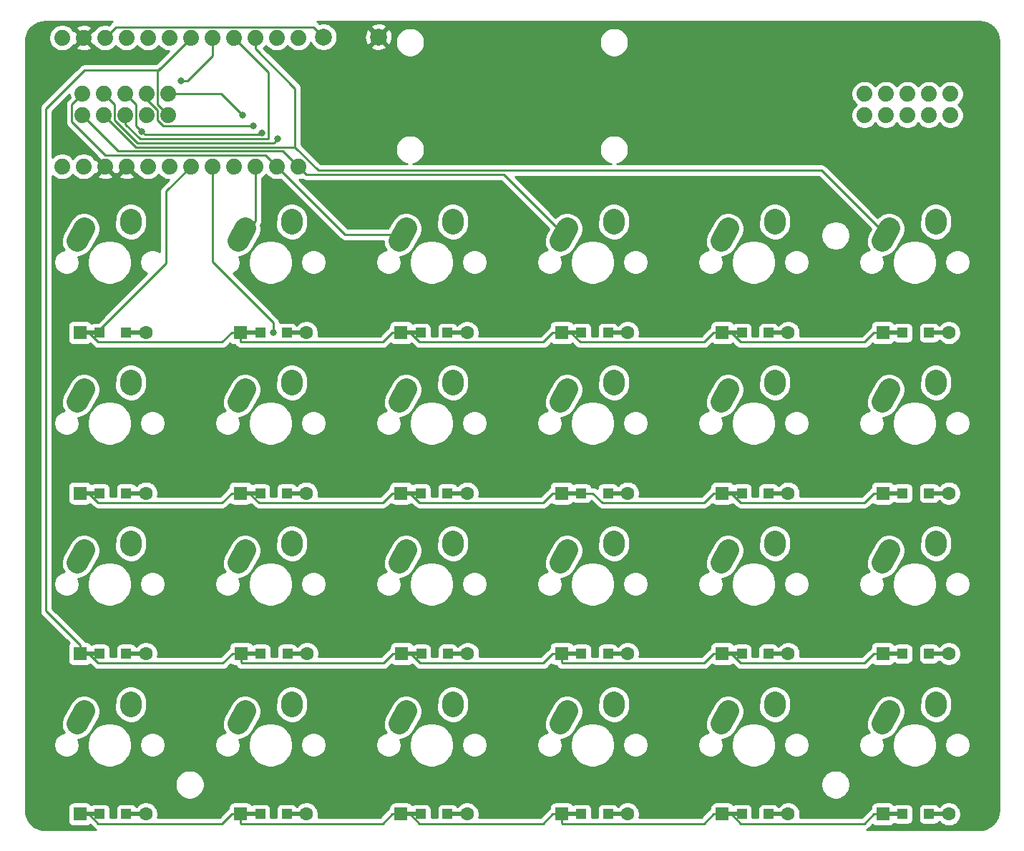
<source format=gtl>
G04 #@! TF.GenerationSoftware,KiCad,Pcbnew,(5.1.5)-3*
G04 #@! TF.CreationDate,2020-07-04T19:23:36+09:00*
G04 #@! TF.ProjectId,slamd,736c616d-642e-46b6-9963-61645f706362,rev?*
G04 #@! TF.SameCoordinates,Original*
G04 #@! TF.FileFunction,Copper,L1,Top*
G04 #@! TF.FilePolarity,Positive*
%FSLAX46Y46*%
G04 Gerber Fmt 4.6, Leading zero omitted, Abs format (unit mm)*
G04 Created by KiCad (PCBNEW (5.1.5)-3) date 2020-07-04 19:23:36*
%MOMM*%
%LPD*%
G04 APERTURE LIST*
%ADD10C,2.000000*%
%ADD11C,1.879600*%
%ADD12C,2.500000*%
%ADD13R,2.500000X0.500000*%
%ADD14C,1.600000*%
%ADD15R,1.600000X1.600000*%
%ADD16R,1.200000X1.200000*%
%ADD17C,0.800000*%
%ADD18C,0.250000*%
%ADD19C,0.254000*%
G04 APERTURE END LIST*
D10*
X63425000Y-30480000D03*
X69925000Y-30480000D03*
D11*
X32500000Y-45820000D03*
X35040000Y-45820000D03*
X37580000Y-45820000D03*
X40120000Y-45820000D03*
X42660000Y-45820000D03*
X45200000Y-45820000D03*
X47740000Y-45820000D03*
X50280000Y-45820000D03*
X52820000Y-45820000D03*
X55360000Y-45820000D03*
X57900000Y-45820000D03*
X60440000Y-45820000D03*
X60440000Y-30580000D03*
X57900000Y-30580000D03*
X55360000Y-30580000D03*
X52820000Y-30580000D03*
X50280000Y-30580000D03*
X47740000Y-30580000D03*
X45200000Y-30580000D03*
X42660000Y-30580000D03*
X40120000Y-30580000D03*
X37580000Y-30580000D03*
X35040000Y-30580000D03*
X32500000Y-30580000D03*
D12*
X40639724Y-52070672D02*
X40600276Y-52649328D01*
X35100453Y-53150046D02*
X34289547Y-54609954D01*
X40639724Y-71120672D02*
X40600276Y-71699328D01*
X35100453Y-72200046D02*
X34289547Y-73659954D01*
X35100453Y-91250046D02*
X34289547Y-92709954D01*
X40639724Y-90170672D02*
X40600276Y-90749328D01*
X40639724Y-109220672D02*
X40600276Y-109799328D01*
X35100453Y-110300046D02*
X34289547Y-111759954D01*
X54150453Y-53150046D02*
X53339547Y-54609954D01*
X59689724Y-52070672D02*
X59650276Y-52649328D01*
X59689724Y-71120672D02*
X59650276Y-71699328D01*
X54150453Y-72200046D02*
X53339547Y-73659954D01*
X54150453Y-91250046D02*
X53339547Y-92709954D01*
X59689724Y-90170672D02*
X59650276Y-90749328D01*
X59689724Y-109220672D02*
X59650276Y-109799328D01*
X54150453Y-110300046D02*
X53339547Y-111759954D01*
X73200453Y-53150046D02*
X72389547Y-54609954D01*
X78739724Y-52070672D02*
X78700276Y-52649328D01*
X78739724Y-71120672D02*
X78700276Y-71699328D01*
X73200453Y-72200046D02*
X72389547Y-73659954D01*
X73200453Y-91250046D02*
X72389547Y-92709954D01*
X78739724Y-90170672D02*
X78700276Y-90749328D01*
X78739724Y-109220672D02*
X78700276Y-109799328D01*
X73200453Y-110300046D02*
X72389547Y-111759954D01*
X92250453Y-53150046D02*
X91439547Y-54609954D01*
X97789724Y-52070672D02*
X97750276Y-52649328D01*
X97789724Y-71120672D02*
X97750276Y-71699328D01*
X92250453Y-72200046D02*
X91439547Y-73659954D01*
X92250453Y-91250046D02*
X91439547Y-92709954D01*
X97789724Y-90170672D02*
X97750276Y-90749328D01*
X92250453Y-110300046D02*
X91439547Y-111759954D01*
X97789724Y-109220672D02*
X97750276Y-109799328D01*
X116839724Y-52070672D02*
X116800276Y-52649328D01*
X111300453Y-53150046D02*
X110489547Y-54609954D01*
X116839724Y-71120672D02*
X116800276Y-71699328D01*
X111300453Y-72200046D02*
X110489547Y-73659954D01*
X111300453Y-91250046D02*
X110489547Y-92709954D01*
X116839724Y-90170672D02*
X116800276Y-90749328D01*
X116839724Y-109220672D02*
X116800276Y-109799328D01*
X111300453Y-110300046D02*
X110489547Y-111759954D01*
X130350453Y-53150046D02*
X129539547Y-54609954D01*
X135889724Y-52070672D02*
X135850276Y-52649328D01*
X130350453Y-72200046D02*
X129539547Y-73659954D01*
X135889724Y-71120672D02*
X135850276Y-71699328D01*
X135889724Y-90170672D02*
X135850276Y-90749328D01*
X130350453Y-91250046D02*
X129539547Y-92709954D01*
X130350453Y-110300046D02*
X129539547Y-111759954D01*
X135889724Y-109220672D02*
X135850276Y-109799328D01*
D13*
X41200000Y-65500000D03*
X35800000Y-65500000D03*
D14*
X42400000Y-65500000D03*
D15*
X34600000Y-65500000D03*
D16*
X36925000Y-65500000D03*
X40075000Y-65500000D03*
X40075000Y-84500000D03*
X36925000Y-84500000D03*
D15*
X34600000Y-84500000D03*
D14*
X42400000Y-84500000D03*
D13*
X35800000Y-84500000D03*
X41200000Y-84500000D03*
D16*
X40075000Y-103500000D03*
X36925000Y-103500000D03*
D15*
X34600000Y-103500000D03*
D14*
X42400000Y-103500000D03*
D13*
X35800000Y-103500000D03*
X41200000Y-103500000D03*
D16*
X40075000Y-122500000D03*
X36925000Y-122500000D03*
D15*
X34600000Y-122500000D03*
D14*
X42400000Y-122500000D03*
D13*
X35800000Y-122500000D03*
X41200000Y-122500000D03*
X60200000Y-65500000D03*
X54800000Y-65500000D03*
D14*
X61400000Y-65500000D03*
D15*
X53600000Y-65500000D03*
D16*
X55925000Y-65500000D03*
X59075000Y-65500000D03*
X59075000Y-84500000D03*
X55925000Y-84500000D03*
D15*
X53600000Y-84500000D03*
D14*
X61400000Y-84500000D03*
D13*
X54800000Y-84500000D03*
X60200000Y-84500000D03*
X60275000Y-103500000D03*
X54875000Y-103500000D03*
D14*
X61475000Y-103500000D03*
D15*
X53675000Y-103500000D03*
D16*
X56000000Y-103500000D03*
X59150000Y-103500000D03*
D13*
X60200000Y-122500000D03*
X54800000Y-122500000D03*
D14*
X61400000Y-122500000D03*
D15*
X53600000Y-122500000D03*
D16*
X55925000Y-122500000D03*
X59075000Y-122500000D03*
D13*
X79200000Y-65500000D03*
X73800000Y-65500000D03*
D14*
X80400000Y-65500000D03*
D15*
X72600000Y-65500000D03*
D16*
X74925000Y-65500000D03*
X78075000Y-65500000D03*
X78075000Y-84500000D03*
X74925000Y-84500000D03*
D15*
X72600000Y-84500000D03*
D14*
X80400000Y-84500000D03*
D13*
X73800000Y-84500000D03*
X79200000Y-84500000D03*
D16*
X78150000Y-103500000D03*
X75000000Y-103500000D03*
D15*
X72675000Y-103500000D03*
D14*
X80475000Y-103500000D03*
D13*
X73875000Y-103500000D03*
X79275000Y-103500000D03*
X79200000Y-122500000D03*
X73800000Y-122500000D03*
D14*
X80400000Y-122500000D03*
D15*
X72600000Y-122500000D03*
D16*
X74925000Y-122500000D03*
X78075000Y-122500000D03*
D13*
X98200000Y-65500000D03*
X92800000Y-65500000D03*
D14*
X99400000Y-65500000D03*
D15*
X91600000Y-65500000D03*
D16*
X93925000Y-65500000D03*
X97075000Y-65500000D03*
X97075000Y-84500000D03*
X93925000Y-84500000D03*
D15*
X91600000Y-84500000D03*
D14*
X99400000Y-84500000D03*
D13*
X92800000Y-84500000D03*
X98200000Y-84500000D03*
D16*
X97075000Y-103500000D03*
X93925000Y-103500000D03*
D15*
X91600000Y-103500000D03*
D14*
X99400000Y-103500000D03*
D13*
X92800000Y-103500000D03*
X98200000Y-103500000D03*
X98200000Y-122500000D03*
X92800000Y-122500000D03*
D14*
X99400000Y-122500000D03*
D15*
X91600000Y-122500000D03*
D16*
X93925000Y-122500000D03*
X97075000Y-122500000D03*
X116075000Y-65500000D03*
X112925000Y-65500000D03*
D15*
X110600000Y-65500000D03*
D14*
X118400000Y-65500000D03*
D13*
X111800000Y-65500000D03*
X117200000Y-65500000D03*
X117200000Y-84500000D03*
X111800000Y-84500000D03*
D14*
X118400000Y-84500000D03*
D15*
X110600000Y-84500000D03*
D16*
X112925000Y-84500000D03*
X116075000Y-84500000D03*
X116075000Y-103500000D03*
X112925000Y-103500000D03*
D15*
X110600000Y-103500000D03*
D14*
X118400000Y-103500000D03*
D13*
X111800000Y-103500000D03*
X117200000Y-103500000D03*
X117200000Y-122500000D03*
X111800000Y-122500000D03*
D14*
X118400000Y-122500000D03*
D15*
X110600000Y-122500000D03*
D16*
X112925000Y-122500000D03*
X116075000Y-122500000D03*
X135075000Y-65500000D03*
X131925000Y-65500000D03*
D15*
X129600000Y-65500000D03*
D14*
X137400000Y-65500000D03*
D13*
X130800000Y-65500000D03*
X136200000Y-65500000D03*
X136200000Y-84500000D03*
X130800000Y-84500000D03*
D14*
X137400000Y-84500000D03*
D15*
X129600000Y-84500000D03*
D16*
X131925000Y-84500000D03*
X135075000Y-84500000D03*
X135075000Y-103500000D03*
X131925000Y-103500000D03*
D15*
X129600000Y-103500000D03*
D14*
X137400000Y-103500000D03*
D13*
X130800000Y-103500000D03*
X136200000Y-103500000D03*
X136200000Y-122500000D03*
X130800000Y-122500000D03*
D14*
X137400000Y-122500000D03*
D15*
X129600000Y-122500000D03*
D16*
X131925000Y-122500000D03*
X135075000Y-122500000D03*
D11*
X34920000Y-39770000D03*
X34920000Y-37230000D03*
X37460000Y-39770000D03*
X37460000Y-37230000D03*
X40000000Y-39770000D03*
X40000000Y-37230000D03*
X42540000Y-39770000D03*
X42540000Y-37230000D03*
X45080000Y-39770000D03*
X45080000Y-37230000D03*
X137580000Y-37230000D03*
X137580000Y-39770000D03*
X135040000Y-37230000D03*
X135040000Y-39770000D03*
X132500000Y-37230000D03*
X132500000Y-39770000D03*
X129960000Y-37230000D03*
X129960000Y-39770000D03*
X127420000Y-37230000D03*
X127420000Y-39770000D03*
D17*
X53847992Y-39751000D03*
X57500000Y-65500000D03*
X55104199Y-41034801D03*
X41910000Y-41656000D03*
X56134000Y-41820000D03*
X58039000Y-42545000D03*
X46609000Y-35687000D03*
D18*
X52550000Y-65500000D02*
X53600000Y-65500000D01*
X51424999Y-66625001D02*
X52550000Y-65500000D01*
X36775001Y-66625001D02*
X51424999Y-66625001D01*
X35650000Y-65500000D02*
X36775001Y-66625001D01*
X34600000Y-65500000D02*
X35650000Y-65500000D01*
X53600000Y-66550000D02*
X53675001Y-66625001D01*
X53600000Y-65500000D02*
X53600000Y-66550000D01*
X90550000Y-65500000D02*
X91600000Y-65500000D01*
X89424999Y-66625001D02*
X90550000Y-65500000D01*
X74775001Y-66625001D02*
X89424999Y-66625001D01*
X73650000Y-65500000D02*
X74775001Y-66625001D01*
X72600000Y-65500000D02*
X73650000Y-65500000D01*
X108424999Y-66625001D02*
X109550000Y-65500000D01*
X109550000Y-65500000D02*
X110600000Y-65500000D01*
X92650000Y-65500000D02*
X93775001Y-66625001D01*
X93775001Y-66625001D02*
X108424999Y-66625001D01*
X91600000Y-65500000D02*
X92650000Y-65500000D01*
X128550000Y-65500000D02*
X129600000Y-65500000D01*
X127424999Y-66625001D02*
X128550000Y-65500000D01*
X112775001Y-66625001D02*
X127424999Y-66625001D01*
X111650000Y-65500000D02*
X112775001Y-66625001D01*
X110600000Y-65500000D02*
X111650000Y-65500000D01*
X71550000Y-65500000D02*
X72600000Y-65500000D01*
X70424999Y-66625001D02*
X71550000Y-65500000D01*
X53675001Y-66625001D02*
X70424999Y-66625001D01*
X44800000Y-48760000D02*
X47740000Y-45820000D01*
X44800000Y-57270334D02*
X44800000Y-48760000D01*
X34600000Y-65500000D02*
X36570334Y-65500000D01*
X36570334Y-65500000D02*
X44800000Y-57270334D01*
X53447993Y-39351001D02*
X53847992Y-39751000D01*
X51326992Y-37230000D02*
X53447993Y-39351001D01*
X45080000Y-37230000D02*
X51326992Y-37230000D01*
X52550000Y-84500000D02*
X53600000Y-84500000D01*
X36775001Y-85625001D02*
X51424999Y-85625001D01*
X35650000Y-84500000D02*
X36775001Y-85625001D01*
X51424999Y-85625001D02*
X52550000Y-84500000D01*
X34600000Y-84500000D02*
X35650000Y-84500000D01*
X71550000Y-84500000D02*
X72600000Y-84500000D01*
X54650000Y-84500000D02*
X55775001Y-85625001D01*
X70424999Y-85625001D02*
X71550000Y-84500000D01*
X55775001Y-85625001D02*
X70424999Y-85625001D01*
X53600000Y-84500000D02*
X54650000Y-84500000D01*
X90550000Y-84500000D02*
X91600000Y-84500000D01*
X89424999Y-85625001D02*
X90550000Y-84500000D01*
X74775001Y-85625001D02*
X89424999Y-85625001D01*
X73650000Y-84500000D02*
X74775001Y-85625001D01*
X72600000Y-84500000D02*
X73650000Y-84500000D01*
X108424999Y-85625001D02*
X109550000Y-84500000D01*
X96414999Y-85625001D02*
X108424999Y-85625001D01*
X95289998Y-84500000D02*
X96414999Y-85625001D01*
X109550000Y-84500000D02*
X110600000Y-84500000D01*
X91600000Y-84500000D02*
X95289998Y-84500000D01*
X128550000Y-84500000D02*
X129600000Y-84500000D01*
X112775001Y-85625001D02*
X127424999Y-85625001D01*
X127424999Y-85625001D02*
X128550000Y-84500000D01*
X111650000Y-84500000D02*
X112775001Y-85625001D01*
X110600000Y-84500000D02*
X111650000Y-84500000D01*
X57500000Y-64320334D02*
X57500000Y-65500000D01*
X50280000Y-45820000D02*
X50280000Y-57100334D01*
X50280000Y-57100334D02*
X57500000Y-64320334D01*
X54538514Y-41034801D02*
X55104199Y-41034801D01*
X43815199Y-40377105D02*
X44472895Y-41034801D01*
X44472895Y-41034801D02*
X54538514Y-41034801D01*
X43815199Y-39173293D02*
X43815199Y-40377105D01*
X42540000Y-37898094D02*
X43815199Y-39173293D01*
X42540000Y-37230000D02*
X42540000Y-37898094D01*
X40000000Y-37230000D02*
X41275199Y-38505199D01*
X41275199Y-38505199D02*
X41275199Y-41021199D01*
X41275199Y-41021199D02*
X41510001Y-41256001D01*
X41510001Y-41256001D02*
X41910000Y-41656000D01*
X41910000Y-41656000D02*
X42309999Y-42055999D01*
X42309999Y-42055999D02*
X55898001Y-42055999D01*
X55898001Y-42055999D02*
X56134000Y-41820000D01*
X55360000Y-52265000D02*
X53745000Y-53880000D01*
X55360000Y-45820000D02*
X55360000Y-52265000D01*
X37460000Y-37230000D02*
X38735199Y-38505199D01*
X57639001Y-42944999D02*
X58039000Y-42545000D01*
X38735199Y-38505199D02*
X38735199Y-40377105D01*
X38735199Y-40377105D02*
X41430093Y-43071999D01*
X41430093Y-43071999D02*
X57512001Y-43071999D01*
X57512001Y-43071999D02*
X57639001Y-42944999D01*
X65960000Y-53880000D02*
X72795000Y-53880000D01*
X57900000Y-45820000D02*
X65960000Y-53880000D01*
X56960201Y-44880201D02*
X57900000Y-45820000D01*
X56530000Y-44450000D02*
X56960201Y-44880201D01*
X33655199Y-38494801D02*
X33655199Y-40513199D01*
X34920000Y-37230000D02*
X33655199Y-38494801D01*
X33655199Y-40513199D02*
X37592000Y-44450000D01*
X37592000Y-44450000D02*
X56530000Y-44450000D01*
X39124013Y-43974013D02*
X58594013Y-43974013D01*
X58594013Y-43974013D02*
X59500201Y-44880201D01*
X34920000Y-39770000D02*
X39124013Y-43974013D01*
X59500201Y-44880201D02*
X60440000Y-45820000D01*
X61379799Y-46759799D02*
X84724799Y-46759799D01*
X60440000Y-45820000D02*
X61379799Y-46759799D01*
X84724799Y-46759799D02*
X90925726Y-52960726D01*
X90925726Y-52960726D02*
X91845000Y-53880000D01*
X60071000Y-36620077D02*
X60071000Y-43307000D01*
X55360000Y-30580000D02*
X55360000Y-31909077D01*
X55360000Y-31909077D02*
X60071000Y-36620077D01*
X60071000Y-43491004D02*
X60071000Y-43307000D01*
X60038002Y-43524002D02*
X60071000Y-43491004D01*
X41214002Y-43524002D02*
X60038002Y-43524002D01*
X37460000Y-39770000D02*
X41214002Y-43524002D01*
X122343800Y-46278800D02*
X62792800Y-46278800D01*
X129945000Y-53880000D02*
X122343800Y-46278800D01*
X62792800Y-46278800D02*
X60038002Y-43524002D01*
X56863001Y-42545001D02*
X56896000Y-42512002D01*
X56896000Y-42512002D02*
X56896000Y-34656000D01*
X56896000Y-34656000D02*
X53759799Y-31519799D01*
X41725999Y-42545001D02*
X56863001Y-42545001D01*
X40000000Y-39770000D02*
X40000000Y-40819002D01*
X53759799Y-31519799D02*
X52820000Y-30580000D01*
X40000000Y-40819002D02*
X41725999Y-42545001D01*
X52550000Y-122500000D02*
X53600000Y-122500000D01*
X51424999Y-123625001D02*
X52550000Y-122500000D01*
X36775001Y-123625001D02*
X51424999Y-123625001D01*
X35650000Y-122500000D02*
X36775001Y-123625001D01*
X34600000Y-122500000D02*
X35650000Y-122500000D01*
X71550000Y-122500000D02*
X72600000Y-122500000D01*
X53675001Y-123625001D02*
X70424999Y-123625001D01*
X53600000Y-123550000D02*
X53675001Y-123625001D01*
X70424999Y-123625001D02*
X71550000Y-122500000D01*
X53600000Y-122500000D02*
X53600000Y-123550000D01*
X90550000Y-122500000D02*
X91600000Y-122500000D01*
X89424999Y-123625001D02*
X90550000Y-122500000D01*
X73650000Y-122500000D02*
X74775001Y-123625001D01*
X74775001Y-123625001D02*
X89424999Y-123625001D01*
X72600000Y-122500000D02*
X73650000Y-122500000D01*
X109550000Y-122500000D02*
X110600000Y-122500000D01*
X108424999Y-123625001D02*
X109550000Y-122500000D01*
X91675001Y-123625001D02*
X108424999Y-123625001D01*
X91600000Y-123550000D02*
X91675001Y-123625001D01*
X91600000Y-122500000D02*
X91600000Y-123550000D01*
X128550000Y-122500000D02*
X129600000Y-122500000D01*
X127424999Y-123625001D02*
X128550000Y-122500000D01*
X112775001Y-123625001D02*
X127424999Y-123625001D01*
X111650000Y-122500000D02*
X112775001Y-123625001D01*
X110600000Y-122500000D02*
X111650000Y-122500000D01*
X50280000Y-32708685D02*
X47301685Y-35687000D01*
X47301685Y-35687000D02*
X47174685Y-35687000D01*
X47174685Y-35687000D02*
X46609000Y-35687000D01*
X50280000Y-30580000D02*
X50280000Y-32708685D01*
X52625000Y-103500000D02*
X53675000Y-103500000D01*
X35650000Y-103500000D02*
X36775001Y-104625001D01*
X51499999Y-104625001D02*
X52625000Y-103500000D01*
X36775001Y-104625001D02*
X51499999Y-104625001D01*
X34600000Y-103500000D02*
X35650000Y-103500000D01*
X70499999Y-104625001D02*
X71625000Y-103500000D01*
X71625000Y-103500000D02*
X72675000Y-103500000D01*
X53675000Y-104550000D02*
X53750001Y-104625001D01*
X53750001Y-104625001D02*
X70499999Y-104625001D01*
X53675000Y-103500000D02*
X53675000Y-104550000D01*
X89424999Y-104625001D02*
X90550000Y-103500000D01*
X74850001Y-104625001D02*
X89424999Y-104625001D01*
X73725000Y-103500000D02*
X74850001Y-104625001D01*
X90550000Y-103500000D02*
X91600000Y-103500000D01*
X72675000Y-103500000D02*
X73725000Y-103500000D01*
X108424999Y-104625001D02*
X109550000Y-103500000D01*
X91675001Y-104625001D02*
X108424999Y-104625001D01*
X109550000Y-103500000D02*
X110600000Y-103500000D01*
X91600000Y-104550000D02*
X91675001Y-104625001D01*
X91600000Y-103500000D02*
X91600000Y-104550000D01*
X128550000Y-103500000D02*
X129600000Y-103500000D01*
X127424999Y-104625001D02*
X128550000Y-103500000D01*
X112775001Y-104625001D02*
X127424999Y-104625001D01*
X111650000Y-103500000D02*
X112775001Y-104625001D01*
X110600000Y-103500000D02*
X111650000Y-103500000D01*
X46800201Y-31519799D02*
X47740000Y-30580000D01*
X43815199Y-34504801D02*
X46800201Y-31519799D01*
X43815199Y-38505199D02*
X43815199Y-34504801D01*
X45080000Y-39770000D02*
X43815199Y-38505199D01*
X34600000Y-103500000D02*
X34600000Y-102450000D01*
X34600000Y-102450000D02*
X30607000Y-98457000D01*
X30607000Y-98457000D02*
X30607000Y-41656000D01*
X30607000Y-41656000D02*
X30607000Y-41529000D01*
X30607000Y-38989000D02*
X30607000Y-41656000D01*
X35179000Y-34417000D02*
X30607000Y-38989000D01*
X47740000Y-30580000D02*
X43903000Y-34417000D01*
X43903000Y-34417000D02*
X35179000Y-34417000D01*
X37580000Y-30580000D02*
X38844801Y-29315199D01*
X62260199Y-29315199D02*
X63425000Y-30480000D01*
X38844801Y-29315199D02*
X62260199Y-29315199D01*
D19*
G36*
X38420525Y-28680225D02*
G01*
X38304800Y-28775198D01*
X38281002Y-28804196D01*
X38022777Y-29062421D01*
X37735104Y-29005200D01*
X37424896Y-29005200D01*
X37120648Y-29065718D01*
X36834052Y-29184430D01*
X36576123Y-29356773D01*
X36356773Y-29576123D01*
X36265505Y-29712714D01*
X36132476Y-29667129D01*
X35219605Y-30580000D01*
X36132476Y-31492871D01*
X36265505Y-31447286D01*
X36356773Y-31583877D01*
X36576123Y-31803227D01*
X36834052Y-31975570D01*
X37120648Y-32094282D01*
X37424896Y-32154800D01*
X37735104Y-32154800D01*
X38039352Y-32094282D01*
X38325948Y-31975570D01*
X38583877Y-31803227D01*
X38803227Y-31583877D01*
X38850000Y-31513876D01*
X38896773Y-31583877D01*
X39116123Y-31803227D01*
X39374052Y-31975570D01*
X39660648Y-32094282D01*
X39964896Y-32154800D01*
X40275104Y-32154800D01*
X40579352Y-32094282D01*
X40865948Y-31975570D01*
X41123877Y-31803227D01*
X41343227Y-31583877D01*
X41390000Y-31513876D01*
X41436773Y-31583877D01*
X41656123Y-31803227D01*
X41914052Y-31975570D01*
X42200648Y-32094282D01*
X42504896Y-32154800D01*
X42815104Y-32154800D01*
X43119352Y-32094282D01*
X43405948Y-31975570D01*
X43663877Y-31803227D01*
X43883227Y-31583877D01*
X43930000Y-31513876D01*
X43976773Y-31583877D01*
X44196123Y-31803227D01*
X44454052Y-31975570D01*
X44740648Y-32094282D01*
X45044896Y-32154800D01*
X45090398Y-32154800D01*
X44244267Y-33000932D01*
X43588199Y-33657000D01*
X35216322Y-33657000D01*
X35178999Y-33653324D01*
X35141676Y-33657000D01*
X35141667Y-33657000D01*
X35030014Y-33667997D01*
X34886753Y-33711454D01*
X34754724Y-33782026D01*
X34754722Y-33782027D01*
X34754723Y-33782027D01*
X34667996Y-33853201D01*
X34667992Y-33853205D01*
X34638999Y-33876999D01*
X34615205Y-33905992D01*
X30096003Y-38425196D01*
X30066999Y-38448999D01*
X30029411Y-38494801D01*
X29972026Y-38564724D01*
X29924208Y-38654184D01*
X29901454Y-38696754D01*
X29857997Y-38840015D01*
X29847000Y-38951668D01*
X29847000Y-38951678D01*
X29843324Y-38989000D01*
X29847000Y-39026323D01*
X29847001Y-41491658D01*
X29847000Y-41491667D01*
X29847000Y-41693332D01*
X29847001Y-41693342D01*
X29847000Y-98419678D01*
X29843324Y-98457000D01*
X29847000Y-98494322D01*
X29847000Y-98494332D01*
X29857997Y-98605985D01*
X29901454Y-98749246D01*
X29972026Y-98881276D01*
X30011871Y-98929826D01*
X30066999Y-98997001D01*
X30096003Y-99020804D01*
X33337635Y-102262437D01*
X33269463Y-102345506D01*
X33210498Y-102455820D01*
X33174188Y-102575518D01*
X33161928Y-102700000D01*
X33161928Y-104300000D01*
X33174188Y-104424482D01*
X33210498Y-104544180D01*
X33269463Y-104654494D01*
X33348815Y-104751185D01*
X33445506Y-104830537D01*
X33555820Y-104889502D01*
X33675518Y-104925812D01*
X33800000Y-104938072D01*
X35400000Y-104938072D01*
X35524482Y-104925812D01*
X35644180Y-104889502D01*
X35754494Y-104830537D01*
X35837563Y-104762364D01*
X36211202Y-105136004D01*
X36235000Y-105165002D01*
X36350725Y-105259975D01*
X36482754Y-105330547D01*
X36626015Y-105374004D01*
X36737668Y-105385001D01*
X36737676Y-105385001D01*
X36775001Y-105388677D01*
X36812326Y-105385001D01*
X51462677Y-105385001D01*
X51499999Y-105388677D01*
X51537321Y-105385001D01*
X51537332Y-105385001D01*
X51648985Y-105374004D01*
X51792246Y-105330547D01*
X51924275Y-105259975D01*
X52040000Y-105165002D01*
X52063803Y-105135999D01*
X52437437Y-104762364D01*
X52520506Y-104830537D01*
X52630820Y-104889502D01*
X52750518Y-104925812D01*
X52875000Y-104938072D01*
X53020674Y-104938072D01*
X53040026Y-104974276D01*
X53111201Y-105061002D01*
X53135000Y-105090001D01*
X53163996Y-105113797D01*
X53186200Y-105136002D01*
X53210000Y-105165002D01*
X53325725Y-105259975D01*
X53457754Y-105330547D01*
X53601015Y-105374004D01*
X53712668Y-105385001D01*
X53712678Y-105385001D01*
X53750000Y-105388677D01*
X53787323Y-105385001D01*
X70462677Y-105385001D01*
X70499999Y-105388677D01*
X70537321Y-105385001D01*
X70537332Y-105385001D01*
X70648985Y-105374004D01*
X70792246Y-105330547D01*
X70924275Y-105259975D01*
X71040000Y-105165002D01*
X71063803Y-105135999D01*
X71437437Y-104762364D01*
X71520506Y-104830537D01*
X71630820Y-104889502D01*
X71750518Y-104925812D01*
X71875000Y-104938072D01*
X73475000Y-104938072D01*
X73599482Y-104925812D01*
X73719180Y-104889502D01*
X73829494Y-104830537D01*
X73912563Y-104762364D01*
X74286202Y-105136004D01*
X74310000Y-105165002D01*
X74425725Y-105259975D01*
X74557754Y-105330547D01*
X74701015Y-105374004D01*
X74812668Y-105385001D01*
X74812676Y-105385001D01*
X74850001Y-105388677D01*
X74887326Y-105385001D01*
X89387677Y-105385001D01*
X89424999Y-105388677D01*
X89462321Y-105385001D01*
X89462332Y-105385001D01*
X89573985Y-105374004D01*
X89717246Y-105330547D01*
X89849275Y-105259975D01*
X89965000Y-105165002D01*
X89988803Y-105135999D01*
X90362437Y-104762364D01*
X90445506Y-104830537D01*
X90555820Y-104889502D01*
X90675518Y-104925812D01*
X90800000Y-104938072D01*
X90945674Y-104938072D01*
X90965026Y-104974276D01*
X91036201Y-105061002D01*
X91060000Y-105090001D01*
X91088996Y-105113797D01*
X91111200Y-105136002D01*
X91135000Y-105165002D01*
X91250725Y-105259975D01*
X91382754Y-105330547D01*
X91526015Y-105374004D01*
X91637668Y-105385001D01*
X91637678Y-105385001D01*
X91675000Y-105388677D01*
X91712323Y-105385001D01*
X108387677Y-105385001D01*
X108424999Y-105388677D01*
X108462321Y-105385001D01*
X108462332Y-105385001D01*
X108573985Y-105374004D01*
X108717246Y-105330547D01*
X108849275Y-105259975D01*
X108965000Y-105165002D01*
X108988803Y-105135999D01*
X109362437Y-104762364D01*
X109445506Y-104830537D01*
X109555820Y-104889502D01*
X109675518Y-104925812D01*
X109800000Y-104938072D01*
X111400000Y-104938072D01*
X111524482Y-104925812D01*
X111644180Y-104889502D01*
X111754494Y-104830537D01*
X111837563Y-104762364D01*
X112211202Y-105136004D01*
X112235000Y-105165002D01*
X112350725Y-105259975D01*
X112482754Y-105330547D01*
X112626015Y-105374004D01*
X112737668Y-105385001D01*
X112737676Y-105385001D01*
X112775001Y-105388677D01*
X112812326Y-105385001D01*
X127387677Y-105385001D01*
X127424999Y-105388677D01*
X127462321Y-105385001D01*
X127462332Y-105385001D01*
X127573985Y-105374004D01*
X127717246Y-105330547D01*
X127849275Y-105259975D01*
X127965000Y-105165002D01*
X127988803Y-105135999D01*
X128362437Y-104762364D01*
X128445506Y-104830537D01*
X128555820Y-104889502D01*
X128675518Y-104925812D01*
X128800000Y-104938072D01*
X130400000Y-104938072D01*
X130524482Y-104925812D01*
X130644180Y-104889502D01*
X130754494Y-104830537D01*
X130851185Y-104751185D01*
X130930537Y-104654494D01*
X130951625Y-104615042D01*
X130970506Y-104630537D01*
X131080820Y-104689502D01*
X131200518Y-104725812D01*
X131325000Y-104738072D01*
X132525000Y-104738072D01*
X132649482Y-104725812D01*
X132769180Y-104689502D01*
X132879494Y-104630537D01*
X132976185Y-104551185D01*
X133055537Y-104454494D01*
X133114502Y-104344180D01*
X133150812Y-104224482D01*
X133163072Y-104100000D01*
X133163072Y-102900000D01*
X133836928Y-102900000D01*
X133836928Y-104100000D01*
X133849188Y-104224482D01*
X133885498Y-104344180D01*
X133944463Y-104454494D01*
X134023815Y-104551185D01*
X134120506Y-104630537D01*
X134230820Y-104689502D01*
X134350518Y-104725812D01*
X134475000Y-104738072D01*
X135675000Y-104738072D01*
X135799482Y-104725812D01*
X135919180Y-104689502D01*
X136029494Y-104630537D01*
X136126185Y-104551185D01*
X136205537Y-104454494D01*
X136241041Y-104388072D01*
X136267531Y-104388072D01*
X136285363Y-104414759D01*
X136485241Y-104614637D01*
X136720273Y-104771680D01*
X136981426Y-104879853D01*
X137258665Y-104935000D01*
X137541335Y-104935000D01*
X137818574Y-104879853D01*
X138079727Y-104771680D01*
X138314759Y-104614637D01*
X138514637Y-104414759D01*
X138671680Y-104179727D01*
X138779853Y-103918574D01*
X138835000Y-103641335D01*
X138835000Y-103358665D01*
X138779853Y-103081426D01*
X138671680Y-102820273D01*
X138514637Y-102585241D01*
X138314759Y-102385363D01*
X138079727Y-102228320D01*
X137818574Y-102120147D01*
X137541335Y-102065000D01*
X137258665Y-102065000D01*
X136981426Y-102120147D01*
X136720273Y-102228320D01*
X136485241Y-102385363D01*
X136285363Y-102585241D01*
X136267531Y-102611928D01*
X136241041Y-102611928D01*
X136205537Y-102545506D01*
X136126185Y-102448815D01*
X136029494Y-102369463D01*
X135919180Y-102310498D01*
X135799482Y-102274188D01*
X135675000Y-102261928D01*
X134475000Y-102261928D01*
X134350518Y-102274188D01*
X134230820Y-102310498D01*
X134120506Y-102369463D01*
X134023815Y-102448815D01*
X133944463Y-102545506D01*
X133885498Y-102655820D01*
X133849188Y-102775518D01*
X133836928Y-102900000D01*
X133163072Y-102900000D01*
X133150812Y-102775518D01*
X133114502Y-102655820D01*
X133055537Y-102545506D01*
X132976185Y-102448815D01*
X132879494Y-102369463D01*
X132769180Y-102310498D01*
X132649482Y-102274188D01*
X132525000Y-102261928D01*
X131325000Y-102261928D01*
X131200518Y-102274188D01*
X131080820Y-102310498D01*
X130970506Y-102369463D01*
X130951625Y-102384958D01*
X130930537Y-102345506D01*
X130851185Y-102248815D01*
X130754494Y-102169463D01*
X130644180Y-102110498D01*
X130524482Y-102074188D01*
X130400000Y-102061928D01*
X128800000Y-102061928D01*
X128675518Y-102074188D01*
X128555820Y-102110498D01*
X128445506Y-102169463D01*
X128348815Y-102248815D01*
X128269463Y-102345506D01*
X128210498Y-102455820D01*
X128174188Y-102575518D01*
X128161928Y-102700000D01*
X128161928Y-102845674D01*
X128125724Y-102865026D01*
X128009999Y-102959999D01*
X127986201Y-102988997D01*
X127110198Y-103865001D01*
X119790509Y-103865001D01*
X119835000Y-103641335D01*
X119835000Y-103358665D01*
X119779853Y-103081426D01*
X119671680Y-102820273D01*
X119514637Y-102585241D01*
X119314759Y-102385363D01*
X119079727Y-102228320D01*
X118818574Y-102120147D01*
X118541335Y-102065000D01*
X118258665Y-102065000D01*
X117981426Y-102120147D01*
X117720273Y-102228320D01*
X117485241Y-102385363D01*
X117285363Y-102585241D01*
X117267531Y-102611928D01*
X117241041Y-102611928D01*
X117205537Y-102545506D01*
X117126185Y-102448815D01*
X117029494Y-102369463D01*
X116919180Y-102310498D01*
X116799482Y-102274188D01*
X116675000Y-102261928D01*
X115475000Y-102261928D01*
X115350518Y-102274188D01*
X115230820Y-102310498D01*
X115120506Y-102369463D01*
X115023815Y-102448815D01*
X114944463Y-102545506D01*
X114885498Y-102655820D01*
X114849188Y-102775518D01*
X114836928Y-102900000D01*
X114836928Y-103865001D01*
X114163072Y-103865001D01*
X114163072Y-102900000D01*
X114150812Y-102775518D01*
X114114502Y-102655820D01*
X114055537Y-102545506D01*
X113976185Y-102448815D01*
X113879494Y-102369463D01*
X113769180Y-102310498D01*
X113649482Y-102274188D01*
X113525000Y-102261928D01*
X112325000Y-102261928D01*
X112200518Y-102274188D01*
X112080820Y-102310498D01*
X111970506Y-102369463D01*
X111951625Y-102384958D01*
X111930537Y-102345506D01*
X111851185Y-102248815D01*
X111754494Y-102169463D01*
X111644180Y-102110498D01*
X111524482Y-102074188D01*
X111400000Y-102061928D01*
X109800000Y-102061928D01*
X109675518Y-102074188D01*
X109555820Y-102110498D01*
X109445506Y-102169463D01*
X109348815Y-102248815D01*
X109269463Y-102345506D01*
X109210498Y-102455820D01*
X109174188Y-102575518D01*
X109161928Y-102700000D01*
X109161928Y-102845674D01*
X109125724Y-102865026D01*
X109009999Y-102959999D01*
X108986201Y-102988997D01*
X108110198Y-103865001D01*
X100790509Y-103865001D01*
X100835000Y-103641335D01*
X100835000Y-103358665D01*
X100779853Y-103081426D01*
X100671680Y-102820273D01*
X100514637Y-102585241D01*
X100314759Y-102385363D01*
X100079727Y-102228320D01*
X99818574Y-102120147D01*
X99541335Y-102065000D01*
X99258665Y-102065000D01*
X98981426Y-102120147D01*
X98720273Y-102228320D01*
X98485241Y-102385363D01*
X98285363Y-102585241D01*
X98267531Y-102611928D01*
X98241041Y-102611928D01*
X98205537Y-102545506D01*
X98126185Y-102448815D01*
X98029494Y-102369463D01*
X97919180Y-102310498D01*
X97799482Y-102274188D01*
X97675000Y-102261928D01*
X96475000Y-102261928D01*
X96350518Y-102274188D01*
X96230820Y-102310498D01*
X96120506Y-102369463D01*
X96023815Y-102448815D01*
X95944463Y-102545506D01*
X95885498Y-102655820D01*
X95849188Y-102775518D01*
X95836928Y-102900000D01*
X95836928Y-103865001D01*
X95163072Y-103865001D01*
X95163072Y-102900000D01*
X95150812Y-102775518D01*
X95114502Y-102655820D01*
X95055537Y-102545506D01*
X94976185Y-102448815D01*
X94879494Y-102369463D01*
X94769180Y-102310498D01*
X94649482Y-102274188D01*
X94525000Y-102261928D01*
X93325000Y-102261928D01*
X93200518Y-102274188D01*
X93080820Y-102310498D01*
X92970506Y-102369463D01*
X92951625Y-102384958D01*
X92930537Y-102345506D01*
X92851185Y-102248815D01*
X92754494Y-102169463D01*
X92644180Y-102110498D01*
X92524482Y-102074188D01*
X92400000Y-102061928D01*
X90800000Y-102061928D01*
X90675518Y-102074188D01*
X90555820Y-102110498D01*
X90445506Y-102169463D01*
X90348815Y-102248815D01*
X90269463Y-102345506D01*
X90210498Y-102455820D01*
X90174188Y-102575518D01*
X90161928Y-102700000D01*
X90161928Y-102845674D01*
X90125724Y-102865026D01*
X90009999Y-102959999D01*
X89986201Y-102988997D01*
X89110198Y-103865001D01*
X81865509Y-103865001D01*
X81910000Y-103641335D01*
X81910000Y-103358665D01*
X81854853Y-103081426D01*
X81746680Y-102820273D01*
X81589637Y-102585241D01*
X81389759Y-102385363D01*
X81154727Y-102228320D01*
X80893574Y-102120147D01*
X80616335Y-102065000D01*
X80333665Y-102065000D01*
X80056426Y-102120147D01*
X79795273Y-102228320D01*
X79560241Y-102385363D01*
X79360363Y-102585241D01*
X79342531Y-102611928D01*
X79316041Y-102611928D01*
X79280537Y-102545506D01*
X79201185Y-102448815D01*
X79104494Y-102369463D01*
X78994180Y-102310498D01*
X78874482Y-102274188D01*
X78750000Y-102261928D01*
X77550000Y-102261928D01*
X77425518Y-102274188D01*
X77305820Y-102310498D01*
X77195506Y-102369463D01*
X77098815Y-102448815D01*
X77019463Y-102545506D01*
X76960498Y-102655820D01*
X76924188Y-102775518D01*
X76911928Y-102900000D01*
X76911928Y-103865001D01*
X76238072Y-103865001D01*
X76238072Y-102900000D01*
X76225812Y-102775518D01*
X76189502Y-102655820D01*
X76130537Y-102545506D01*
X76051185Y-102448815D01*
X75954494Y-102369463D01*
X75844180Y-102310498D01*
X75724482Y-102274188D01*
X75600000Y-102261928D01*
X74400000Y-102261928D01*
X74275518Y-102274188D01*
X74155820Y-102310498D01*
X74045506Y-102369463D01*
X74026625Y-102384958D01*
X74005537Y-102345506D01*
X73926185Y-102248815D01*
X73829494Y-102169463D01*
X73719180Y-102110498D01*
X73599482Y-102074188D01*
X73475000Y-102061928D01*
X71875000Y-102061928D01*
X71750518Y-102074188D01*
X71630820Y-102110498D01*
X71520506Y-102169463D01*
X71423815Y-102248815D01*
X71344463Y-102345506D01*
X71285498Y-102455820D01*
X71249188Y-102575518D01*
X71236928Y-102700000D01*
X71236928Y-102845674D01*
X71200724Y-102865026D01*
X71084999Y-102959999D01*
X71061201Y-102988997D01*
X70185198Y-103865001D01*
X62865509Y-103865001D01*
X62910000Y-103641335D01*
X62910000Y-103358665D01*
X62854853Y-103081426D01*
X62746680Y-102820273D01*
X62589637Y-102585241D01*
X62389759Y-102385363D01*
X62154727Y-102228320D01*
X61893574Y-102120147D01*
X61616335Y-102065000D01*
X61333665Y-102065000D01*
X61056426Y-102120147D01*
X60795273Y-102228320D01*
X60560241Y-102385363D01*
X60360363Y-102585241D01*
X60342531Y-102611928D01*
X60316041Y-102611928D01*
X60280537Y-102545506D01*
X60201185Y-102448815D01*
X60104494Y-102369463D01*
X59994180Y-102310498D01*
X59874482Y-102274188D01*
X59750000Y-102261928D01*
X58550000Y-102261928D01*
X58425518Y-102274188D01*
X58305820Y-102310498D01*
X58195506Y-102369463D01*
X58098815Y-102448815D01*
X58019463Y-102545506D01*
X57960498Y-102655820D01*
X57924188Y-102775518D01*
X57911928Y-102900000D01*
X57911928Y-103865001D01*
X57238072Y-103865001D01*
X57238072Y-102900000D01*
X57225812Y-102775518D01*
X57189502Y-102655820D01*
X57130537Y-102545506D01*
X57051185Y-102448815D01*
X56954494Y-102369463D01*
X56844180Y-102310498D01*
X56724482Y-102274188D01*
X56600000Y-102261928D01*
X55400000Y-102261928D01*
X55275518Y-102274188D01*
X55155820Y-102310498D01*
X55045506Y-102369463D01*
X55026625Y-102384958D01*
X55005537Y-102345506D01*
X54926185Y-102248815D01*
X54829494Y-102169463D01*
X54719180Y-102110498D01*
X54599482Y-102074188D01*
X54475000Y-102061928D01*
X52875000Y-102061928D01*
X52750518Y-102074188D01*
X52630820Y-102110498D01*
X52520506Y-102169463D01*
X52423815Y-102248815D01*
X52344463Y-102345506D01*
X52285498Y-102455820D01*
X52249188Y-102575518D01*
X52236928Y-102700000D01*
X52236928Y-102845674D01*
X52200724Y-102865026D01*
X52084999Y-102959999D01*
X52061201Y-102988997D01*
X51185198Y-103865001D01*
X43790509Y-103865001D01*
X43835000Y-103641335D01*
X43835000Y-103358665D01*
X43779853Y-103081426D01*
X43671680Y-102820273D01*
X43514637Y-102585241D01*
X43314759Y-102385363D01*
X43079727Y-102228320D01*
X42818574Y-102120147D01*
X42541335Y-102065000D01*
X42258665Y-102065000D01*
X41981426Y-102120147D01*
X41720273Y-102228320D01*
X41485241Y-102385363D01*
X41285363Y-102585241D01*
X41267531Y-102611928D01*
X41241041Y-102611928D01*
X41205537Y-102545506D01*
X41126185Y-102448815D01*
X41029494Y-102369463D01*
X40919180Y-102310498D01*
X40799482Y-102274188D01*
X40675000Y-102261928D01*
X39475000Y-102261928D01*
X39350518Y-102274188D01*
X39230820Y-102310498D01*
X39120506Y-102369463D01*
X39023815Y-102448815D01*
X38944463Y-102545506D01*
X38885498Y-102655820D01*
X38849188Y-102775518D01*
X38836928Y-102900000D01*
X38836928Y-103865001D01*
X38163072Y-103865001D01*
X38163072Y-102900000D01*
X38150812Y-102775518D01*
X38114502Y-102655820D01*
X38055537Y-102545506D01*
X37976185Y-102448815D01*
X37879494Y-102369463D01*
X37769180Y-102310498D01*
X37649482Y-102274188D01*
X37525000Y-102261928D01*
X36325000Y-102261928D01*
X36200518Y-102274188D01*
X36080820Y-102310498D01*
X35970506Y-102369463D01*
X35951625Y-102384958D01*
X35930537Y-102345506D01*
X35851185Y-102248815D01*
X35754494Y-102169463D01*
X35644180Y-102110498D01*
X35524482Y-102074188D01*
X35400000Y-102061928D01*
X35254326Y-102061928D01*
X35234974Y-102025724D01*
X35140001Y-101909999D01*
X35111003Y-101886201D01*
X31367000Y-98142199D01*
X31367000Y-95103652D01*
X31534100Y-95103652D01*
X31534100Y-95396348D01*
X31591202Y-95683421D01*
X31703212Y-95953838D01*
X31865826Y-96197206D01*
X32072794Y-96404174D01*
X32316162Y-96566788D01*
X32586579Y-96678798D01*
X32873652Y-96735900D01*
X33166348Y-96735900D01*
X33453421Y-96678798D01*
X33723838Y-96566788D01*
X33967206Y-96404174D01*
X34174174Y-96197206D01*
X34336788Y-95953838D01*
X34448798Y-95683421D01*
X34505900Y-95396348D01*
X34505900Y-95103652D01*
X34483508Y-94991076D01*
X35471100Y-94991076D01*
X35471100Y-95508924D01*
X35572127Y-96016822D01*
X35770299Y-96495251D01*
X36058000Y-96925826D01*
X36424174Y-97292000D01*
X36854749Y-97579701D01*
X37333178Y-97777873D01*
X37841076Y-97878900D01*
X38358924Y-97878900D01*
X38866822Y-97777873D01*
X39345251Y-97579701D01*
X39775826Y-97292000D01*
X40142000Y-96925826D01*
X40429701Y-96495251D01*
X40627873Y-96016822D01*
X40728900Y-95508924D01*
X40728900Y-95103652D01*
X41694100Y-95103652D01*
X41694100Y-95396348D01*
X41751202Y-95683421D01*
X41863212Y-95953838D01*
X42025826Y-96197206D01*
X42232794Y-96404174D01*
X42476162Y-96566788D01*
X42746579Y-96678798D01*
X43033652Y-96735900D01*
X43326348Y-96735900D01*
X43613421Y-96678798D01*
X43883838Y-96566788D01*
X44127206Y-96404174D01*
X44334174Y-96197206D01*
X44496788Y-95953838D01*
X44608798Y-95683421D01*
X44665900Y-95396348D01*
X44665900Y-95103652D01*
X50584100Y-95103652D01*
X50584100Y-95396348D01*
X50641202Y-95683421D01*
X50753212Y-95953838D01*
X50915826Y-96197206D01*
X51122794Y-96404174D01*
X51366162Y-96566788D01*
X51636579Y-96678798D01*
X51923652Y-96735900D01*
X52216348Y-96735900D01*
X52503421Y-96678798D01*
X52773838Y-96566788D01*
X53017206Y-96404174D01*
X53224174Y-96197206D01*
X53386788Y-95953838D01*
X53498798Y-95683421D01*
X53555900Y-95396348D01*
X53555900Y-95103652D01*
X53533508Y-94991076D01*
X54521100Y-94991076D01*
X54521100Y-95508924D01*
X54622127Y-96016822D01*
X54820299Y-96495251D01*
X55108000Y-96925826D01*
X55474174Y-97292000D01*
X55904749Y-97579701D01*
X56383178Y-97777873D01*
X56891076Y-97878900D01*
X57408924Y-97878900D01*
X57916822Y-97777873D01*
X58395251Y-97579701D01*
X58825826Y-97292000D01*
X59192000Y-96925826D01*
X59479701Y-96495251D01*
X59677873Y-96016822D01*
X59778900Y-95508924D01*
X59778900Y-95103652D01*
X60744100Y-95103652D01*
X60744100Y-95396348D01*
X60801202Y-95683421D01*
X60913212Y-95953838D01*
X61075826Y-96197206D01*
X61282794Y-96404174D01*
X61526162Y-96566788D01*
X61796579Y-96678798D01*
X62083652Y-96735900D01*
X62376348Y-96735900D01*
X62663421Y-96678798D01*
X62933838Y-96566788D01*
X63177206Y-96404174D01*
X63384174Y-96197206D01*
X63546788Y-95953838D01*
X63658798Y-95683421D01*
X63715900Y-95396348D01*
X63715900Y-95103652D01*
X69634100Y-95103652D01*
X69634100Y-95396348D01*
X69691202Y-95683421D01*
X69803212Y-95953838D01*
X69965826Y-96197206D01*
X70172794Y-96404174D01*
X70416162Y-96566788D01*
X70686579Y-96678798D01*
X70973652Y-96735900D01*
X71266348Y-96735900D01*
X71553421Y-96678798D01*
X71823838Y-96566788D01*
X72067206Y-96404174D01*
X72274174Y-96197206D01*
X72436788Y-95953838D01*
X72548798Y-95683421D01*
X72605900Y-95396348D01*
X72605900Y-95103652D01*
X72583508Y-94991076D01*
X73571100Y-94991076D01*
X73571100Y-95508924D01*
X73672127Y-96016822D01*
X73870299Y-96495251D01*
X74158000Y-96925826D01*
X74524174Y-97292000D01*
X74954749Y-97579701D01*
X75433178Y-97777873D01*
X75941076Y-97878900D01*
X76458924Y-97878900D01*
X76966822Y-97777873D01*
X77445251Y-97579701D01*
X77875826Y-97292000D01*
X78242000Y-96925826D01*
X78529701Y-96495251D01*
X78727873Y-96016822D01*
X78828900Y-95508924D01*
X78828900Y-95103652D01*
X79794100Y-95103652D01*
X79794100Y-95396348D01*
X79851202Y-95683421D01*
X79963212Y-95953838D01*
X80125826Y-96197206D01*
X80332794Y-96404174D01*
X80576162Y-96566788D01*
X80846579Y-96678798D01*
X81133652Y-96735900D01*
X81426348Y-96735900D01*
X81713421Y-96678798D01*
X81983838Y-96566788D01*
X82227206Y-96404174D01*
X82434174Y-96197206D01*
X82596788Y-95953838D01*
X82708798Y-95683421D01*
X82765900Y-95396348D01*
X82765900Y-95103652D01*
X88684100Y-95103652D01*
X88684100Y-95396348D01*
X88741202Y-95683421D01*
X88853212Y-95953838D01*
X89015826Y-96197206D01*
X89222794Y-96404174D01*
X89466162Y-96566788D01*
X89736579Y-96678798D01*
X90023652Y-96735900D01*
X90316348Y-96735900D01*
X90603421Y-96678798D01*
X90873838Y-96566788D01*
X91117206Y-96404174D01*
X91324174Y-96197206D01*
X91486788Y-95953838D01*
X91598798Y-95683421D01*
X91655900Y-95396348D01*
X91655900Y-95103652D01*
X91633508Y-94991076D01*
X92621100Y-94991076D01*
X92621100Y-95508924D01*
X92722127Y-96016822D01*
X92920299Y-96495251D01*
X93208000Y-96925826D01*
X93574174Y-97292000D01*
X94004749Y-97579701D01*
X94483178Y-97777873D01*
X94991076Y-97878900D01*
X95508924Y-97878900D01*
X96016822Y-97777873D01*
X96495251Y-97579701D01*
X96925826Y-97292000D01*
X97292000Y-96925826D01*
X97579701Y-96495251D01*
X97777873Y-96016822D01*
X97878900Y-95508924D01*
X97878900Y-95103652D01*
X98844100Y-95103652D01*
X98844100Y-95396348D01*
X98901202Y-95683421D01*
X99013212Y-95953838D01*
X99175826Y-96197206D01*
X99382794Y-96404174D01*
X99626162Y-96566788D01*
X99896579Y-96678798D01*
X100183652Y-96735900D01*
X100476348Y-96735900D01*
X100763421Y-96678798D01*
X101033838Y-96566788D01*
X101277206Y-96404174D01*
X101484174Y-96197206D01*
X101646788Y-95953838D01*
X101758798Y-95683421D01*
X101815900Y-95396348D01*
X101815900Y-95103652D01*
X107734100Y-95103652D01*
X107734100Y-95396348D01*
X107791202Y-95683421D01*
X107903212Y-95953838D01*
X108065826Y-96197206D01*
X108272794Y-96404174D01*
X108516162Y-96566788D01*
X108786579Y-96678798D01*
X109073652Y-96735900D01*
X109366348Y-96735900D01*
X109653421Y-96678798D01*
X109923838Y-96566788D01*
X110167206Y-96404174D01*
X110374174Y-96197206D01*
X110536788Y-95953838D01*
X110648798Y-95683421D01*
X110705900Y-95396348D01*
X110705900Y-95103652D01*
X110683508Y-94991076D01*
X111671100Y-94991076D01*
X111671100Y-95508924D01*
X111772127Y-96016822D01*
X111970299Y-96495251D01*
X112258000Y-96925826D01*
X112624174Y-97292000D01*
X113054749Y-97579701D01*
X113533178Y-97777873D01*
X114041076Y-97878900D01*
X114558924Y-97878900D01*
X115066822Y-97777873D01*
X115545251Y-97579701D01*
X115975826Y-97292000D01*
X116342000Y-96925826D01*
X116629701Y-96495251D01*
X116827873Y-96016822D01*
X116928900Y-95508924D01*
X116928900Y-95103652D01*
X117894100Y-95103652D01*
X117894100Y-95396348D01*
X117951202Y-95683421D01*
X118063212Y-95953838D01*
X118225826Y-96197206D01*
X118432794Y-96404174D01*
X118676162Y-96566788D01*
X118946579Y-96678798D01*
X119233652Y-96735900D01*
X119526348Y-96735900D01*
X119813421Y-96678798D01*
X120083838Y-96566788D01*
X120327206Y-96404174D01*
X120534174Y-96197206D01*
X120696788Y-95953838D01*
X120808798Y-95683421D01*
X120865900Y-95396348D01*
X120865900Y-95103652D01*
X126784100Y-95103652D01*
X126784100Y-95396348D01*
X126841202Y-95683421D01*
X126953212Y-95953838D01*
X127115826Y-96197206D01*
X127322794Y-96404174D01*
X127566162Y-96566788D01*
X127836579Y-96678798D01*
X128123652Y-96735900D01*
X128416348Y-96735900D01*
X128703421Y-96678798D01*
X128973838Y-96566788D01*
X129217206Y-96404174D01*
X129424174Y-96197206D01*
X129586788Y-95953838D01*
X129698798Y-95683421D01*
X129755900Y-95396348D01*
X129755900Y-95103652D01*
X129733508Y-94991076D01*
X130721100Y-94991076D01*
X130721100Y-95508924D01*
X130822127Y-96016822D01*
X131020299Y-96495251D01*
X131308000Y-96925826D01*
X131674174Y-97292000D01*
X132104749Y-97579701D01*
X132583178Y-97777873D01*
X133091076Y-97878900D01*
X133608924Y-97878900D01*
X134116822Y-97777873D01*
X134595251Y-97579701D01*
X135025826Y-97292000D01*
X135392000Y-96925826D01*
X135679701Y-96495251D01*
X135877873Y-96016822D01*
X135978900Y-95508924D01*
X135978900Y-95103652D01*
X136944100Y-95103652D01*
X136944100Y-95396348D01*
X137001202Y-95683421D01*
X137113212Y-95953838D01*
X137275826Y-96197206D01*
X137482794Y-96404174D01*
X137726162Y-96566788D01*
X137996579Y-96678798D01*
X138283652Y-96735900D01*
X138576348Y-96735900D01*
X138863421Y-96678798D01*
X139133838Y-96566788D01*
X139377206Y-96404174D01*
X139584174Y-96197206D01*
X139746788Y-95953838D01*
X139858798Y-95683421D01*
X139915900Y-95396348D01*
X139915900Y-95103652D01*
X139858798Y-94816579D01*
X139746788Y-94546162D01*
X139584174Y-94302794D01*
X139377206Y-94095826D01*
X139133838Y-93933212D01*
X138863421Y-93821202D01*
X138576348Y-93764100D01*
X138283652Y-93764100D01*
X137996579Y-93821202D01*
X137726162Y-93933212D01*
X137482794Y-94095826D01*
X137275826Y-94302794D01*
X137113212Y-94546162D01*
X137001202Y-94816579D01*
X136944100Y-95103652D01*
X135978900Y-95103652D01*
X135978900Y-94991076D01*
X135877873Y-94483178D01*
X135679701Y-94004749D01*
X135392000Y-93574174D01*
X135025826Y-93208000D01*
X134595251Y-92920299D01*
X134116822Y-92722127D01*
X133608924Y-92621100D01*
X133091076Y-92621100D01*
X132583178Y-92722127D01*
X132104749Y-92920299D01*
X131674174Y-93208000D01*
X131308000Y-93574174D01*
X131020299Y-94004749D01*
X130822127Y-94483178D01*
X130721100Y-94991076D01*
X129733508Y-94991076D01*
X129698798Y-94816579D01*
X129607554Y-94596296D01*
X129694749Y-94597704D01*
X130060048Y-94531153D01*
X130405345Y-94394615D01*
X130717371Y-94193335D01*
X130984132Y-93935050D01*
X131142444Y-93706206D01*
X132043275Y-92084403D01*
X132153900Y-91829070D01*
X132232209Y-91466109D01*
X132238203Y-91094844D01*
X132171652Y-90729545D01*
X132165310Y-90713505D01*
X133963344Y-90713505D01*
X133971721Y-90991645D01*
X134055090Y-91353477D01*
X134207448Y-91692092D01*
X134422939Y-91994477D01*
X134693281Y-92249011D01*
X135008087Y-92445915D01*
X135355257Y-92577618D01*
X135721450Y-92639061D01*
X136092593Y-92627883D01*
X136454425Y-92544514D01*
X136793040Y-92392156D01*
X137095425Y-92176665D01*
X137349959Y-91906323D01*
X137546863Y-91591517D01*
X137678566Y-91244347D01*
X137724613Y-90969916D01*
X137776656Y-90206496D01*
X137768279Y-89928355D01*
X137684910Y-89566523D01*
X137532552Y-89227908D01*
X137317061Y-88925523D01*
X137046719Y-88670989D01*
X136731913Y-88474086D01*
X136384743Y-88342382D01*
X136018550Y-88280939D01*
X135647407Y-88292117D01*
X135285575Y-88375486D01*
X134946960Y-88527844D01*
X134644575Y-88743335D01*
X134390041Y-89013677D01*
X134193137Y-89328483D01*
X134061434Y-89675653D01*
X134015387Y-89950084D01*
X133963344Y-90713505D01*
X132165310Y-90713505D01*
X132035114Y-90384248D01*
X131833834Y-90072222D01*
X131575549Y-89805461D01*
X131270185Y-89594214D01*
X130929476Y-89446599D01*
X130566515Y-89368290D01*
X130195250Y-89362296D01*
X129829951Y-89428847D01*
X129484655Y-89565385D01*
X129172629Y-89766665D01*
X128905868Y-90024950D01*
X128747556Y-90253794D01*
X127846725Y-91875598D01*
X127736100Y-92130931D01*
X127657791Y-92493892D01*
X127651797Y-92865156D01*
X127718348Y-93230455D01*
X127854886Y-93575752D01*
X127993132Y-93790062D01*
X127836579Y-93821202D01*
X127566162Y-93933212D01*
X127322794Y-94095826D01*
X127115826Y-94302794D01*
X126953212Y-94546162D01*
X126841202Y-94816579D01*
X126784100Y-95103652D01*
X120865900Y-95103652D01*
X120808798Y-94816579D01*
X120696788Y-94546162D01*
X120534174Y-94302794D01*
X120327206Y-94095826D01*
X120083838Y-93933212D01*
X119813421Y-93821202D01*
X119526348Y-93764100D01*
X119233652Y-93764100D01*
X118946579Y-93821202D01*
X118676162Y-93933212D01*
X118432794Y-94095826D01*
X118225826Y-94302794D01*
X118063212Y-94546162D01*
X117951202Y-94816579D01*
X117894100Y-95103652D01*
X116928900Y-95103652D01*
X116928900Y-94991076D01*
X116827873Y-94483178D01*
X116629701Y-94004749D01*
X116342000Y-93574174D01*
X115975826Y-93208000D01*
X115545251Y-92920299D01*
X115066822Y-92722127D01*
X114558924Y-92621100D01*
X114041076Y-92621100D01*
X113533178Y-92722127D01*
X113054749Y-92920299D01*
X112624174Y-93208000D01*
X112258000Y-93574174D01*
X111970299Y-94004749D01*
X111772127Y-94483178D01*
X111671100Y-94991076D01*
X110683508Y-94991076D01*
X110648798Y-94816579D01*
X110557554Y-94596296D01*
X110644749Y-94597704D01*
X111010048Y-94531153D01*
X111355345Y-94394615D01*
X111667371Y-94193335D01*
X111934132Y-93935050D01*
X112092444Y-93706206D01*
X112993275Y-92084403D01*
X113103900Y-91829070D01*
X113182209Y-91466109D01*
X113188203Y-91094844D01*
X113121652Y-90729545D01*
X113115310Y-90713505D01*
X114913344Y-90713505D01*
X114921721Y-90991645D01*
X115005090Y-91353477D01*
X115157448Y-91692092D01*
X115372939Y-91994477D01*
X115643281Y-92249011D01*
X115958087Y-92445915D01*
X116305257Y-92577618D01*
X116671450Y-92639061D01*
X117042593Y-92627883D01*
X117404425Y-92544514D01*
X117743040Y-92392156D01*
X118045425Y-92176665D01*
X118299959Y-91906323D01*
X118496863Y-91591517D01*
X118628566Y-91244347D01*
X118674613Y-90969916D01*
X118726656Y-90206496D01*
X118718279Y-89928355D01*
X118634910Y-89566523D01*
X118482552Y-89227908D01*
X118267061Y-88925523D01*
X117996719Y-88670989D01*
X117681913Y-88474086D01*
X117334743Y-88342382D01*
X116968550Y-88280939D01*
X116597407Y-88292117D01*
X116235575Y-88375486D01*
X115896960Y-88527844D01*
X115594575Y-88743335D01*
X115340041Y-89013677D01*
X115143137Y-89328483D01*
X115011434Y-89675653D01*
X114965387Y-89950084D01*
X114913344Y-90713505D01*
X113115310Y-90713505D01*
X112985114Y-90384248D01*
X112783834Y-90072222D01*
X112525549Y-89805461D01*
X112220185Y-89594214D01*
X111879476Y-89446599D01*
X111516515Y-89368290D01*
X111145250Y-89362296D01*
X110779951Y-89428847D01*
X110434655Y-89565385D01*
X110122629Y-89766665D01*
X109855868Y-90024950D01*
X109697556Y-90253794D01*
X108796725Y-91875598D01*
X108686100Y-92130931D01*
X108607791Y-92493892D01*
X108601797Y-92865156D01*
X108668348Y-93230455D01*
X108804886Y-93575752D01*
X108943132Y-93790062D01*
X108786579Y-93821202D01*
X108516162Y-93933212D01*
X108272794Y-94095826D01*
X108065826Y-94302794D01*
X107903212Y-94546162D01*
X107791202Y-94816579D01*
X107734100Y-95103652D01*
X101815900Y-95103652D01*
X101758798Y-94816579D01*
X101646788Y-94546162D01*
X101484174Y-94302794D01*
X101277206Y-94095826D01*
X101033838Y-93933212D01*
X100763421Y-93821202D01*
X100476348Y-93764100D01*
X100183652Y-93764100D01*
X99896579Y-93821202D01*
X99626162Y-93933212D01*
X99382794Y-94095826D01*
X99175826Y-94302794D01*
X99013212Y-94546162D01*
X98901202Y-94816579D01*
X98844100Y-95103652D01*
X97878900Y-95103652D01*
X97878900Y-94991076D01*
X97777873Y-94483178D01*
X97579701Y-94004749D01*
X97292000Y-93574174D01*
X96925826Y-93208000D01*
X96495251Y-92920299D01*
X96016822Y-92722127D01*
X95508924Y-92621100D01*
X94991076Y-92621100D01*
X94483178Y-92722127D01*
X94004749Y-92920299D01*
X93574174Y-93208000D01*
X93208000Y-93574174D01*
X92920299Y-94004749D01*
X92722127Y-94483178D01*
X92621100Y-94991076D01*
X91633508Y-94991076D01*
X91598798Y-94816579D01*
X91507554Y-94596296D01*
X91594749Y-94597704D01*
X91960048Y-94531153D01*
X92305345Y-94394615D01*
X92617371Y-94193335D01*
X92884132Y-93935050D01*
X93042444Y-93706206D01*
X93943275Y-92084403D01*
X94053900Y-91829070D01*
X94132209Y-91466109D01*
X94138203Y-91094844D01*
X94071652Y-90729545D01*
X94065310Y-90713505D01*
X95863344Y-90713505D01*
X95871721Y-90991645D01*
X95955090Y-91353477D01*
X96107448Y-91692092D01*
X96322939Y-91994477D01*
X96593281Y-92249011D01*
X96908087Y-92445915D01*
X97255257Y-92577618D01*
X97621450Y-92639061D01*
X97992593Y-92627883D01*
X98354425Y-92544514D01*
X98693040Y-92392156D01*
X98995425Y-92176665D01*
X99249959Y-91906323D01*
X99446863Y-91591517D01*
X99578566Y-91244347D01*
X99624613Y-90969916D01*
X99676656Y-90206496D01*
X99668279Y-89928355D01*
X99584910Y-89566523D01*
X99432552Y-89227908D01*
X99217061Y-88925523D01*
X98946719Y-88670989D01*
X98631913Y-88474086D01*
X98284743Y-88342382D01*
X97918550Y-88280939D01*
X97547407Y-88292117D01*
X97185575Y-88375486D01*
X96846960Y-88527844D01*
X96544575Y-88743335D01*
X96290041Y-89013677D01*
X96093137Y-89328483D01*
X95961434Y-89675653D01*
X95915387Y-89950084D01*
X95863344Y-90713505D01*
X94065310Y-90713505D01*
X93935114Y-90384248D01*
X93733834Y-90072222D01*
X93475549Y-89805461D01*
X93170185Y-89594214D01*
X92829476Y-89446599D01*
X92466515Y-89368290D01*
X92095250Y-89362296D01*
X91729951Y-89428847D01*
X91384655Y-89565385D01*
X91072629Y-89766665D01*
X90805868Y-90024950D01*
X90647556Y-90253794D01*
X89746725Y-91875598D01*
X89636100Y-92130931D01*
X89557791Y-92493892D01*
X89551797Y-92865156D01*
X89618348Y-93230455D01*
X89754886Y-93575752D01*
X89893132Y-93790062D01*
X89736579Y-93821202D01*
X89466162Y-93933212D01*
X89222794Y-94095826D01*
X89015826Y-94302794D01*
X88853212Y-94546162D01*
X88741202Y-94816579D01*
X88684100Y-95103652D01*
X82765900Y-95103652D01*
X82708798Y-94816579D01*
X82596788Y-94546162D01*
X82434174Y-94302794D01*
X82227206Y-94095826D01*
X81983838Y-93933212D01*
X81713421Y-93821202D01*
X81426348Y-93764100D01*
X81133652Y-93764100D01*
X80846579Y-93821202D01*
X80576162Y-93933212D01*
X80332794Y-94095826D01*
X80125826Y-94302794D01*
X79963212Y-94546162D01*
X79851202Y-94816579D01*
X79794100Y-95103652D01*
X78828900Y-95103652D01*
X78828900Y-94991076D01*
X78727873Y-94483178D01*
X78529701Y-94004749D01*
X78242000Y-93574174D01*
X77875826Y-93208000D01*
X77445251Y-92920299D01*
X76966822Y-92722127D01*
X76458924Y-92621100D01*
X75941076Y-92621100D01*
X75433178Y-92722127D01*
X74954749Y-92920299D01*
X74524174Y-93208000D01*
X74158000Y-93574174D01*
X73870299Y-94004749D01*
X73672127Y-94483178D01*
X73571100Y-94991076D01*
X72583508Y-94991076D01*
X72548798Y-94816579D01*
X72457554Y-94596296D01*
X72544749Y-94597704D01*
X72910048Y-94531153D01*
X73255345Y-94394615D01*
X73567371Y-94193335D01*
X73834132Y-93935050D01*
X73992444Y-93706206D01*
X74893275Y-92084403D01*
X75003900Y-91829070D01*
X75082209Y-91466109D01*
X75088203Y-91094844D01*
X75021652Y-90729545D01*
X75015310Y-90713505D01*
X76813344Y-90713505D01*
X76821721Y-90991645D01*
X76905090Y-91353477D01*
X77057448Y-91692092D01*
X77272939Y-91994477D01*
X77543281Y-92249011D01*
X77858087Y-92445915D01*
X78205257Y-92577618D01*
X78571450Y-92639061D01*
X78942593Y-92627883D01*
X79304425Y-92544514D01*
X79643040Y-92392156D01*
X79945425Y-92176665D01*
X80199959Y-91906323D01*
X80396863Y-91591517D01*
X80528566Y-91244347D01*
X80574613Y-90969916D01*
X80626656Y-90206496D01*
X80618279Y-89928355D01*
X80534910Y-89566523D01*
X80382552Y-89227908D01*
X80167061Y-88925523D01*
X79896719Y-88670989D01*
X79581913Y-88474086D01*
X79234743Y-88342382D01*
X78868550Y-88280939D01*
X78497407Y-88292117D01*
X78135575Y-88375486D01*
X77796960Y-88527844D01*
X77494575Y-88743335D01*
X77240041Y-89013677D01*
X77043137Y-89328483D01*
X76911434Y-89675653D01*
X76865387Y-89950084D01*
X76813344Y-90713505D01*
X75015310Y-90713505D01*
X74885114Y-90384248D01*
X74683834Y-90072222D01*
X74425549Y-89805461D01*
X74120185Y-89594214D01*
X73779476Y-89446599D01*
X73416515Y-89368290D01*
X73045250Y-89362296D01*
X72679951Y-89428847D01*
X72334655Y-89565385D01*
X72022629Y-89766665D01*
X71755868Y-90024950D01*
X71597556Y-90253794D01*
X70696725Y-91875598D01*
X70586100Y-92130931D01*
X70507791Y-92493892D01*
X70501797Y-92865156D01*
X70568348Y-93230455D01*
X70704886Y-93575752D01*
X70843132Y-93790062D01*
X70686579Y-93821202D01*
X70416162Y-93933212D01*
X70172794Y-94095826D01*
X69965826Y-94302794D01*
X69803212Y-94546162D01*
X69691202Y-94816579D01*
X69634100Y-95103652D01*
X63715900Y-95103652D01*
X63658798Y-94816579D01*
X63546788Y-94546162D01*
X63384174Y-94302794D01*
X63177206Y-94095826D01*
X62933838Y-93933212D01*
X62663421Y-93821202D01*
X62376348Y-93764100D01*
X62083652Y-93764100D01*
X61796579Y-93821202D01*
X61526162Y-93933212D01*
X61282794Y-94095826D01*
X61075826Y-94302794D01*
X60913212Y-94546162D01*
X60801202Y-94816579D01*
X60744100Y-95103652D01*
X59778900Y-95103652D01*
X59778900Y-94991076D01*
X59677873Y-94483178D01*
X59479701Y-94004749D01*
X59192000Y-93574174D01*
X58825826Y-93208000D01*
X58395251Y-92920299D01*
X57916822Y-92722127D01*
X57408924Y-92621100D01*
X56891076Y-92621100D01*
X56383178Y-92722127D01*
X55904749Y-92920299D01*
X55474174Y-93208000D01*
X55108000Y-93574174D01*
X54820299Y-94004749D01*
X54622127Y-94483178D01*
X54521100Y-94991076D01*
X53533508Y-94991076D01*
X53498798Y-94816579D01*
X53407554Y-94596296D01*
X53494749Y-94597704D01*
X53860048Y-94531153D01*
X54205345Y-94394615D01*
X54517371Y-94193335D01*
X54784132Y-93935050D01*
X54942444Y-93706206D01*
X55843275Y-92084403D01*
X55953900Y-91829070D01*
X56032209Y-91466109D01*
X56038203Y-91094844D01*
X55971652Y-90729545D01*
X55965310Y-90713505D01*
X57763344Y-90713505D01*
X57771721Y-90991645D01*
X57855090Y-91353477D01*
X58007448Y-91692092D01*
X58222939Y-91994477D01*
X58493281Y-92249011D01*
X58808087Y-92445915D01*
X59155257Y-92577618D01*
X59521450Y-92639061D01*
X59892593Y-92627883D01*
X60254425Y-92544514D01*
X60593040Y-92392156D01*
X60895425Y-92176665D01*
X61149959Y-91906323D01*
X61346863Y-91591517D01*
X61478566Y-91244347D01*
X61524613Y-90969916D01*
X61576656Y-90206496D01*
X61568279Y-89928355D01*
X61484910Y-89566523D01*
X61332552Y-89227908D01*
X61117061Y-88925523D01*
X60846719Y-88670989D01*
X60531913Y-88474086D01*
X60184743Y-88342382D01*
X59818550Y-88280939D01*
X59447407Y-88292117D01*
X59085575Y-88375486D01*
X58746960Y-88527844D01*
X58444575Y-88743335D01*
X58190041Y-89013677D01*
X57993137Y-89328483D01*
X57861434Y-89675653D01*
X57815387Y-89950084D01*
X57763344Y-90713505D01*
X55965310Y-90713505D01*
X55835114Y-90384248D01*
X55633834Y-90072222D01*
X55375549Y-89805461D01*
X55070185Y-89594214D01*
X54729476Y-89446599D01*
X54366515Y-89368290D01*
X53995250Y-89362296D01*
X53629951Y-89428847D01*
X53284655Y-89565385D01*
X52972629Y-89766665D01*
X52705868Y-90024950D01*
X52547556Y-90253794D01*
X51646725Y-91875598D01*
X51536100Y-92130931D01*
X51457791Y-92493892D01*
X51451797Y-92865156D01*
X51518348Y-93230455D01*
X51654886Y-93575752D01*
X51793132Y-93790062D01*
X51636579Y-93821202D01*
X51366162Y-93933212D01*
X51122794Y-94095826D01*
X50915826Y-94302794D01*
X50753212Y-94546162D01*
X50641202Y-94816579D01*
X50584100Y-95103652D01*
X44665900Y-95103652D01*
X44608798Y-94816579D01*
X44496788Y-94546162D01*
X44334174Y-94302794D01*
X44127206Y-94095826D01*
X43883838Y-93933212D01*
X43613421Y-93821202D01*
X43326348Y-93764100D01*
X43033652Y-93764100D01*
X42746579Y-93821202D01*
X42476162Y-93933212D01*
X42232794Y-94095826D01*
X42025826Y-94302794D01*
X41863212Y-94546162D01*
X41751202Y-94816579D01*
X41694100Y-95103652D01*
X40728900Y-95103652D01*
X40728900Y-94991076D01*
X40627873Y-94483178D01*
X40429701Y-94004749D01*
X40142000Y-93574174D01*
X39775826Y-93208000D01*
X39345251Y-92920299D01*
X38866822Y-92722127D01*
X38358924Y-92621100D01*
X37841076Y-92621100D01*
X37333178Y-92722127D01*
X36854749Y-92920299D01*
X36424174Y-93208000D01*
X36058000Y-93574174D01*
X35770299Y-94004749D01*
X35572127Y-94483178D01*
X35471100Y-94991076D01*
X34483508Y-94991076D01*
X34448798Y-94816579D01*
X34357554Y-94596296D01*
X34444749Y-94597704D01*
X34810048Y-94531153D01*
X35155345Y-94394615D01*
X35467371Y-94193335D01*
X35734132Y-93935050D01*
X35892444Y-93706206D01*
X36793275Y-92084403D01*
X36903900Y-91829070D01*
X36982209Y-91466109D01*
X36988203Y-91094844D01*
X36921652Y-90729545D01*
X36915310Y-90713505D01*
X38713344Y-90713505D01*
X38721721Y-90991645D01*
X38805090Y-91353477D01*
X38957448Y-91692092D01*
X39172939Y-91994477D01*
X39443281Y-92249011D01*
X39758087Y-92445915D01*
X40105257Y-92577618D01*
X40471450Y-92639061D01*
X40842593Y-92627883D01*
X41204425Y-92544514D01*
X41543040Y-92392156D01*
X41845425Y-92176665D01*
X42099959Y-91906323D01*
X42296863Y-91591517D01*
X42428566Y-91244347D01*
X42474613Y-90969916D01*
X42526656Y-90206496D01*
X42518279Y-89928355D01*
X42434910Y-89566523D01*
X42282552Y-89227908D01*
X42067061Y-88925523D01*
X41796719Y-88670989D01*
X41481913Y-88474086D01*
X41134743Y-88342382D01*
X40768550Y-88280939D01*
X40397407Y-88292117D01*
X40035575Y-88375486D01*
X39696960Y-88527844D01*
X39394575Y-88743335D01*
X39140041Y-89013677D01*
X38943137Y-89328483D01*
X38811434Y-89675653D01*
X38765387Y-89950084D01*
X38713344Y-90713505D01*
X36915310Y-90713505D01*
X36785114Y-90384248D01*
X36583834Y-90072222D01*
X36325549Y-89805461D01*
X36020185Y-89594214D01*
X35679476Y-89446599D01*
X35316515Y-89368290D01*
X34945250Y-89362296D01*
X34579951Y-89428847D01*
X34234655Y-89565385D01*
X33922629Y-89766665D01*
X33655868Y-90024950D01*
X33497556Y-90253794D01*
X32596725Y-91875598D01*
X32486100Y-92130931D01*
X32407791Y-92493892D01*
X32401797Y-92865156D01*
X32468348Y-93230455D01*
X32604886Y-93575752D01*
X32743132Y-93790062D01*
X32586579Y-93821202D01*
X32316162Y-93933212D01*
X32072794Y-94095826D01*
X31865826Y-94302794D01*
X31703212Y-94546162D01*
X31591202Y-94816579D01*
X31534100Y-95103652D01*
X31367000Y-95103652D01*
X31367000Y-83700000D01*
X33161928Y-83700000D01*
X33161928Y-85300000D01*
X33174188Y-85424482D01*
X33210498Y-85544180D01*
X33269463Y-85654494D01*
X33348815Y-85751185D01*
X33445506Y-85830537D01*
X33555820Y-85889502D01*
X33675518Y-85925812D01*
X33800000Y-85938072D01*
X35400000Y-85938072D01*
X35524482Y-85925812D01*
X35644180Y-85889502D01*
X35754494Y-85830537D01*
X35837563Y-85762364D01*
X36211202Y-86136004D01*
X36235000Y-86165002D01*
X36350725Y-86259975D01*
X36482754Y-86330547D01*
X36626015Y-86374004D01*
X36737668Y-86385001D01*
X36737676Y-86385001D01*
X36775001Y-86388677D01*
X36812326Y-86385001D01*
X51387677Y-86385001D01*
X51424999Y-86388677D01*
X51462321Y-86385001D01*
X51462332Y-86385001D01*
X51573985Y-86374004D01*
X51717246Y-86330547D01*
X51849275Y-86259975D01*
X51965000Y-86165002D01*
X51988803Y-86135999D01*
X52362437Y-85762364D01*
X52445506Y-85830537D01*
X52555820Y-85889502D01*
X52675518Y-85925812D01*
X52800000Y-85938072D01*
X54400000Y-85938072D01*
X54524482Y-85925812D01*
X54644180Y-85889502D01*
X54754494Y-85830537D01*
X54837563Y-85762364D01*
X55211202Y-86136004D01*
X55235000Y-86165002D01*
X55350725Y-86259975D01*
X55482754Y-86330547D01*
X55626015Y-86374004D01*
X55737668Y-86385001D01*
X55737676Y-86385001D01*
X55775001Y-86388677D01*
X55812326Y-86385001D01*
X70387677Y-86385001D01*
X70424999Y-86388677D01*
X70462321Y-86385001D01*
X70462332Y-86385001D01*
X70573985Y-86374004D01*
X70717246Y-86330547D01*
X70849275Y-86259975D01*
X70965000Y-86165002D01*
X70988803Y-86135999D01*
X71362437Y-85762364D01*
X71445506Y-85830537D01*
X71555820Y-85889502D01*
X71675518Y-85925812D01*
X71800000Y-85938072D01*
X73400000Y-85938072D01*
X73524482Y-85925812D01*
X73644180Y-85889502D01*
X73754494Y-85830537D01*
X73837563Y-85762364D01*
X74211202Y-86136004D01*
X74235000Y-86165002D01*
X74350725Y-86259975D01*
X74482754Y-86330547D01*
X74626015Y-86374004D01*
X74737668Y-86385001D01*
X74737676Y-86385001D01*
X74775001Y-86388677D01*
X74812326Y-86385001D01*
X89387677Y-86385001D01*
X89424999Y-86388677D01*
X89462321Y-86385001D01*
X89462332Y-86385001D01*
X89573985Y-86374004D01*
X89717246Y-86330547D01*
X89849275Y-86259975D01*
X89965000Y-86165002D01*
X89988803Y-86135999D01*
X90362437Y-85762364D01*
X90445506Y-85830537D01*
X90555820Y-85889502D01*
X90675518Y-85925812D01*
X90800000Y-85938072D01*
X92400000Y-85938072D01*
X92524482Y-85925812D01*
X92644180Y-85889502D01*
X92754494Y-85830537D01*
X92851185Y-85751185D01*
X92930537Y-85654494D01*
X92951625Y-85615042D01*
X92970506Y-85630537D01*
X93080820Y-85689502D01*
X93200518Y-85725812D01*
X93325000Y-85738072D01*
X94525000Y-85738072D01*
X94649482Y-85725812D01*
X94769180Y-85689502D01*
X94879494Y-85630537D01*
X94976185Y-85551185D01*
X95055537Y-85454494D01*
X95095300Y-85380103D01*
X95851200Y-86136004D01*
X95874998Y-86165002D01*
X95990723Y-86259975D01*
X96122752Y-86330547D01*
X96266013Y-86374004D01*
X96377666Y-86385001D01*
X96377674Y-86385001D01*
X96414999Y-86388677D01*
X96452324Y-86385001D01*
X108387677Y-86385001D01*
X108424999Y-86388677D01*
X108462321Y-86385001D01*
X108462332Y-86385001D01*
X108573985Y-86374004D01*
X108717246Y-86330547D01*
X108849275Y-86259975D01*
X108965000Y-86165002D01*
X108988803Y-86135999D01*
X109362437Y-85762364D01*
X109445506Y-85830537D01*
X109555820Y-85889502D01*
X109675518Y-85925812D01*
X109800000Y-85938072D01*
X111400000Y-85938072D01*
X111524482Y-85925812D01*
X111644180Y-85889502D01*
X111754494Y-85830537D01*
X111837563Y-85762364D01*
X112211202Y-86136004D01*
X112235000Y-86165002D01*
X112350725Y-86259975D01*
X112482754Y-86330547D01*
X112626015Y-86374004D01*
X112737668Y-86385001D01*
X112737676Y-86385001D01*
X112775001Y-86388677D01*
X112812326Y-86385001D01*
X127387677Y-86385001D01*
X127424999Y-86388677D01*
X127462321Y-86385001D01*
X127462332Y-86385001D01*
X127573985Y-86374004D01*
X127717246Y-86330547D01*
X127849275Y-86259975D01*
X127965000Y-86165002D01*
X127988803Y-86135999D01*
X128362437Y-85762364D01*
X128445506Y-85830537D01*
X128555820Y-85889502D01*
X128675518Y-85925812D01*
X128800000Y-85938072D01*
X130400000Y-85938072D01*
X130524482Y-85925812D01*
X130644180Y-85889502D01*
X130754494Y-85830537D01*
X130851185Y-85751185D01*
X130930537Y-85654494D01*
X130951625Y-85615042D01*
X130970506Y-85630537D01*
X131080820Y-85689502D01*
X131200518Y-85725812D01*
X131325000Y-85738072D01*
X132525000Y-85738072D01*
X132649482Y-85725812D01*
X132769180Y-85689502D01*
X132879494Y-85630537D01*
X132976185Y-85551185D01*
X133055537Y-85454494D01*
X133114502Y-85344180D01*
X133150812Y-85224482D01*
X133163072Y-85100000D01*
X133163072Y-83900000D01*
X133836928Y-83900000D01*
X133836928Y-85100000D01*
X133849188Y-85224482D01*
X133885498Y-85344180D01*
X133944463Y-85454494D01*
X134023815Y-85551185D01*
X134120506Y-85630537D01*
X134230820Y-85689502D01*
X134350518Y-85725812D01*
X134475000Y-85738072D01*
X135675000Y-85738072D01*
X135799482Y-85725812D01*
X135919180Y-85689502D01*
X136029494Y-85630537D01*
X136126185Y-85551185D01*
X136205537Y-85454494D01*
X136241041Y-85388072D01*
X136267531Y-85388072D01*
X136285363Y-85414759D01*
X136485241Y-85614637D01*
X136720273Y-85771680D01*
X136981426Y-85879853D01*
X137258665Y-85935000D01*
X137541335Y-85935000D01*
X137818574Y-85879853D01*
X138079727Y-85771680D01*
X138314759Y-85614637D01*
X138514637Y-85414759D01*
X138671680Y-85179727D01*
X138779853Y-84918574D01*
X138835000Y-84641335D01*
X138835000Y-84358665D01*
X138779853Y-84081426D01*
X138671680Y-83820273D01*
X138514637Y-83585241D01*
X138314759Y-83385363D01*
X138079727Y-83228320D01*
X137818574Y-83120147D01*
X137541335Y-83065000D01*
X137258665Y-83065000D01*
X136981426Y-83120147D01*
X136720273Y-83228320D01*
X136485241Y-83385363D01*
X136285363Y-83585241D01*
X136267531Y-83611928D01*
X136241041Y-83611928D01*
X136205537Y-83545506D01*
X136126185Y-83448815D01*
X136029494Y-83369463D01*
X135919180Y-83310498D01*
X135799482Y-83274188D01*
X135675000Y-83261928D01*
X134475000Y-83261928D01*
X134350518Y-83274188D01*
X134230820Y-83310498D01*
X134120506Y-83369463D01*
X134023815Y-83448815D01*
X133944463Y-83545506D01*
X133885498Y-83655820D01*
X133849188Y-83775518D01*
X133836928Y-83900000D01*
X133163072Y-83900000D01*
X133150812Y-83775518D01*
X133114502Y-83655820D01*
X133055537Y-83545506D01*
X132976185Y-83448815D01*
X132879494Y-83369463D01*
X132769180Y-83310498D01*
X132649482Y-83274188D01*
X132525000Y-83261928D01*
X131325000Y-83261928D01*
X131200518Y-83274188D01*
X131080820Y-83310498D01*
X130970506Y-83369463D01*
X130951625Y-83384958D01*
X130930537Y-83345506D01*
X130851185Y-83248815D01*
X130754494Y-83169463D01*
X130644180Y-83110498D01*
X130524482Y-83074188D01*
X130400000Y-83061928D01*
X128800000Y-83061928D01*
X128675518Y-83074188D01*
X128555820Y-83110498D01*
X128445506Y-83169463D01*
X128348815Y-83248815D01*
X128269463Y-83345506D01*
X128210498Y-83455820D01*
X128174188Y-83575518D01*
X128161928Y-83700000D01*
X128161928Y-83845674D01*
X128125724Y-83865026D01*
X128009999Y-83959999D01*
X127986201Y-83988997D01*
X127110198Y-84865001D01*
X119790509Y-84865001D01*
X119835000Y-84641335D01*
X119835000Y-84358665D01*
X119779853Y-84081426D01*
X119671680Y-83820273D01*
X119514637Y-83585241D01*
X119314759Y-83385363D01*
X119079727Y-83228320D01*
X118818574Y-83120147D01*
X118541335Y-83065000D01*
X118258665Y-83065000D01*
X117981426Y-83120147D01*
X117720273Y-83228320D01*
X117485241Y-83385363D01*
X117285363Y-83585241D01*
X117267531Y-83611928D01*
X117241041Y-83611928D01*
X117205537Y-83545506D01*
X117126185Y-83448815D01*
X117029494Y-83369463D01*
X116919180Y-83310498D01*
X116799482Y-83274188D01*
X116675000Y-83261928D01*
X115475000Y-83261928D01*
X115350518Y-83274188D01*
X115230820Y-83310498D01*
X115120506Y-83369463D01*
X115023815Y-83448815D01*
X114944463Y-83545506D01*
X114885498Y-83655820D01*
X114849188Y-83775518D01*
X114836928Y-83900000D01*
X114836928Y-84865001D01*
X114163072Y-84865001D01*
X114163072Y-83900000D01*
X114150812Y-83775518D01*
X114114502Y-83655820D01*
X114055537Y-83545506D01*
X113976185Y-83448815D01*
X113879494Y-83369463D01*
X113769180Y-83310498D01*
X113649482Y-83274188D01*
X113525000Y-83261928D01*
X112325000Y-83261928D01*
X112200518Y-83274188D01*
X112080820Y-83310498D01*
X111970506Y-83369463D01*
X111951625Y-83384958D01*
X111930537Y-83345506D01*
X111851185Y-83248815D01*
X111754494Y-83169463D01*
X111644180Y-83110498D01*
X111524482Y-83074188D01*
X111400000Y-83061928D01*
X109800000Y-83061928D01*
X109675518Y-83074188D01*
X109555820Y-83110498D01*
X109445506Y-83169463D01*
X109348815Y-83248815D01*
X109269463Y-83345506D01*
X109210498Y-83455820D01*
X109174188Y-83575518D01*
X109161928Y-83700000D01*
X109161928Y-83845674D01*
X109125724Y-83865026D01*
X109009999Y-83959999D01*
X108986201Y-83988997D01*
X108110198Y-84865001D01*
X100790509Y-84865001D01*
X100835000Y-84641335D01*
X100835000Y-84358665D01*
X100779853Y-84081426D01*
X100671680Y-83820273D01*
X100514637Y-83585241D01*
X100314759Y-83385363D01*
X100079727Y-83228320D01*
X99818574Y-83120147D01*
X99541335Y-83065000D01*
X99258665Y-83065000D01*
X98981426Y-83120147D01*
X98720273Y-83228320D01*
X98485241Y-83385363D01*
X98285363Y-83585241D01*
X98267531Y-83611928D01*
X98241041Y-83611928D01*
X98205537Y-83545506D01*
X98126185Y-83448815D01*
X98029494Y-83369463D01*
X97919180Y-83310498D01*
X97799482Y-83274188D01*
X97675000Y-83261928D01*
X96475000Y-83261928D01*
X96350518Y-83274188D01*
X96230820Y-83310498D01*
X96120506Y-83369463D01*
X96023815Y-83448815D01*
X95944463Y-83545506D01*
X95885498Y-83655820D01*
X95849188Y-83775518D01*
X95836928Y-83900000D01*
X95836928Y-83968442D01*
X95829999Y-83959999D01*
X95714274Y-83865026D01*
X95582245Y-83794454D01*
X95438984Y-83750997D01*
X95327331Y-83740000D01*
X95327320Y-83740000D01*
X95289998Y-83736324D01*
X95252676Y-83740000D01*
X95140038Y-83740000D01*
X95114502Y-83655820D01*
X95055537Y-83545506D01*
X94976185Y-83448815D01*
X94879494Y-83369463D01*
X94769180Y-83310498D01*
X94649482Y-83274188D01*
X94525000Y-83261928D01*
X93325000Y-83261928D01*
X93200518Y-83274188D01*
X93080820Y-83310498D01*
X92970506Y-83369463D01*
X92951625Y-83384958D01*
X92930537Y-83345506D01*
X92851185Y-83248815D01*
X92754494Y-83169463D01*
X92644180Y-83110498D01*
X92524482Y-83074188D01*
X92400000Y-83061928D01*
X90800000Y-83061928D01*
X90675518Y-83074188D01*
X90555820Y-83110498D01*
X90445506Y-83169463D01*
X90348815Y-83248815D01*
X90269463Y-83345506D01*
X90210498Y-83455820D01*
X90174188Y-83575518D01*
X90161928Y-83700000D01*
X90161928Y-83845674D01*
X90125724Y-83865026D01*
X90009999Y-83959999D01*
X89986201Y-83988997D01*
X89110198Y-84865001D01*
X81790509Y-84865001D01*
X81835000Y-84641335D01*
X81835000Y-84358665D01*
X81779853Y-84081426D01*
X81671680Y-83820273D01*
X81514637Y-83585241D01*
X81314759Y-83385363D01*
X81079727Y-83228320D01*
X80818574Y-83120147D01*
X80541335Y-83065000D01*
X80258665Y-83065000D01*
X79981426Y-83120147D01*
X79720273Y-83228320D01*
X79485241Y-83385363D01*
X79285363Y-83585241D01*
X79267531Y-83611928D01*
X79241041Y-83611928D01*
X79205537Y-83545506D01*
X79126185Y-83448815D01*
X79029494Y-83369463D01*
X78919180Y-83310498D01*
X78799482Y-83274188D01*
X78675000Y-83261928D01*
X77475000Y-83261928D01*
X77350518Y-83274188D01*
X77230820Y-83310498D01*
X77120506Y-83369463D01*
X77023815Y-83448815D01*
X76944463Y-83545506D01*
X76885498Y-83655820D01*
X76849188Y-83775518D01*
X76836928Y-83900000D01*
X76836928Y-84865001D01*
X76163072Y-84865001D01*
X76163072Y-83900000D01*
X76150812Y-83775518D01*
X76114502Y-83655820D01*
X76055537Y-83545506D01*
X75976185Y-83448815D01*
X75879494Y-83369463D01*
X75769180Y-83310498D01*
X75649482Y-83274188D01*
X75525000Y-83261928D01*
X74325000Y-83261928D01*
X74200518Y-83274188D01*
X74080820Y-83310498D01*
X73970506Y-83369463D01*
X73951625Y-83384958D01*
X73930537Y-83345506D01*
X73851185Y-83248815D01*
X73754494Y-83169463D01*
X73644180Y-83110498D01*
X73524482Y-83074188D01*
X73400000Y-83061928D01*
X71800000Y-83061928D01*
X71675518Y-83074188D01*
X71555820Y-83110498D01*
X71445506Y-83169463D01*
X71348815Y-83248815D01*
X71269463Y-83345506D01*
X71210498Y-83455820D01*
X71174188Y-83575518D01*
X71161928Y-83700000D01*
X71161928Y-83845674D01*
X71125724Y-83865026D01*
X71009999Y-83959999D01*
X70986201Y-83988997D01*
X70110198Y-84865001D01*
X62790509Y-84865001D01*
X62835000Y-84641335D01*
X62835000Y-84358665D01*
X62779853Y-84081426D01*
X62671680Y-83820273D01*
X62514637Y-83585241D01*
X62314759Y-83385363D01*
X62079727Y-83228320D01*
X61818574Y-83120147D01*
X61541335Y-83065000D01*
X61258665Y-83065000D01*
X60981426Y-83120147D01*
X60720273Y-83228320D01*
X60485241Y-83385363D01*
X60285363Y-83585241D01*
X60267531Y-83611928D01*
X60241041Y-83611928D01*
X60205537Y-83545506D01*
X60126185Y-83448815D01*
X60029494Y-83369463D01*
X59919180Y-83310498D01*
X59799482Y-83274188D01*
X59675000Y-83261928D01*
X58475000Y-83261928D01*
X58350518Y-83274188D01*
X58230820Y-83310498D01*
X58120506Y-83369463D01*
X58023815Y-83448815D01*
X57944463Y-83545506D01*
X57885498Y-83655820D01*
X57849188Y-83775518D01*
X57836928Y-83900000D01*
X57836928Y-84865001D01*
X57163072Y-84865001D01*
X57163072Y-83900000D01*
X57150812Y-83775518D01*
X57114502Y-83655820D01*
X57055537Y-83545506D01*
X56976185Y-83448815D01*
X56879494Y-83369463D01*
X56769180Y-83310498D01*
X56649482Y-83274188D01*
X56525000Y-83261928D01*
X55325000Y-83261928D01*
X55200518Y-83274188D01*
X55080820Y-83310498D01*
X54970506Y-83369463D01*
X54951625Y-83384958D01*
X54930537Y-83345506D01*
X54851185Y-83248815D01*
X54754494Y-83169463D01*
X54644180Y-83110498D01*
X54524482Y-83074188D01*
X54400000Y-83061928D01*
X52800000Y-83061928D01*
X52675518Y-83074188D01*
X52555820Y-83110498D01*
X52445506Y-83169463D01*
X52348815Y-83248815D01*
X52269463Y-83345506D01*
X52210498Y-83455820D01*
X52174188Y-83575518D01*
X52161928Y-83700000D01*
X52161928Y-83845674D01*
X52125724Y-83865026D01*
X52009999Y-83959999D01*
X51986201Y-83988997D01*
X51110198Y-84865001D01*
X43790509Y-84865001D01*
X43835000Y-84641335D01*
X43835000Y-84358665D01*
X43779853Y-84081426D01*
X43671680Y-83820273D01*
X43514637Y-83585241D01*
X43314759Y-83385363D01*
X43079727Y-83228320D01*
X42818574Y-83120147D01*
X42541335Y-83065000D01*
X42258665Y-83065000D01*
X41981426Y-83120147D01*
X41720273Y-83228320D01*
X41485241Y-83385363D01*
X41285363Y-83585241D01*
X41267531Y-83611928D01*
X41241041Y-83611928D01*
X41205537Y-83545506D01*
X41126185Y-83448815D01*
X41029494Y-83369463D01*
X40919180Y-83310498D01*
X40799482Y-83274188D01*
X40675000Y-83261928D01*
X39475000Y-83261928D01*
X39350518Y-83274188D01*
X39230820Y-83310498D01*
X39120506Y-83369463D01*
X39023815Y-83448815D01*
X38944463Y-83545506D01*
X38885498Y-83655820D01*
X38849188Y-83775518D01*
X38836928Y-83900000D01*
X38836928Y-84865001D01*
X38163072Y-84865001D01*
X38163072Y-83900000D01*
X38150812Y-83775518D01*
X38114502Y-83655820D01*
X38055537Y-83545506D01*
X37976185Y-83448815D01*
X37879494Y-83369463D01*
X37769180Y-83310498D01*
X37649482Y-83274188D01*
X37525000Y-83261928D01*
X36325000Y-83261928D01*
X36200518Y-83274188D01*
X36080820Y-83310498D01*
X35970506Y-83369463D01*
X35951625Y-83384958D01*
X35930537Y-83345506D01*
X35851185Y-83248815D01*
X35754494Y-83169463D01*
X35644180Y-83110498D01*
X35524482Y-83074188D01*
X35400000Y-83061928D01*
X33800000Y-83061928D01*
X33675518Y-83074188D01*
X33555820Y-83110498D01*
X33445506Y-83169463D01*
X33348815Y-83248815D01*
X33269463Y-83345506D01*
X33210498Y-83455820D01*
X33174188Y-83575518D01*
X33161928Y-83700000D01*
X31367000Y-83700000D01*
X31367000Y-76053652D01*
X31534100Y-76053652D01*
X31534100Y-76346348D01*
X31591202Y-76633421D01*
X31703212Y-76903838D01*
X31865826Y-77147206D01*
X32072794Y-77354174D01*
X32316162Y-77516788D01*
X32586579Y-77628798D01*
X32873652Y-77685900D01*
X33166348Y-77685900D01*
X33453421Y-77628798D01*
X33723838Y-77516788D01*
X33967206Y-77354174D01*
X34174174Y-77147206D01*
X34336788Y-76903838D01*
X34448798Y-76633421D01*
X34505900Y-76346348D01*
X34505900Y-76053652D01*
X34483508Y-75941076D01*
X35471100Y-75941076D01*
X35471100Y-76458924D01*
X35572127Y-76966822D01*
X35770299Y-77445251D01*
X36058000Y-77875826D01*
X36424174Y-78242000D01*
X36854749Y-78529701D01*
X37333178Y-78727873D01*
X37841076Y-78828900D01*
X38358924Y-78828900D01*
X38866822Y-78727873D01*
X39345251Y-78529701D01*
X39775826Y-78242000D01*
X40142000Y-77875826D01*
X40429701Y-77445251D01*
X40627873Y-76966822D01*
X40728900Y-76458924D01*
X40728900Y-76053652D01*
X41694100Y-76053652D01*
X41694100Y-76346348D01*
X41751202Y-76633421D01*
X41863212Y-76903838D01*
X42025826Y-77147206D01*
X42232794Y-77354174D01*
X42476162Y-77516788D01*
X42746579Y-77628798D01*
X43033652Y-77685900D01*
X43326348Y-77685900D01*
X43613421Y-77628798D01*
X43883838Y-77516788D01*
X44127206Y-77354174D01*
X44334174Y-77147206D01*
X44496788Y-76903838D01*
X44608798Y-76633421D01*
X44665900Y-76346348D01*
X44665900Y-76053652D01*
X50584100Y-76053652D01*
X50584100Y-76346348D01*
X50641202Y-76633421D01*
X50753212Y-76903838D01*
X50915826Y-77147206D01*
X51122794Y-77354174D01*
X51366162Y-77516788D01*
X51636579Y-77628798D01*
X51923652Y-77685900D01*
X52216348Y-77685900D01*
X52503421Y-77628798D01*
X52773838Y-77516788D01*
X53017206Y-77354174D01*
X53224174Y-77147206D01*
X53386788Y-76903838D01*
X53498798Y-76633421D01*
X53555900Y-76346348D01*
X53555900Y-76053652D01*
X53533508Y-75941076D01*
X54521100Y-75941076D01*
X54521100Y-76458924D01*
X54622127Y-76966822D01*
X54820299Y-77445251D01*
X55108000Y-77875826D01*
X55474174Y-78242000D01*
X55904749Y-78529701D01*
X56383178Y-78727873D01*
X56891076Y-78828900D01*
X57408924Y-78828900D01*
X57916822Y-78727873D01*
X58395251Y-78529701D01*
X58825826Y-78242000D01*
X59192000Y-77875826D01*
X59479701Y-77445251D01*
X59677873Y-76966822D01*
X59778900Y-76458924D01*
X59778900Y-76053652D01*
X60744100Y-76053652D01*
X60744100Y-76346348D01*
X60801202Y-76633421D01*
X60913212Y-76903838D01*
X61075826Y-77147206D01*
X61282794Y-77354174D01*
X61526162Y-77516788D01*
X61796579Y-77628798D01*
X62083652Y-77685900D01*
X62376348Y-77685900D01*
X62663421Y-77628798D01*
X62933838Y-77516788D01*
X63177206Y-77354174D01*
X63384174Y-77147206D01*
X63546788Y-76903838D01*
X63658798Y-76633421D01*
X63715900Y-76346348D01*
X63715900Y-76053652D01*
X69634100Y-76053652D01*
X69634100Y-76346348D01*
X69691202Y-76633421D01*
X69803212Y-76903838D01*
X69965826Y-77147206D01*
X70172794Y-77354174D01*
X70416162Y-77516788D01*
X70686579Y-77628798D01*
X70973652Y-77685900D01*
X71266348Y-77685900D01*
X71553421Y-77628798D01*
X71823838Y-77516788D01*
X72067206Y-77354174D01*
X72274174Y-77147206D01*
X72436788Y-76903838D01*
X72548798Y-76633421D01*
X72605900Y-76346348D01*
X72605900Y-76053652D01*
X72583508Y-75941076D01*
X73571100Y-75941076D01*
X73571100Y-76458924D01*
X73672127Y-76966822D01*
X73870299Y-77445251D01*
X74158000Y-77875826D01*
X74524174Y-78242000D01*
X74954749Y-78529701D01*
X75433178Y-78727873D01*
X75941076Y-78828900D01*
X76458924Y-78828900D01*
X76966822Y-78727873D01*
X77445251Y-78529701D01*
X77875826Y-78242000D01*
X78242000Y-77875826D01*
X78529701Y-77445251D01*
X78727873Y-76966822D01*
X78828900Y-76458924D01*
X78828900Y-76053652D01*
X79794100Y-76053652D01*
X79794100Y-76346348D01*
X79851202Y-76633421D01*
X79963212Y-76903838D01*
X80125826Y-77147206D01*
X80332794Y-77354174D01*
X80576162Y-77516788D01*
X80846579Y-77628798D01*
X81133652Y-77685900D01*
X81426348Y-77685900D01*
X81713421Y-77628798D01*
X81983838Y-77516788D01*
X82227206Y-77354174D01*
X82434174Y-77147206D01*
X82596788Y-76903838D01*
X82708798Y-76633421D01*
X82765900Y-76346348D01*
X82765900Y-76053652D01*
X88684100Y-76053652D01*
X88684100Y-76346348D01*
X88741202Y-76633421D01*
X88853212Y-76903838D01*
X89015826Y-77147206D01*
X89222794Y-77354174D01*
X89466162Y-77516788D01*
X89736579Y-77628798D01*
X90023652Y-77685900D01*
X90316348Y-77685900D01*
X90603421Y-77628798D01*
X90873838Y-77516788D01*
X91117206Y-77354174D01*
X91324174Y-77147206D01*
X91486788Y-76903838D01*
X91598798Y-76633421D01*
X91655900Y-76346348D01*
X91655900Y-76053652D01*
X91633508Y-75941076D01*
X92621100Y-75941076D01*
X92621100Y-76458924D01*
X92722127Y-76966822D01*
X92920299Y-77445251D01*
X93208000Y-77875826D01*
X93574174Y-78242000D01*
X94004749Y-78529701D01*
X94483178Y-78727873D01*
X94991076Y-78828900D01*
X95508924Y-78828900D01*
X96016822Y-78727873D01*
X96495251Y-78529701D01*
X96925826Y-78242000D01*
X97292000Y-77875826D01*
X97579701Y-77445251D01*
X97777873Y-76966822D01*
X97878900Y-76458924D01*
X97878900Y-76053652D01*
X98844100Y-76053652D01*
X98844100Y-76346348D01*
X98901202Y-76633421D01*
X99013212Y-76903838D01*
X99175826Y-77147206D01*
X99382794Y-77354174D01*
X99626162Y-77516788D01*
X99896579Y-77628798D01*
X100183652Y-77685900D01*
X100476348Y-77685900D01*
X100763421Y-77628798D01*
X101033838Y-77516788D01*
X101277206Y-77354174D01*
X101484174Y-77147206D01*
X101646788Y-76903838D01*
X101758798Y-76633421D01*
X101815900Y-76346348D01*
X101815900Y-76053652D01*
X107734100Y-76053652D01*
X107734100Y-76346348D01*
X107791202Y-76633421D01*
X107903212Y-76903838D01*
X108065826Y-77147206D01*
X108272794Y-77354174D01*
X108516162Y-77516788D01*
X108786579Y-77628798D01*
X109073652Y-77685900D01*
X109366348Y-77685900D01*
X109653421Y-77628798D01*
X109923838Y-77516788D01*
X110167206Y-77354174D01*
X110374174Y-77147206D01*
X110536788Y-76903838D01*
X110648798Y-76633421D01*
X110705900Y-76346348D01*
X110705900Y-76053652D01*
X110683508Y-75941076D01*
X111671100Y-75941076D01*
X111671100Y-76458924D01*
X111772127Y-76966822D01*
X111970299Y-77445251D01*
X112258000Y-77875826D01*
X112624174Y-78242000D01*
X113054749Y-78529701D01*
X113533178Y-78727873D01*
X114041076Y-78828900D01*
X114558924Y-78828900D01*
X115066822Y-78727873D01*
X115545251Y-78529701D01*
X115975826Y-78242000D01*
X116342000Y-77875826D01*
X116629701Y-77445251D01*
X116827873Y-76966822D01*
X116928900Y-76458924D01*
X116928900Y-76053652D01*
X117894100Y-76053652D01*
X117894100Y-76346348D01*
X117951202Y-76633421D01*
X118063212Y-76903838D01*
X118225826Y-77147206D01*
X118432794Y-77354174D01*
X118676162Y-77516788D01*
X118946579Y-77628798D01*
X119233652Y-77685900D01*
X119526348Y-77685900D01*
X119813421Y-77628798D01*
X120083838Y-77516788D01*
X120327206Y-77354174D01*
X120534174Y-77147206D01*
X120696788Y-76903838D01*
X120808798Y-76633421D01*
X120865900Y-76346348D01*
X120865900Y-76053652D01*
X126784100Y-76053652D01*
X126784100Y-76346348D01*
X126841202Y-76633421D01*
X126953212Y-76903838D01*
X127115826Y-77147206D01*
X127322794Y-77354174D01*
X127566162Y-77516788D01*
X127836579Y-77628798D01*
X128123652Y-77685900D01*
X128416348Y-77685900D01*
X128703421Y-77628798D01*
X128973838Y-77516788D01*
X129217206Y-77354174D01*
X129424174Y-77147206D01*
X129586788Y-76903838D01*
X129698798Y-76633421D01*
X129755900Y-76346348D01*
X129755900Y-76053652D01*
X129733508Y-75941076D01*
X130721100Y-75941076D01*
X130721100Y-76458924D01*
X130822127Y-76966822D01*
X131020299Y-77445251D01*
X131308000Y-77875826D01*
X131674174Y-78242000D01*
X132104749Y-78529701D01*
X132583178Y-78727873D01*
X133091076Y-78828900D01*
X133608924Y-78828900D01*
X134116822Y-78727873D01*
X134595251Y-78529701D01*
X135025826Y-78242000D01*
X135392000Y-77875826D01*
X135679701Y-77445251D01*
X135877873Y-76966822D01*
X135978900Y-76458924D01*
X135978900Y-76053652D01*
X136944100Y-76053652D01*
X136944100Y-76346348D01*
X137001202Y-76633421D01*
X137113212Y-76903838D01*
X137275826Y-77147206D01*
X137482794Y-77354174D01*
X137726162Y-77516788D01*
X137996579Y-77628798D01*
X138283652Y-77685900D01*
X138576348Y-77685900D01*
X138863421Y-77628798D01*
X139133838Y-77516788D01*
X139377206Y-77354174D01*
X139584174Y-77147206D01*
X139746788Y-76903838D01*
X139858798Y-76633421D01*
X139915900Y-76346348D01*
X139915900Y-76053652D01*
X139858798Y-75766579D01*
X139746788Y-75496162D01*
X139584174Y-75252794D01*
X139377206Y-75045826D01*
X139133838Y-74883212D01*
X138863421Y-74771202D01*
X138576348Y-74714100D01*
X138283652Y-74714100D01*
X137996579Y-74771202D01*
X137726162Y-74883212D01*
X137482794Y-75045826D01*
X137275826Y-75252794D01*
X137113212Y-75496162D01*
X137001202Y-75766579D01*
X136944100Y-76053652D01*
X135978900Y-76053652D01*
X135978900Y-75941076D01*
X135877873Y-75433178D01*
X135679701Y-74954749D01*
X135392000Y-74524174D01*
X135025826Y-74158000D01*
X134595251Y-73870299D01*
X134116822Y-73672127D01*
X133608924Y-73571100D01*
X133091076Y-73571100D01*
X132583178Y-73672127D01*
X132104749Y-73870299D01*
X131674174Y-74158000D01*
X131308000Y-74524174D01*
X131020299Y-74954749D01*
X130822127Y-75433178D01*
X130721100Y-75941076D01*
X129733508Y-75941076D01*
X129698798Y-75766579D01*
X129607554Y-75546296D01*
X129694749Y-75547704D01*
X130060048Y-75481153D01*
X130405345Y-75344615D01*
X130717371Y-75143335D01*
X130984132Y-74885050D01*
X131142444Y-74656206D01*
X132043275Y-73034403D01*
X132153900Y-72779070D01*
X132232209Y-72416109D01*
X132238203Y-72044844D01*
X132171652Y-71679545D01*
X132165310Y-71663505D01*
X133963344Y-71663505D01*
X133971721Y-71941645D01*
X134055090Y-72303477D01*
X134207448Y-72642092D01*
X134422939Y-72944477D01*
X134693281Y-73199011D01*
X135008087Y-73395915D01*
X135355257Y-73527618D01*
X135721450Y-73589061D01*
X136092593Y-73577883D01*
X136454425Y-73494514D01*
X136793040Y-73342156D01*
X137095425Y-73126665D01*
X137349959Y-72856323D01*
X137546863Y-72541517D01*
X137678566Y-72194347D01*
X137724613Y-71919916D01*
X137776656Y-71156496D01*
X137768279Y-70878355D01*
X137684910Y-70516523D01*
X137532552Y-70177908D01*
X137317061Y-69875523D01*
X137046719Y-69620989D01*
X136731913Y-69424086D01*
X136384743Y-69292382D01*
X136018550Y-69230939D01*
X135647407Y-69242117D01*
X135285575Y-69325486D01*
X134946960Y-69477844D01*
X134644575Y-69693335D01*
X134390041Y-69963677D01*
X134193137Y-70278483D01*
X134061434Y-70625653D01*
X134015387Y-70900084D01*
X133963344Y-71663505D01*
X132165310Y-71663505D01*
X132035114Y-71334248D01*
X131833834Y-71022222D01*
X131575549Y-70755461D01*
X131270185Y-70544214D01*
X130929476Y-70396599D01*
X130566515Y-70318290D01*
X130195250Y-70312296D01*
X129829951Y-70378847D01*
X129484655Y-70515385D01*
X129172629Y-70716665D01*
X128905868Y-70974950D01*
X128747556Y-71203794D01*
X127846725Y-72825598D01*
X127736100Y-73080931D01*
X127657791Y-73443892D01*
X127651797Y-73815156D01*
X127718348Y-74180455D01*
X127854886Y-74525752D01*
X127993132Y-74740062D01*
X127836579Y-74771202D01*
X127566162Y-74883212D01*
X127322794Y-75045826D01*
X127115826Y-75252794D01*
X126953212Y-75496162D01*
X126841202Y-75766579D01*
X126784100Y-76053652D01*
X120865900Y-76053652D01*
X120808798Y-75766579D01*
X120696788Y-75496162D01*
X120534174Y-75252794D01*
X120327206Y-75045826D01*
X120083838Y-74883212D01*
X119813421Y-74771202D01*
X119526348Y-74714100D01*
X119233652Y-74714100D01*
X118946579Y-74771202D01*
X118676162Y-74883212D01*
X118432794Y-75045826D01*
X118225826Y-75252794D01*
X118063212Y-75496162D01*
X117951202Y-75766579D01*
X117894100Y-76053652D01*
X116928900Y-76053652D01*
X116928900Y-75941076D01*
X116827873Y-75433178D01*
X116629701Y-74954749D01*
X116342000Y-74524174D01*
X115975826Y-74158000D01*
X115545251Y-73870299D01*
X115066822Y-73672127D01*
X114558924Y-73571100D01*
X114041076Y-73571100D01*
X113533178Y-73672127D01*
X113054749Y-73870299D01*
X112624174Y-74158000D01*
X112258000Y-74524174D01*
X111970299Y-74954749D01*
X111772127Y-75433178D01*
X111671100Y-75941076D01*
X110683508Y-75941076D01*
X110648798Y-75766579D01*
X110557554Y-75546296D01*
X110644749Y-75547704D01*
X111010048Y-75481153D01*
X111355345Y-75344615D01*
X111667371Y-75143335D01*
X111934132Y-74885050D01*
X112092444Y-74656206D01*
X112993275Y-73034403D01*
X113103900Y-72779070D01*
X113182209Y-72416109D01*
X113188203Y-72044844D01*
X113121652Y-71679545D01*
X113115310Y-71663505D01*
X114913344Y-71663505D01*
X114921721Y-71941645D01*
X115005090Y-72303477D01*
X115157448Y-72642092D01*
X115372939Y-72944477D01*
X115643281Y-73199011D01*
X115958087Y-73395915D01*
X116305257Y-73527618D01*
X116671450Y-73589061D01*
X117042593Y-73577883D01*
X117404425Y-73494514D01*
X117743040Y-73342156D01*
X118045425Y-73126665D01*
X118299959Y-72856323D01*
X118496863Y-72541517D01*
X118628566Y-72194347D01*
X118674613Y-71919916D01*
X118726656Y-71156496D01*
X118718279Y-70878355D01*
X118634910Y-70516523D01*
X118482552Y-70177908D01*
X118267061Y-69875523D01*
X117996719Y-69620989D01*
X117681913Y-69424086D01*
X117334743Y-69292382D01*
X116968550Y-69230939D01*
X116597407Y-69242117D01*
X116235575Y-69325486D01*
X115896960Y-69477844D01*
X115594575Y-69693335D01*
X115340041Y-69963677D01*
X115143137Y-70278483D01*
X115011434Y-70625653D01*
X114965387Y-70900084D01*
X114913344Y-71663505D01*
X113115310Y-71663505D01*
X112985114Y-71334248D01*
X112783834Y-71022222D01*
X112525549Y-70755461D01*
X112220185Y-70544214D01*
X111879476Y-70396599D01*
X111516515Y-70318290D01*
X111145250Y-70312296D01*
X110779951Y-70378847D01*
X110434655Y-70515385D01*
X110122629Y-70716665D01*
X109855868Y-70974950D01*
X109697556Y-71203794D01*
X108796725Y-72825598D01*
X108686100Y-73080931D01*
X108607791Y-73443892D01*
X108601797Y-73815156D01*
X108668348Y-74180455D01*
X108804886Y-74525752D01*
X108943132Y-74740062D01*
X108786579Y-74771202D01*
X108516162Y-74883212D01*
X108272794Y-75045826D01*
X108065826Y-75252794D01*
X107903212Y-75496162D01*
X107791202Y-75766579D01*
X107734100Y-76053652D01*
X101815900Y-76053652D01*
X101758798Y-75766579D01*
X101646788Y-75496162D01*
X101484174Y-75252794D01*
X101277206Y-75045826D01*
X101033838Y-74883212D01*
X100763421Y-74771202D01*
X100476348Y-74714100D01*
X100183652Y-74714100D01*
X99896579Y-74771202D01*
X99626162Y-74883212D01*
X99382794Y-75045826D01*
X99175826Y-75252794D01*
X99013212Y-75496162D01*
X98901202Y-75766579D01*
X98844100Y-76053652D01*
X97878900Y-76053652D01*
X97878900Y-75941076D01*
X97777873Y-75433178D01*
X97579701Y-74954749D01*
X97292000Y-74524174D01*
X96925826Y-74158000D01*
X96495251Y-73870299D01*
X96016822Y-73672127D01*
X95508924Y-73571100D01*
X94991076Y-73571100D01*
X94483178Y-73672127D01*
X94004749Y-73870299D01*
X93574174Y-74158000D01*
X93208000Y-74524174D01*
X92920299Y-74954749D01*
X92722127Y-75433178D01*
X92621100Y-75941076D01*
X91633508Y-75941076D01*
X91598798Y-75766579D01*
X91507554Y-75546296D01*
X91594749Y-75547704D01*
X91960048Y-75481153D01*
X92305345Y-75344615D01*
X92617371Y-75143335D01*
X92884132Y-74885050D01*
X93042444Y-74656206D01*
X93943275Y-73034403D01*
X94053900Y-72779070D01*
X94132209Y-72416109D01*
X94138203Y-72044844D01*
X94071652Y-71679545D01*
X94065310Y-71663505D01*
X95863344Y-71663505D01*
X95871721Y-71941645D01*
X95955090Y-72303477D01*
X96107448Y-72642092D01*
X96322939Y-72944477D01*
X96593281Y-73199011D01*
X96908087Y-73395915D01*
X97255257Y-73527618D01*
X97621450Y-73589061D01*
X97992593Y-73577883D01*
X98354425Y-73494514D01*
X98693040Y-73342156D01*
X98995425Y-73126665D01*
X99249959Y-72856323D01*
X99446863Y-72541517D01*
X99578566Y-72194347D01*
X99624613Y-71919916D01*
X99676656Y-71156496D01*
X99668279Y-70878355D01*
X99584910Y-70516523D01*
X99432552Y-70177908D01*
X99217061Y-69875523D01*
X98946719Y-69620989D01*
X98631913Y-69424086D01*
X98284743Y-69292382D01*
X97918550Y-69230939D01*
X97547407Y-69242117D01*
X97185575Y-69325486D01*
X96846960Y-69477844D01*
X96544575Y-69693335D01*
X96290041Y-69963677D01*
X96093137Y-70278483D01*
X95961434Y-70625653D01*
X95915387Y-70900084D01*
X95863344Y-71663505D01*
X94065310Y-71663505D01*
X93935114Y-71334248D01*
X93733834Y-71022222D01*
X93475549Y-70755461D01*
X93170185Y-70544214D01*
X92829476Y-70396599D01*
X92466515Y-70318290D01*
X92095250Y-70312296D01*
X91729951Y-70378847D01*
X91384655Y-70515385D01*
X91072629Y-70716665D01*
X90805868Y-70974950D01*
X90647556Y-71203794D01*
X89746725Y-72825598D01*
X89636100Y-73080931D01*
X89557791Y-73443892D01*
X89551797Y-73815156D01*
X89618348Y-74180455D01*
X89754886Y-74525752D01*
X89893132Y-74740062D01*
X89736579Y-74771202D01*
X89466162Y-74883212D01*
X89222794Y-75045826D01*
X89015826Y-75252794D01*
X88853212Y-75496162D01*
X88741202Y-75766579D01*
X88684100Y-76053652D01*
X82765900Y-76053652D01*
X82708798Y-75766579D01*
X82596788Y-75496162D01*
X82434174Y-75252794D01*
X82227206Y-75045826D01*
X81983838Y-74883212D01*
X81713421Y-74771202D01*
X81426348Y-74714100D01*
X81133652Y-74714100D01*
X80846579Y-74771202D01*
X80576162Y-74883212D01*
X80332794Y-75045826D01*
X80125826Y-75252794D01*
X79963212Y-75496162D01*
X79851202Y-75766579D01*
X79794100Y-76053652D01*
X78828900Y-76053652D01*
X78828900Y-75941076D01*
X78727873Y-75433178D01*
X78529701Y-74954749D01*
X78242000Y-74524174D01*
X77875826Y-74158000D01*
X77445251Y-73870299D01*
X76966822Y-73672127D01*
X76458924Y-73571100D01*
X75941076Y-73571100D01*
X75433178Y-73672127D01*
X74954749Y-73870299D01*
X74524174Y-74158000D01*
X74158000Y-74524174D01*
X73870299Y-74954749D01*
X73672127Y-75433178D01*
X73571100Y-75941076D01*
X72583508Y-75941076D01*
X72548798Y-75766579D01*
X72457554Y-75546296D01*
X72544749Y-75547704D01*
X72910048Y-75481153D01*
X73255345Y-75344615D01*
X73567371Y-75143335D01*
X73834132Y-74885050D01*
X73992444Y-74656206D01*
X74893275Y-73034403D01*
X75003900Y-72779070D01*
X75082209Y-72416109D01*
X75088203Y-72044844D01*
X75021652Y-71679545D01*
X75015310Y-71663505D01*
X76813344Y-71663505D01*
X76821721Y-71941645D01*
X76905090Y-72303477D01*
X77057448Y-72642092D01*
X77272939Y-72944477D01*
X77543281Y-73199011D01*
X77858087Y-73395915D01*
X78205257Y-73527618D01*
X78571450Y-73589061D01*
X78942593Y-73577883D01*
X79304425Y-73494514D01*
X79643040Y-73342156D01*
X79945425Y-73126665D01*
X80199959Y-72856323D01*
X80396863Y-72541517D01*
X80528566Y-72194347D01*
X80574613Y-71919916D01*
X80626656Y-71156496D01*
X80618279Y-70878355D01*
X80534910Y-70516523D01*
X80382552Y-70177908D01*
X80167061Y-69875523D01*
X79896719Y-69620989D01*
X79581913Y-69424086D01*
X79234743Y-69292382D01*
X78868550Y-69230939D01*
X78497407Y-69242117D01*
X78135575Y-69325486D01*
X77796960Y-69477844D01*
X77494575Y-69693335D01*
X77240041Y-69963677D01*
X77043137Y-70278483D01*
X76911434Y-70625653D01*
X76865387Y-70900084D01*
X76813344Y-71663505D01*
X75015310Y-71663505D01*
X74885114Y-71334248D01*
X74683834Y-71022222D01*
X74425549Y-70755461D01*
X74120185Y-70544214D01*
X73779476Y-70396599D01*
X73416515Y-70318290D01*
X73045250Y-70312296D01*
X72679951Y-70378847D01*
X72334655Y-70515385D01*
X72022629Y-70716665D01*
X71755868Y-70974950D01*
X71597556Y-71203794D01*
X70696725Y-72825598D01*
X70586100Y-73080931D01*
X70507791Y-73443892D01*
X70501797Y-73815156D01*
X70568348Y-74180455D01*
X70704886Y-74525752D01*
X70843132Y-74740062D01*
X70686579Y-74771202D01*
X70416162Y-74883212D01*
X70172794Y-75045826D01*
X69965826Y-75252794D01*
X69803212Y-75496162D01*
X69691202Y-75766579D01*
X69634100Y-76053652D01*
X63715900Y-76053652D01*
X63658798Y-75766579D01*
X63546788Y-75496162D01*
X63384174Y-75252794D01*
X63177206Y-75045826D01*
X62933838Y-74883212D01*
X62663421Y-74771202D01*
X62376348Y-74714100D01*
X62083652Y-74714100D01*
X61796579Y-74771202D01*
X61526162Y-74883212D01*
X61282794Y-75045826D01*
X61075826Y-75252794D01*
X60913212Y-75496162D01*
X60801202Y-75766579D01*
X60744100Y-76053652D01*
X59778900Y-76053652D01*
X59778900Y-75941076D01*
X59677873Y-75433178D01*
X59479701Y-74954749D01*
X59192000Y-74524174D01*
X58825826Y-74158000D01*
X58395251Y-73870299D01*
X57916822Y-73672127D01*
X57408924Y-73571100D01*
X56891076Y-73571100D01*
X56383178Y-73672127D01*
X55904749Y-73870299D01*
X55474174Y-74158000D01*
X55108000Y-74524174D01*
X54820299Y-74954749D01*
X54622127Y-75433178D01*
X54521100Y-75941076D01*
X53533508Y-75941076D01*
X53498798Y-75766579D01*
X53407554Y-75546296D01*
X53494749Y-75547704D01*
X53860048Y-75481153D01*
X54205345Y-75344615D01*
X54517371Y-75143335D01*
X54784132Y-74885050D01*
X54942444Y-74656206D01*
X55843275Y-73034403D01*
X55953900Y-72779070D01*
X56032209Y-72416109D01*
X56038203Y-72044844D01*
X55971652Y-71679545D01*
X55965310Y-71663505D01*
X57763344Y-71663505D01*
X57771721Y-71941645D01*
X57855090Y-72303477D01*
X58007448Y-72642092D01*
X58222939Y-72944477D01*
X58493281Y-73199011D01*
X58808087Y-73395915D01*
X59155257Y-73527618D01*
X59521450Y-73589061D01*
X59892593Y-73577883D01*
X60254425Y-73494514D01*
X60593040Y-73342156D01*
X60895425Y-73126665D01*
X61149959Y-72856323D01*
X61346863Y-72541517D01*
X61478566Y-72194347D01*
X61524613Y-71919916D01*
X61576656Y-71156496D01*
X61568279Y-70878355D01*
X61484910Y-70516523D01*
X61332552Y-70177908D01*
X61117061Y-69875523D01*
X60846719Y-69620989D01*
X60531913Y-69424086D01*
X60184743Y-69292382D01*
X59818550Y-69230939D01*
X59447407Y-69242117D01*
X59085575Y-69325486D01*
X58746960Y-69477844D01*
X58444575Y-69693335D01*
X58190041Y-69963677D01*
X57993137Y-70278483D01*
X57861434Y-70625653D01*
X57815387Y-70900084D01*
X57763344Y-71663505D01*
X55965310Y-71663505D01*
X55835114Y-71334248D01*
X55633834Y-71022222D01*
X55375549Y-70755461D01*
X55070185Y-70544214D01*
X54729476Y-70396599D01*
X54366515Y-70318290D01*
X53995250Y-70312296D01*
X53629951Y-70378847D01*
X53284655Y-70515385D01*
X52972629Y-70716665D01*
X52705868Y-70974950D01*
X52547556Y-71203794D01*
X51646725Y-72825598D01*
X51536100Y-73080931D01*
X51457791Y-73443892D01*
X51451797Y-73815156D01*
X51518348Y-74180455D01*
X51654886Y-74525752D01*
X51793132Y-74740062D01*
X51636579Y-74771202D01*
X51366162Y-74883212D01*
X51122794Y-75045826D01*
X50915826Y-75252794D01*
X50753212Y-75496162D01*
X50641202Y-75766579D01*
X50584100Y-76053652D01*
X44665900Y-76053652D01*
X44608798Y-75766579D01*
X44496788Y-75496162D01*
X44334174Y-75252794D01*
X44127206Y-75045826D01*
X43883838Y-74883212D01*
X43613421Y-74771202D01*
X43326348Y-74714100D01*
X43033652Y-74714100D01*
X42746579Y-74771202D01*
X42476162Y-74883212D01*
X42232794Y-75045826D01*
X42025826Y-75252794D01*
X41863212Y-75496162D01*
X41751202Y-75766579D01*
X41694100Y-76053652D01*
X40728900Y-76053652D01*
X40728900Y-75941076D01*
X40627873Y-75433178D01*
X40429701Y-74954749D01*
X40142000Y-74524174D01*
X39775826Y-74158000D01*
X39345251Y-73870299D01*
X38866822Y-73672127D01*
X38358924Y-73571100D01*
X37841076Y-73571100D01*
X37333178Y-73672127D01*
X36854749Y-73870299D01*
X36424174Y-74158000D01*
X36058000Y-74524174D01*
X35770299Y-74954749D01*
X35572127Y-75433178D01*
X35471100Y-75941076D01*
X34483508Y-75941076D01*
X34448798Y-75766579D01*
X34357554Y-75546296D01*
X34444749Y-75547704D01*
X34810048Y-75481153D01*
X35155345Y-75344615D01*
X35467371Y-75143335D01*
X35734132Y-74885050D01*
X35892444Y-74656206D01*
X36793275Y-73034403D01*
X36903900Y-72779070D01*
X36982209Y-72416109D01*
X36988203Y-72044844D01*
X36921652Y-71679545D01*
X36915310Y-71663505D01*
X38713344Y-71663505D01*
X38721721Y-71941645D01*
X38805090Y-72303477D01*
X38957448Y-72642092D01*
X39172939Y-72944477D01*
X39443281Y-73199011D01*
X39758087Y-73395915D01*
X40105257Y-73527618D01*
X40471450Y-73589061D01*
X40842593Y-73577883D01*
X41204425Y-73494514D01*
X41543040Y-73342156D01*
X41845425Y-73126665D01*
X42099959Y-72856323D01*
X42296863Y-72541517D01*
X42428566Y-72194347D01*
X42474613Y-71919916D01*
X42526656Y-71156496D01*
X42518279Y-70878355D01*
X42434910Y-70516523D01*
X42282552Y-70177908D01*
X42067061Y-69875523D01*
X41796719Y-69620989D01*
X41481913Y-69424086D01*
X41134743Y-69292382D01*
X40768550Y-69230939D01*
X40397407Y-69242117D01*
X40035575Y-69325486D01*
X39696960Y-69477844D01*
X39394575Y-69693335D01*
X39140041Y-69963677D01*
X38943137Y-70278483D01*
X38811434Y-70625653D01*
X38765387Y-70900084D01*
X38713344Y-71663505D01*
X36915310Y-71663505D01*
X36785114Y-71334248D01*
X36583834Y-71022222D01*
X36325549Y-70755461D01*
X36020185Y-70544214D01*
X35679476Y-70396599D01*
X35316515Y-70318290D01*
X34945250Y-70312296D01*
X34579951Y-70378847D01*
X34234655Y-70515385D01*
X33922629Y-70716665D01*
X33655868Y-70974950D01*
X33497556Y-71203794D01*
X32596725Y-72825598D01*
X32486100Y-73080931D01*
X32407791Y-73443892D01*
X32401797Y-73815156D01*
X32468348Y-74180455D01*
X32604886Y-74525752D01*
X32743132Y-74740062D01*
X32586579Y-74771202D01*
X32316162Y-74883212D01*
X32072794Y-75045826D01*
X31865826Y-75252794D01*
X31703212Y-75496162D01*
X31591202Y-75766579D01*
X31534100Y-76053652D01*
X31367000Y-76053652D01*
X31367000Y-57003652D01*
X31534100Y-57003652D01*
X31534100Y-57296348D01*
X31591202Y-57583421D01*
X31703212Y-57853838D01*
X31865826Y-58097206D01*
X32072794Y-58304174D01*
X32316162Y-58466788D01*
X32586579Y-58578798D01*
X32873652Y-58635900D01*
X33166348Y-58635900D01*
X33453421Y-58578798D01*
X33723838Y-58466788D01*
X33967206Y-58304174D01*
X34174174Y-58097206D01*
X34336788Y-57853838D01*
X34448798Y-57583421D01*
X34505900Y-57296348D01*
X34505900Y-57003652D01*
X34483508Y-56891076D01*
X35471100Y-56891076D01*
X35471100Y-57408924D01*
X35572127Y-57916822D01*
X35770299Y-58395251D01*
X36058000Y-58825826D01*
X36424174Y-59192000D01*
X36854749Y-59479701D01*
X37333178Y-59677873D01*
X37841076Y-59778900D01*
X38358924Y-59778900D01*
X38866822Y-59677873D01*
X39345251Y-59479701D01*
X39775826Y-59192000D01*
X40142000Y-58825826D01*
X40429701Y-58395251D01*
X40627873Y-57916822D01*
X40728900Y-57408924D01*
X40728900Y-56891076D01*
X40627873Y-56383178D01*
X40429701Y-55904749D01*
X40142000Y-55474174D01*
X39775826Y-55108000D01*
X39345251Y-54820299D01*
X38866822Y-54622127D01*
X38358924Y-54521100D01*
X37841076Y-54521100D01*
X37333178Y-54622127D01*
X36854749Y-54820299D01*
X36424174Y-55108000D01*
X36058000Y-55474174D01*
X35770299Y-55904749D01*
X35572127Y-56383178D01*
X35471100Y-56891076D01*
X34483508Y-56891076D01*
X34448798Y-56716579D01*
X34357554Y-56496296D01*
X34444749Y-56497704D01*
X34810048Y-56431153D01*
X35155345Y-56294615D01*
X35467371Y-56093335D01*
X35734132Y-55835050D01*
X35892444Y-55606206D01*
X36793275Y-53984403D01*
X36903900Y-53729070D01*
X36982209Y-53366109D01*
X36988203Y-52994844D01*
X36921652Y-52629545D01*
X36915310Y-52613505D01*
X38713344Y-52613505D01*
X38721721Y-52891645D01*
X38805090Y-53253477D01*
X38957448Y-53592092D01*
X39172939Y-53894477D01*
X39443281Y-54149011D01*
X39758087Y-54345915D01*
X40105257Y-54477618D01*
X40471450Y-54539061D01*
X40842593Y-54527883D01*
X41204425Y-54444514D01*
X41543040Y-54292156D01*
X41845425Y-54076665D01*
X42099959Y-53806323D01*
X42296863Y-53491517D01*
X42428566Y-53144347D01*
X42474613Y-52869916D01*
X42526656Y-52106496D01*
X42518279Y-51828355D01*
X42434910Y-51466523D01*
X42282552Y-51127908D01*
X42067061Y-50825523D01*
X41796719Y-50570989D01*
X41481913Y-50374086D01*
X41134743Y-50242382D01*
X40768550Y-50180939D01*
X40397407Y-50192117D01*
X40035575Y-50275486D01*
X39696960Y-50427844D01*
X39394575Y-50643335D01*
X39140041Y-50913677D01*
X38943137Y-51228483D01*
X38811434Y-51575653D01*
X38765387Y-51850084D01*
X38713344Y-52613505D01*
X36915310Y-52613505D01*
X36785114Y-52284248D01*
X36583834Y-51972222D01*
X36325549Y-51705461D01*
X36020185Y-51494214D01*
X35679476Y-51346599D01*
X35316515Y-51268290D01*
X34945250Y-51262296D01*
X34579951Y-51328847D01*
X34234655Y-51465385D01*
X33922629Y-51666665D01*
X33655868Y-51924950D01*
X33497556Y-52153794D01*
X32596725Y-53775598D01*
X32486100Y-54030931D01*
X32407791Y-54393892D01*
X32401797Y-54765156D01*
X32468348Y-55130455D01*
X32604886Y-55475752D01*
X32743132Y-55690062D01*
X32586579Y-55721202D01*
X32316162Y-55833212D01*
X32072794Y-55995826D01*
X31865826Y-56202794D01*
X31703212Y-56446162D01*
X31591202Y-56716579D01*
X31534100Y-57003652D01*
X31367000Y-57003652D01*
X31367000Y-46914104D01*
X31496123Y-47043227D01*
X31754052Y-47215570D01*
X32040648Y-47334282D01*
X32344896Y-47394800D01*
X32655104Y-47394800D01*
X32959352Y-47334282D01*
X33245948Y-47215570D01*
X33503877Y-47043227D01*
X33723227Y-46823877D01*
X33770000Y-46753876D01*
X33816773Y-46823877D01*
X34036123Y-47043227D01*
X34294052Y-47215570D01*
X34580648Y-47334282D01*
X34884896Y-47394800D01*
X35195104Y-47394800D01*
X35499352Y-47334282D01*
X35785948Y-47215570D01*
X36043877Y-47043227D01*
X36174628Y-46912476D01*
X36667129Y-46912476D01*
X36755623Y-47170723D01*
X37034976Y-47305597D01*
X37335275Y-47383381D01*
X37644977Y-47401084D01*
X37952184Y-47358027D01*
X38245086Y-47255865D01*
X38404377Y-47170723D01*
X38492871Y-46912476D01*
X39207129Y-46912476D01*
X39295623Y-47170723D01*
X39574976Y-47305597D01*
X39875275Y-47383381D01*
X40184977Y-47401084D01*
X40492184Y-47358027D01*
X40785086Y-47255865D01*
X40944377Y-47170723D01*
X41032871Y-46912476D01*
X40120000Y-45999605D01*
X39207129Y-46912476D01*
X38492871Y-46912476D01*
X37580000Y-45999605D01*
X36667129Y-46912476D01*
X36174628Y-46912476D01*
X36263227Y-46823877D01*
X36354495Y-46687286D01*
X36487524Y-46732871D01*
X37400395Y-45820000D01*
X36487524Y-44907129D01*
X36354495Y-44952714D01*
X36263227Y-44816123D01*
X36043877Y-44596773D01*
X35785948Y-44424430D01*
X35499352Y-44305718D01*
X35195104Y-44245200D01*
X34884896Y-44245200D01*
X34580648Y-44305718D01*
X34294052Y-44424430D01*
X34036123Y-44596773D01*
X33816773Y-44816123D01*
X33770000Y-44886124D01*
X33723227Y-44816123D01*
X33503877Y-44596773D01*
X33245948Y-44424430D01*
X32959352Y-44305718D01*
X32655104Y-44245200D01*
X32344896Y-44245200D01*
X32040648Y-44305718D01*
X31754052Y-44424430D01*
X31496123Y-44596773D01*
X31367000Y-44725896D01*
X31367000Y-39303801D01*
X33345200Y-37325602D01*
X33345200Y-37385104D01*
X33402421Y-37672778D01*
X33144202Y-37930997D01*
X33115198Y-37954800D01*
X33082867Y-37994196D01*
X33020225Y-38070525D01*
X33014667Y-38080924D01*
X32949653Y-38202555D01*
X32906196Y-38345816D01*
X32895199Y-38457469D01*
X32895199Y-38457479D01*
X32891523Y-38494801D01*
X32895199Y-38532124D01*
X32895200Y-40475867D01*
X32891523Y-40513199D01*
X32906197Y-40662184D01*
X32949653Y-40805445D01*
X33020225Y-40937475D01*
X33081452Y-41012079D01*
X33115199Y-41053200D01*
X33144197Y-41076998D01*
X36699693Y-44632495D01*
X36667129Y-44727524D01*
X37580000Y-45640395D01*
X37594143Y-45626253D01*
X37773748Y-45805858D01*
X37759605Y-45820000D01*
X38672476Y-46732871D01*
X38850000Y-46672039D01*
X39027524Y-46732871D01*
X39940395Y-45820000D01*
X39926253Y-45805858D01*
X40105858Y-45626253D01*
X40120000Y-45640395D01*
X40134143Y-45626253D01*
X40313748Y-45805858D01*
X40299605Y-45820000D01*
X41212476Y-46732871D01*
X41345505Y-46687286D01*
X41436773Y-46823877D01*
X41656123Y-47043227D01*
X41914052Y-47215570D01*
X42200648Y-47334282D01*
X42504896Y-47394800D01*
X42815104Y-47394800D01*
X43119352Y-47334282D01*
X43405948Y-47215570D01*
X43663877Y-47043227D01*
X43883227Y-46823877D01*
X43930000Y-46753876D01*
X43976773Y-46823877D01*
X44196123Y-47043227D01*
X44454052Y-47215570D01*
X44740648Y-47334282D01*
X45044896Y-47394800D01*
X45090399Y-47394800D01*
X44288998Y-48196201D01*
X44260000Y-48219999D01*
X44236202Y-48248997D01*
X44236201Y-48248998D01*
X44165026Y-48335724D01*
X44094454Y-48467754D01*
X44050998Y-48611015D01*
X44036324Y-48760000D01*
X44040001Y-48797332D01*
X44040000Y-55937557D01*
X43883838Y-55833212D01*
X43613421Y-55721202D01*
X43326348Y-55664100D01*
X43033652Y-55664100D01*
X42746579Y-55721202D01*
X42476162Y-55833212D01*
X42232794Y-55995826D01*
X42025826Y-56202794D01*
X41863212Y-56446162D01*
X41751202Y-56716579D01*
X41694100Y-57003652D01*
X41694100Y-57296348D01*
X41751202Y-57583421D01*
X41863212Y-57853838D01*
X42025826Y-58097206D01*
X42232794Y-58304174D01*
X42476162Y-58466788D01*
X42513343Y-58482189D01*
X36733605Y-64261928D01*
X36325000Y-64261928D01*
X36200518Y-64274188D01*
X36080820Y-64310498D01*
X35970506Y-64369463D01*
X35951625Y-64384958D01*
X35930537Y-64345506D01*
X35851185Y-64248815D01*
X35754494Y-64169463D01*
X35644180Y-64110498D01*
X35524482Y-64074188D01*
X35400000Y-64061928D01*
X33800000Y-64061928D01*
X33675518Y-64074188D01*
X33555820Y-64110498D01*
X33445506Y-64169463D01*
X33348815Y-64248815D01*
X33269463Y-64345506D01*
X33210498Y-64455820D01*
X33174188Y-64575518D01*
X33161928Y-64700000D01*
X33161928Y-66300000D01*
X33174188Y-66424482D01*
X33210498Y-66544180D01*
X33269463Y-66654494D01*
X33348815Y-66751185D01*
X33445506Y-66830537D01*
X33555820Y-66889502D01*
X33675518Y-66925812D01*
X33800000Y-66938072D01*
X35400000Y-66938072D01*
X35524482Y-66925812D01*
X35644180Y-66889502D01*
X35754494Y-66830537D01*
X35837563Y-66762364D01*
X36211202Y-67136004D01*
X36235000Y-67165002D01*
X36350725Y-67259975D01*
X36482754Y-67330547D01*
X36626015Y-67374004D01*
X36737668Y-67385001D01*
X36737676Y-67385001D01*
X36775001Y-67388677D01*
X36812326Y-67385001D01*
X51387677Y-67385001D01*
X51424999Y-67388677D01*
X51462321Y-67385001D01*
X51462332Y-67385001D01*
X51573985Y-67374004D01*
X51717246Y-67330547D01*
X51849275Y-67259975D01*
X51965000Y-67165002D01*
X51988803Y-67135999D01*
X52362437Y-66762364D01*
X52445506Y-66830537D01*
X52555820Y-66889502D01*
X52675518Y-66925812D01*
X52800000Y-66938072D01*
X52945674Y-66938072D01*
X52965026Y-66974276D01*
X53036201Y-67061002D01*
X53060000Y-67090001D01*
X53088996Y-67113797D01*
X53111200Y-67136002D01*
X53135000Y-67165002D01*
X53250725Y-67259975D01*
X53382754Y-67330547D01*
X53526015Y-67374004D01*
X53637668Y-67385001D01*
X53637678Y-67385001D01*
X53675000Y-67388677D01*
X53712323Y-67385001D01*
X70387677Y-67385001D01*
X70424999Y-67388677D01*
X70462321Y-67385001D01*
X70462332Y-67385001D01*
X70573985Y-67374004D01*
X70717246Y-67330547D01*
X70849275Y-67259975D01*
X70965000Y-67165002D01*
X70988803Y-67135999D01*
X71362437Y-66762364D01*
X71445506Y-66830537D01*
X71555820Y-66889502D01*
X71675518Y-66925812D01*
X71800000Y-66938072D01*
X73400000Y-66938072D01*
X73524482Y-66925812D01*
X73644180Y-66889502D01*
X73754494Y-66830537D01*
X73837563Y-66762364D01*
X74211202Y-67136004D01*
X74235000Y-67165002D01*
X74350725Y-67259975D01*
X74482754Y-67330547D01*
X74626015Y-67374004D01*
X74737668Y-67385001D01*
X74737676Y-67385001D01*
X74775001Y-67388677D01*
X74812326Y-67385001D01*
X89387677Y-67385001D01*
X89424999Y-67388677D01*
X89462321Y-67385001D01*
X89462332Y-67385001D01*
X89573985Y-67374004D01*
X89717246Y-67330547D01*
X89849275Y-67259975D01*
X89965000Y-67165002D01*
X89988803Y-67135999D01*
X90362437Y-66762364D01*
X90445506Y-66830537D01*
X90555820Y-66889502D01*
X90675518Y-66925812D01*
X90800000Y-66938072D01*
X92400000Y-66938072D01*
X92524482Y-66925812D01*
X92644180Y-66889502D01*
X92754494Y-66830537D01*
X92837563Y-66762364D01*
X93211202Y-67136004D01*
X93235000Y-67165002D01*
X93350725Y-67259975D01*
X93482754Y-67330547D01*
X93626015Y-67374004D01*
X93737668Y-67385001D01*
X93737676Y-67385001D01*
X93775001Y-67388677D01*
X93812326Y-67385001D01*
X108387677Y-67385001D01*
X108424999Y-67388677D01*
X108462321Y-67385001D01*
X108462332Y-67385001D01*
X108573985Y-67374004D01*
X108717246Y-67330547D01*
X108849275Y-67259975D01*
X108965000Y-67165002D01*
X108988803Y-67135999D01*
X109362437Y-66762364D01*
X109445506Y-66830537D01*
X109555820Y-66889502D01*
X109675518Y-66925812D01*
X109800000Y-66938072D01*
X111400000Y-66938072D01*
X111524482Y-66925812D01*
X111644180Y-66889502D01*
X111754494Y-66830537D01*
X111837563Y-66762364D01*
X112211202Y-67136004D01*
X112235000Y-67165002D01*
X112350725Y-67259975D01*
X112482754Y-67330547D01*
X112626015Y-67374004D01*
X112737668Y-67385001D01*
X112737676Y-67385001D01*
X112775001Y-67388677D01*
X112812326Y-67385001D01*
X127387677Y-67385001D01*
X127424999Y-67388677D01*
X127462321Y-67385001D01*
X127462332Y-67385001D01*
X127573985Y-67374004D01*
X127717246Y-67330547D01*
X127849275Y-67259975D01*
X127965000Y-67165002D01*
X127988803Y-67135999D01*
X128362437Y-66762364D01*
X128445506Y-66830537D01*
X128555820Y-66889502D01*
X128675518Y-66925812D01*
X128800000Y-66938072D01*
X130400000Y-66938072D01*
X130524482Y-66925812D01*
X130644180Y-66889502D01*
X130754494Y-66830537D01*
X130851185Y-66751185D01*
X130930537Y-66654494D01*
X130951625Y-66615042D01*
X130970506Y-66630537D01*
X131080820Y-66689502D01*
X131200518Y-66725812D01*
X131325000Y-66738072D01*
X132525000Y-66738072D01*
X132649482Y-66725812D01*
X132769180Y-66689502D01*
X132879494Y-66630537D01*
X132976185Y-66551185D01*
X133055537Y-66454494D01*
X133114502Y-66344180D01*
X133150812Y-66224482D01*
X133163072Y-66100000D01*
X133163072Y-64900000D01*
X133836928Y-64900000D01*
X133836928Y-66100000D01*
X133849188Y-66224482D01*
X133885498Y-66344180D01*
X133944463Y-66454494D01*
X134023815Y-66551185D01*
X134120506Y-66630537D01*
X134230820Y-66689502D01*
X134350518Y-66725812D01*
X134475000Y-66738072D01*
X135675000Y-66738072D01*
X135799482Y-66725812D01*
X135919180Y-66689502D01*
X136029494Y-66630537D01*
X136126185Y-66551185D01*
X136205537Y-66454494D01*
X136241041Y-66388072D01*
X136267531Y-66388072D01*
X136285363Y-66414759D01*
X136485241Y-66614637D01*
X136720273Y-66771680D01*
X136981426Y-66879853D01*
X137258665Y-66935000D01*
X137541335Y-66935000D01*
X137818574Y-66879853D01*
X138079727Y-66771680D01*
X138314759Y-66614637D01*
X138514637Y-66414759D01*
X138671680Y-66179727D01*
X138779853Y-65918574D01*
X138835000Y-65641335D01*
X138835000Y-65358665D01*
X138779853Y-65081426D01*
X138671680Y-64820273D01*
X138514637Y-64585241D01*
X138314759Y-64385363D01*
X138079727Y-64228320D01*
X137818574Y-64120147D01*
X137541335Y-64065000D01*
X137258665Y-64065000D01*
X136981426Y-64120147D01*
X136720273Y-64228320D01*
X136485241Y-64385363D01*
X136285363Y-64585241D01*
X136267531Y-64611928D01*
X136241041Y-64611928D01*
X136205537Y-64545506D01*
X136126185Y-64448815D01*
X136029494Y-64369463D01*
X135919180Y-64310498D01*
X135799482Y-64274188D01*
X135675000Y-64261928D01*
X134475000Y-64261928D01*
X134350518Y-64274188D01*
X134230820Y-64310498D01*
X134120506Y-64369463D01*
X134023815Y-64448815D01*
X133944463Y-64545506D01*
X133885498Y-64655820D01*
X133849188Y-64775518D01*
X133836928Y-64900000D01*
X133163072Y-64900000D01*
X133150812Y-64775518D01*
X133114502Y-64655820D01*
X133055537Y-64545506D01*
X132976185Y-64448815D01*
X132879494Y-64369463D01*
X132769180Y-64310498D01*
X132649482Y-64274188D01*
X132525000Y-64261928D01*
X131325000Y-64261928D01*
X131200518Y-64274188D01*
X131080820Y-64310498D01*
X130970506Y-64369463D01*
X130951625Y-64384958D01*
X130930537Y-64345506D01*
X130851185Y-64248815D01*
X130754494Y-64169463D01*
X130644180Y-64110498D01*
X130524482Y-64074188D01*
X130400000Y-64061928D01*
X128800000Y-64061928D01*
X128675518Y-64074188D01*
X128555820Y-64110498D01*
X128445506Y-64169463D01*
X128348815Y-64248815D01*
X128269463Y-64345506D01*
X128210498Y-64455820D01*
X128174188Y-64575518D01*
X128161928Y-64700000D01*
X128161928Y-64845674D01*
X128125724Y-64865026D01*
X128009999Y-64959999D01*
X127986201Y-64988997D01*
X127110198Y-65865001D01*
X119790509Y-65865001D01*
X119835000Y-65641335D01*
X119835000Y-65358665D01*
X119779853Y-65081426D01*
X119671680Y-64820273D01*
X119514637Y-64585241D01*
X119314759Y-64385363D01*
X119079727Y-64228320D01*
X118818574Y-64120147D01*
X118541335Y-64065000D01*
X118258665Y-64065000D01*
X117981426Y-64120147D01*
X117720273Y-64228320D01*
X117485241Y-64385363D01*
X117285363Y-64585241D01*
X117267531Y-64611928D01*
X117241041Y-64611928D01*
X117205537Y-64545506D01*
X117126185Y-64448815D01*
X117029494Y-64369463D01*
X116919180Y-64310498D01*
X116799482Y-64274188D01*
X116675000Y-64261928D01*
X115475000Y-64261928D01*
X115350518Y-64274188D01*
X115230820Y-64310498D01*
X115120506Y-64369463D01*
X115023815Y-64448815D01*
X114944463Y-64545506D01*
X114885498Y-64655820D01*
X114849188Y-64775518D01*
X114836928Y-64900000D01*
X114836928Y-65865001D01*
X114163072Y-65865001D01*
X114163072Y-64900000D01*
X114150812Y-64775518D01*
X114114502Y-64655820D01*
X114055537Y-64545506D01*
X113976185Y-64448815D01*
X113879494Y-64369463D01*
X113769180Y-64310498D01*
X113649482Y-64274188D01*
X113525000Y-64261928D01*
X112325000Y-64261928D01*
X112200518Y-64274188D01*
X112080820Y-64310498D01*
X111970506Y-64369463D01*
X111951625Y-64384958D01*
X111930537Y-64345506D01*
X111851185Y-64248815D01*
X111754494Y-64169463D01*
X111644180Y-64110498D01*
X111524482Y-64074188D01*
X111400000Y-64061928D01*
X109800000Y-64061928D01*
X109675518Y-64074188D01*
X109555820Y-64110498D01*
X109445506Y-64169463D01*
X109348815Y-64248815D01*
X109269463Y-64345506D01*
X109210498Y-64455820D01*
X109174188Y-64575518D01*
X109161928Y-64700000D01*
X109161928Y-64845674D01*
X109125724Y-64865026D01*
X109009999Y-64959999D01*
X108986201Y-64988997D01*
X108110198Y-65865001D01*
X100790509Y-65865001D01*
X100835000Y-65641335D01*
X100835000Y-65358665D01*
X100779853Y-65081426D01*
X100671680Y-64820273D01*
X100514637Y-64585241D01*
X100314759Y-64385363D01*
X100079727Y-64228320D01*
X99818574Y-64120147D01*
X99541335Y-64065000D01*
X99258665Y-64065000D01*
X98981426Y-64120147D01*
X98720273Y-64228320D01*
X98485241Y-64385363D01*
X98285363Y-64585241D01*
X98267531Y-64611928D01*
X98241041Y-64611928D01*
X98205537Y-64545506D01*
X98126185Y-64448815D01*
X98029494Y-64369463D01*
X97919180Y-64310498D01*
X97799482Y-64274188D01*
X97675000Y-64261928D01*
X96475000Y-64261928D01*
X96350518Y-64274188D01*
X96230820Y-64310498D01*
X96120506Y-64369463D01*
X96023815Y-64448815D01*
X95944463Y-64545506D01*
X95885498Y-64655820D01*
X95849188Y-64775518D01*
X95836928Y-64900000D01*
X95836928Y-65865001D01*
X95163072Y-65865001D01*
X95163072Y-64900000D01*
X95150812Y-64775518D01*
X95114502Y-64655820D01*
X95055537Y-64545506D01*
X94976185Y-64448815D01*
X94879494Y-64369463D01*
X94769180Y-64310498D01*
X94649482Y-64274188D01*
X94525000Y-64261928D01*
X93325000Y-64261928D01*
X93200518Y-64274188D01*
X93080820Y-64310498D01*
X92970506Y-64369463D01*
X92951625Y-64384958D01*
X92930537Y-64345506D01*
X92851185Y-64248815D01*
X92754494Y-64169463D01*
X92644180Y-64110498D01*
X92524482Y-64074188D01*
X92400000Y-64061928D01*
X90800000Y-64061928D01*
X90675518Y-64074188D01*
X90555820Y-64110498D01*
X90445506Y-64169463D01*
X90348815Y-64248815D01*
X90269463Y-64345506D01*
X90210498Y-64455820D01*
X90174188Y-64575518D01*
X90161928Y-64700000D01*
X90161928Y-64845674D01*
X90125724Y-64865026D01*
X90009999Y-64959999D01*
X89986201Y-64988997D01*
X89110198Y-65865001D01*
X81790509Y-65865001D01*
X81835000Y-65641335D01*
X81835000Y-65358665D01*
X81779853Y-65081426D01*
X81671680Y-64820273D01*
X81514637Y-64585241D01*
X81314759Y-64385363D01*
X81079727Y-64228320D01*
X80818574Y-64120147D01*
X80541335Y-64065000D01*
X80258665Y-64065000D01*
X79981426Y-64120147D01*
X79720273Y-64228320D01*
X79485241Y-64385363D01*
X79285363Y-64585241D01*
X79267531Y-64611928D01*
X79241041Y-64611928D01*
X79205537Y-64545506D01*
X79126185Y-64448815D01*
X79029494Y-64369463D01*
X78919180Y-64310498D01*
X78799482Y-64274188D01*
X78675000Y-64261928D01*
X77475000Y-64261928D01*
X77350518Y-64274188D01*
X77230820Y-64310498D01*
X77120506Y-64369463D01*
X77023815Y-64448815D01*
X76944463Y-64545506D01*
X76885498Y-64655820D01*
X76849188Y-64775518D01*
X76836928Y-64900000D01*
X76836928Y-65865001D01*
X76163072Y-65865001D01*
X76163072Y-64900000D01*
X76150812Y-64775518D01*
X76114502Y-64655820D01*
X76055537Y-64545506D01*
X75976185Y-64448815D01*
X75879494Y-64369463D01*
X75769180Y-64310498D01*
X75649482Y-64274188D01*
X75525000Y-64261928D01*
X74325000Y-64261928D01*
X74200518Y-64274188D01*
X74080820Y-64310498D01*
X73970506Y-64369463D01*
X73951625Y-64384958D01*
X73930537Y-64345506D01*
X73851185Y-64248815D01*
X73754494Y-64169463D01*
X73644180Y-64110498D01*
X73524482Y-64074188D01*
X73400000Y-64061928D01*
X71800000Y-64061928D01*
X71675518Y-64074188D01*
X71555820Y-64110498D01*
X71445506Y-64169463D01*
X71348815Y-64248815D01*
X71269463Y-64345506D01*
X71210498Y-64455820D01*
X71174188Y-64575518D01*
X71161928Y-64700000D01*
X71161928Y-64845674D01*
X71125724Y-64865026D01*
X71009999Y-64959999D01*
X70986201Y-64988997D01*
X70110198Y-65865001D01*
X62790509Y-65865001D01*
X62835000Y-65641335D01*
X62835000Y-65358665D01*
X62779853Y-65081426D01*
X62671680Y-64820273D01*
X62514637Y-64585241D01*
X62314759Y-64385363D01*
X62079727Y-64228320D01*
X61818574Y-64120147D01*
X61541335Y-64065000D01*
X61258665Y-64065000D01*
X60981426Y-64120147D01*
X60720273Y-64228320D01*
X60485241Y-64385363D01*
X60285363Y-64585241D01*
X60267531Y-64611928D01*
X60241041Y-64611928D01*
X60205537Y-64545506D01*
X60126185Y-64448815D01*
X60029494Y-64369463D01*
X59919180Y-64310498D01*
X59799482Y-64274188D01*
X59675000Y-64261928D01*
X58475000Y-64261928D01*
X58350518Y-64274188D01*
X58261782Y-64301106D01*
X58260000Y-64283011D01*
X58260000Y-64283001D01*
X58249003Y-64171348D01*
X58205546Y-64028087D01*
X58134975Y-63896059D01*
X58134974Y-63896057D01*
X58063799Y-63809331D01*
X58040001Y-63780333D01*
X58011004Y-63756536D01*
X52736656Y-58482189D01*
X52773838Y-58466788D01*
X53017206Y-58304174D01*
X53224174Y-58097206D01*
X53386788Y-57853838D01*
X53498798Y-57583421D01*
X53555900Y-57296348D01*
X53555900Y-57003652D01*
X53533508Y-56891076D01*
X54521100Y-56891076D01*
X54521100Y-57408924D01*
X54622127Y-57916822D01*
X54820299Y-58395251D01*
X55108000Y-58825826D01*
X55474174Y-59192000D01*
X55904749Y-59479701D01*
X56383178Y-59677873D01*
X56891076Y-59778900D01*
X57408924Y-59778900D01*
X57916822Y-59677873D01*
X58395251Y-59479701D01*
X58825826Y-59192000D01*
X59192000Y-58825826D01*
X59479701Y-58395251D01*
X59677873Y-57916822D01*
X59778900Y-57408924D01*
X59778900Y-57003652D01*
X60744100Y-57003652D01*
X60744100Y-57296348D01*
X60801202Y-57583421D01*
X60913212Y-57853838D01*
X61075826Y-58097206D01*
X61282794Y-58304174D01*
X61526162Y-58466788D01*
X61796579Y-58578798D01*
X62083652Y-58635900D01*
X62376348Y-58635900D01*
X62663421Y-58578798D01*
X62933838Y-58466788D01*
X63177206Y-58304174D01*
X63384174Y-58097206D01*
X63546788Y-57853838D01*
X63658798Y-57583421D01*
X63715900Y-57296348D01*
X63715900Y-57003652D01*
X63658798Y-56716579D01*
X63546788Y-56446162D01*
X63384174Y-56202794D01*
X63177206Y-55995826D01*
X62933838Y-55833212D01*
X62663421Y-55721202D01*
X62376348Y-55664100D01*
X62083652Y-55664100D01*
X61796579Y-55721202D01*
X61526162Y-55833212D01*
X61282794Y-55995826D01*
X61075826Y-56202794D01*
X60913212Y-56446162D01*
X60801202Y-56716579D01*
X60744100Y-57003652D01*
X59778900Y-57003652D01*
X59778900Y-56891076D01*
X59677873Y-56383178D01*
X59479701Y-55904749D01*
X59192000Y-55474174D01*
X58825826Y-55108000D01*
X58395251Y-54820299D01*
X57916822Y-54622127D01*
X57408924Y-54521100D01*
X56891076Y-54521100D01*
X56383178Y-54622127D01*
X55904749Y-54820299D01*
X55474174Y-55108000D01*
X55108000Y-55474174D01*
X54820299Y-55904749D01*
X54622127Y-56383178D01*
X54521100Y-56891076D01*
X53533508Y-56891076D01*
X53498798Y-56716579D01*
X53407554Y-56496296D01*
X53494749Y-56497704D01*
X53860048Y-56431153D01*
X54205345Y-56294615D01*
X54517371Y-56093335D01*
X54784132Y-55835050D01*
X54942444Y-55606206D01*
X55843275Y-53984403D01*
X55953900Y-53729070D01*
X56032209Y-53366109D01*
X56038203Y-52994844D01*
X55984794Y-52701681D01*
X55994974Y-52689277D01*
X56035475Y-52613505D01*
X57763344Y-52613505D01*
X57771721Y-52891645D01*
X57855090Y-53253477D01*
X58007448Y-53592092D01*
X58222939Y-53894477D01*
X58493281Y-54149011D01*
X58808087Y-54345915D01*
X59155257Y-54477618D01*
X59521450Y-54539061D01*
X59892593Y-54527883D01*
X60254425Y-54444514D01*
X60593040Y-54292156D01*
X60895425Y-54076665D01*
X61149959Y-53806323D01*
X61346863Y-53491517D01*
X61478566Y-53144347D01*
X61524613Y-52869916D01*
X61576656Y-52106496D01*
X61568279Y-51828355D01*
X61484910Y-51466523D01*
X61332552Y-51127908D01*
X61117061Y-50825523D01*
X60846719Y-50570989D01*
X60531913Y-50374086D01*
X60184743Y-50242382D01*
X59818550Y-50180939D01*
X59447407Y-50192117D01*
X59085575Y-50275486D01*
X58746960Y-50427844D01*
X58444575Y-50643335D01*
X58190041Y-50913677D01*
X57993137Y-51228483D01*
X57861434Y-51575653D01*
X57815387Y-51850084D01*
X57763344Y-52613505D01*
X56035475Y-52613505D01*
X56065546Y-52557247D01*
X56109003Y-52413986D01*
X56120000Y-52302333D01*
X56120000Y-52302323D01*
X56123676Y-52265000D01*
X56120000Y-52227677D01*
X56120000Y-47206181D01*
X56363877Y-47043227D01*
X56583227Y-46823877D01*
X56630000Y-46753876D01*
X56676773Y-46823877D01*
X56896123Y-47043227D01*
X57154052Y-47215570D01*
X57440648Y-47334282D01*
X57744896Y-47394800D01*
X58055104Y-47394800D01*
X58342778Y-47337579D01*
X65396201Y-54391003D01*
X65419999Y-54420001D01*
X65535724Y-54514974D01*
X65667753Y-54585546D01*
X65811014Y-54629003D01*
X65922667Y-54640000D01*
X65922676Y-54640000D01*
X65959999Y-54643676D01*
X65997322Y-54640000D01*
X70503818Y-54640000D01*
X70501797Y-54765156D01*
X70568348Y-55130455D01*
X70704886Y-55475752D01*
X70843132Y-55690062D01*
X70686579Y-55721202D01*
X70416162Y-55833212D01*
X70172794Y-55995826D01*
X69965826Y-56202794D01*
X69803212Y-56446162D01*
X69691202Y-56716579D01*
X69634100Y-57003652D01*
X69634100Y-57296348D01*
X69691202Y-57583421D01*
X69803212Y-57853838D01*
X69965826Y-58097206D01*
X70172794Y-58304174D01*
X70416162Y-58466788D01*
X70686579Y-58578798D01*
X70973652Y-58635900D01*
X71266348Y-58635900D01*
X71553421Y-58578798D01*
X71823838Y-58466788D01*
X72067206Y-58304174D01*
X72274174Y-58097206D01*
X72436788Y-57853838D01*
X72548798Y-57583421D01*
X72605900Y-57296348D01*
X72605900Y-57003652D01*
X72583508Y-56891076D01*
X73571100Y-56891076D01*
X73571100Y-57408924D01*
X73672127Y-57916822D01*
X73870299Y-58395251D01*
X74158000Y-58825826D01*
X74524174Y-59192000D01*
X74954749Y-59479701D01*
X75433178Y-59677873D01*
X75941076Y-59778900D01*
X76458924Y-59778900D01*
X76966822Y-59677873D01*
X77445251Y-59479701D01*
X77875826Y-59192000D01*
X78242000Y-58825826D01*
X78529701Y-58395251D01*
X78727873Y-57916822D01*
X78828900Y-57408924D01*
X78828900Y-57003652D01*
X79794100Y-57003652D01*
X79794100Y-57296348D01*
X79851202Y-57583421D01*
X79963212Y-57853838D01*
X80125826Y-58097206D01*
X80332794Y-58304174D01*
X80576162Y-58466788D01*
X80846579Y-58578798D01*
X81133652Y-58635900D01*
X81426348Y-58635900D01*
X81713421Y-58578798D01*
X81983838Y-58466788D01*
X82227206Y-58304174D01*
X82434174Y-58097206D01*
X82596788Y-57853838D01*
X82708798Y-57583421D01*
X82765900Y-57296348D01*
X82765900Y-57003652D01*
X82708798Y-56716579D01*
X82596788Y-56446162D01*
X82434174Y-56202794D01*
X82227206Y-55995826D01*
X81983838Y-55833212D01*
X81713421Y-55721202D01*
X81426348Y-55664100D01*
X81133652Y-55664100D01*
X80846579Y-55721202D01*
X80576162Y-55833212D01*
X80332794Y-55995826D01*
X80125826Y-56202794D01*
X79963212Y-56446162D01*
X79851202Y-56716579D01*
X79794100Y-57003652D01*
X78828900Y-57003652D01*
X78828900Y-56891076D01*
X78727873Y-56383178D01*
X78529701Y-55904749D01*
X78242000Y-55474174D01*
X77875826Y-55108000D01*
X77445251Y-54820299D01*
X76966822Y-54622127D01*
X76458924Y-54521100D01*
X75941076Y-54521100D01*
X75433178Y-54622127D01*
X74954749Y-54820299D01*
X74524174Y-55108000D01*
X74158000Y-55474174D01*
X73870299Y-55904749D01*
X73672127Y-56383178D01*
X73571100Y-56891076D01*
X72583508Y-56891076D01*
X72548798Y-56716579D01*
X72457554Y-56496296D01*
X72544749Y-56497704D01*
X72910048Y-56431153D01*
X73255345Y-56294615D01*
X73567371Y-56093335D01*
X73834132Y-55835050D01*
X73992444Y-55606206D01*
X74893275Y-53984403D01*
X75003900Y-53729070D01*
X75082209Y-53366109D01*
X75088203Y-52994844D01*
X75021652Y-52629545D01*
X75015310Y-52613505D01*
X76813344Y-52613505D01*
X76821721Y-52891645D01*
X76905090Y-53253477D01*
X77057448Y-53592092D01*
X77272939Y-53894477D01*
X77543281Y-54149011D01*
X77858087Y-54345915D01*
X78205257Y-54477618D01*
X78571450Y-54539061D01*
X78942593Y-54527883D01*
X79304425Y-54444514D01*
X79643040Y-54292156D01*
X79945425Y-54076665D01*
X80199959Y-53806323D01*
X80396863Y-53491517D01*
X80528566Y-53144347D01*
X80574613Y-52869916D01*
X80626656Y-52106496D01*
X80618279Y-51828355D01*
X80534910Y-51466523D01*
X80382552Y-51127908D01*
X80167061Y-50825523D01*
X79896719Y-50570989D01*
X79581913Y-50374086D01*
X79234743Y-50242382D01*
X78868550Y-50180939D01*
X78497407Y-50192117D01*
X78135575Y-50275486D01*
X77796960Y-50427844D01*
X77494575Y-50643335D01*
X77240041Y-50913677D01*
X77043137Y-51228483D01*
X76911434Y-51575653D01*
X76865387Y-51850084D01*
X76813344Y-52613505D01*
X75015310Y-52613505D01*
X74885114Y-52284248D01*
X74683834Y-51972222D01*
X74425549Y-51705461D01*
X74120185Y-51494214D01*
X73779476Y-51346599D01*
X73416515Y-51268290D01*
X73045250Y-51262296D01*
X72679951Y-51328847D01*
X72334655Y-51465385D01*
X72022629Y-51666665D01*
X71755868Y-51924950D01*
X71597556Y-52153794D01*
X71060877Y-53120000D01*
X66274802Y-53120000D01*
X60549601Y-47394800D01*
X60595104Y-47394800D01*
X60885235Y-47337090D01*
X60939484Y-47381610D01*
X60955523Y-47394773D01*
X61087552Y-47465345D01*
X61230813Y-47508802D01*
X61342466Y-47519799D01*
X61342475Y-47519799D01*
X61379798Y-47523475D01*
X61417121Y-47519799D01*
X84409998Y-47519799D01*
X90074925Y-53184727D01*
X89746725Y-53775598D01*
X89636100Y-54030931D01*
X89557791Y-54393892D01*
X89551797Y-54765156D01*
X89618348Y-55130455D01*
X89754886Y-55475752D01*
X89893132Y-55690062D01*
X89736579Y-55721202D01*
X89466162Y-55833212D01*
X89222794Y-55995826D01*
X89015826Y-56202794D01*
X88853212Y-56446162D01*
X88741202Y-56716579D01*
X88684100Y-57003652D01*
X88684100Y-57296348D01*
X88741202Y-57583421D01*
X88853212Y-57853838D01*
X89015826Y-58097206D01*
X89222794Y-58304174D01*
X89466162Y-58466788D01*
X89736579Y-58578798D01*
X90023652Y-58635900D01*
X90316348Y-58635900D01*
X90603421Y-58578798D01*
X90873838Y-58466788D01*
X91117206Y-58304174D01*
X91324174Y-58097206D01*
X91486788Y-57853838D01*
X91598798Y-57583421D01*
X91655900Y-57296348D01*
X91655900Y-57003652D01*
X91633508Y-56891076D01*
X92621100Y-56891076D01*
X92621100Y-57408924D01*
X92722127Y-57916822D01*
X92920299Y-58395251D01*
X93208000Y-58825826D01*
X93574174Y-59192000D01*
X94004749Y-59479701D01*
X94483178Y-59677873D01*
X94991076Y-59778900D01*
X95508924Y-59778900D01*
X96016822Y-59677873D01*
X96495251Y-59479701D01*
X96925826Y-59192000D01*
X97292000Y-58825826D01*
X97579701Y-58395251D01*
X97777873Y-57916822D01*
X97878900Y-57408924D01*
X97878900Y-57003652D01*
X98844100Y-57003652D01*
X98844100Y-57296348D01*
X98901202Y-57583421D01*
X99013212Y-57853838D01*
X99175826Y-58097206D01*
X99382794Y-58304174D01*
X99626162Y-58466788D01*
X99896579Y-58578798D01*
X100183652Y-58635900D01*
X100476348Y-58635900D01*
X100763421Y-58578798D01*
X101033838Y-58466788D01*
X101277206Y-58304174D01*
X101484174Y-58097206D01*
X101646788Y-57853838D01*
X101758798Y-57583421D01*
X101815900Y-57296348D01*
X101815900Y-57003652D01*
X107734100Y-57003652D01*
X107734100Y-57296348D01*
X107791202Y-57583421D01*
X107903212Y-57853838D01*
X108065826Y-58097206D01*
X108272794Y-58304174D01*
X108516162Y-58466788D01*
X108786579Y-58578798D01*
X109073652Y-58635900D01*
X109366348Y-58635900D01*
X109653421Y-58578798D01*
X109923838Y-58466788D01*
X110167206Y-58304174D01*
X110374174Y-58097206D01*
X110536788Y-57853838D01*
X110648798Y-57583421D01*
X110705900Y-57296348D01*
X110705900Y-57003652D01*
X110683508Y-56891076D01*
X111671100Y-56891076D01*
X111671100Y-57408924D01*
X111772127Y-57916822D01*
X111970299Y-58395251D01*
X112258000Y-58825826D01*
X112624174Y-59192000D01*
X113054749Y-59479701D01*
X113533178Y-59677873D01*
X114041076Y-59778900D01*
X114558924Y-59778900D01*
X115066822Y-59677873D01*
X115545251Y-59479701D01*
X115975826Y-59192000D01*
X116342000Y-58825826D01*
X116629701Y-58395251D01*
X116827873Y-57916822D01*
X116928900Y-57408924D01*
X116928900Y-57003652D01*
X117894100Y-57003652D01*
X117894100Y-57296348D01*
X117951202Y-57583421D01*
X118063212Y-57853838D01*
X118225826Y-58097206D01*
X118432794Y-58304174D01*
X118676162Y-58466788D01*
X118946579Y-58578798D01*
X119233652Y-58635900D01*
X119526348Y-58635900D01*
X119813421Y-58578798D01*
X120083838Y-58466788D01*
X120327206Y-58304174D01*
X120534174Y-58097206D01*
X120696788Y-57853838D01*
X120808798Y-57583421D01*
X120865900Y-57296348D01*
X120865900Y-57003652D01*
X120808798Y-56716579D01*
X120696788Y-56446162D01*
X120534174Y-56202794D01*
X120327206Y-55995826D01*
X120083838Y-55833212D01*
X119813421Y-55721202D01*
X119526348Y-55664100D01*
X119233652Y-55664100D01*
X118946579Y-55721202D01*
X118676162Y-55833212D01*
X118432794Y-55995826D01*
X118225826Y-56202794D01*
X118063212Y-56446162D01*
X117951202Y-56716579D01*
X117894100Y-57003652D01*
X116928900Y-57003652D01*
X116928900Y-56891076D01*
X116827873Y-56383178D01*
X116629701Y-55904749D01*
X116342000Y-55474174D01*
X115975826Y-55108000D01*
X115545251Y-54820299D01*
X115066822Y-54622127D01*
X114558924Y-54521100D01*
X114041076Y-54521100D01*
X113533178Y-54622127D01*
X113054749Y-54820299D01*
X112624174Y-55108000D01*
X112258000Y-55474174D01*
X111970299Y-55904749D01*
X111772127Y-56383178D01*
X111671100Y-56891076D01*
X110683508Y-56891076D01*
X110648798Y-56716579D01*
X110557554Y-56496296D01*
X110644749Y-56497704D01*
X111010048Y-56431153D01*
X111355345Y-56294615D01*
X111667371Y-56093335D01*
X111934132Y-55835050D01*
X112092444Y-55606206D01*
X112993275Y-53984403D01*
X113103900Y-53729070D01*
X113182209Y-53366109D01*
X113188203Y-52994844D01*
X113121652Y-52629545D01*
X113115310Y-52613505D01*
X114913344Y-52613505D01*
X114921721Y-52891645D01*
X115005090Y-53253477D01*
X115157448Y-53592092D01*
X115372939Y-53894477D01*
X115643281Y-54149011D01*
X115958087Y-54345915D01*
X116305257Y-54477618D01*
X116671450Y-54539061D01*
X117042593Y-54527883D01*
X117404425Y-54444514D01*
X117743040Y-54292156D01*
X118045425Y-54076665D01*
X118278497Y-53829117D01*
X122265000Y-53829117D01*
X122265000Y-54170883D01*
X122331675Y-54506081D01*
X122462463Y-54821831D01*
X122652337Y-55105998D01*
X122894002Y-55347663D01*
X123178169Y-55537537D01*
X123493919Y-55668325D01*
X123829117Y-55735000D01*
X124170883Y-55735000D01*
X124506081Y-55668325D01*
X124821831Y-55537537D01*
X125105998Y-55347663D01*
X125347663Y-55105998D01*
X125537537Y-54821831D01*
X125668325Y-54506081D01*
X125735000Y-54170883D01*
X125735000Y-53829117D01*
X125668325Y-53493919D01*
X125537537Y-53178169D01*
X125347663Y-52894002D01*
X125105998Y-52652337D01*
X124821831Y-52462463D01*
X124506081Y-52331675D01*
X124170883Y-52265000D01*
X123829117Y-52265000D01*
X123493919Y-52331675D01*
X123178169Y-52462463D01*
X122894002Y-52652337D01*
X122652337Y-52894002D01*
X122462463Y-53178169D01*
X122331675Y-53493919D01*
X122265000Y-53829117D01*
X118278497Y-53829117D01*
X118299959Y-53806323D01*
X118496863Y-53491517D01*
X118628566Y-53144347D01*
X118674613Y-52869916D01*
X118726656Y-52106496D01*
X118718279Y-51828355D01*
X118634910Y-51466523D01*
X118482552Y-51127908D01*
X118267061Y-50825523D01*
X117996719Y-50570989D01*
X117681913Y-50374086D01*
X117334743Y-50242382D01*
X116968550Y-50180939D01*
X116597407Y-50192117D01*
X116235575Y-50275486D01*
X115896960Y-50427844D01*
X115594575Y-50643335D01*
X115340041Y-50913677D01*
X115143137Y-51228483D01*
X115011434Y-51575653D01*
X114965387Y-51850084D01*
X114913344Y-52613505D01*
X113115310Y-52613505D01*
X112985114Y-52284248D01*
X112783834Y-51972222D01*
X112525549Y-51705461D01*
X112220185Y-51494214D01*
X111879476Y-51346599D01*
X111516515Y-51268290D01*
X111145250Y-51262296D01*
X110779951Y-51328847D01*
X110434655Y-51465385D01*
X110122629Y-51666665D01*
X109855868Y-51924950D01*
X109697556Y-52153794D01*
X108796725Y-53775598D01*
X108686100Y-54030931D01*
X108607791Y-54393892D01*
X108601797Y-54765156D01*
X108668348Y-55130455D01*
X108804886Y-55475752D01*
X108943132Y-55690062D01*
X108786579Y-55721202D01*
X108516162Y-55833212D01*
X108272794Y-55995826D01*
X108065826Y-56202794D01*
X107903212Y-56446162D01*
X107791202Y-56716579D01*
X107734100Y-57003652D01*
X101815900Y-57003652D01*
X101758798Y-56716579D01*
X101646788Y-56446162D01*
X101484174Y-56202794D01*
X101277206Y-55995826D01*
X101033838Y-55833212D01*
X100763421Y-55721202D01*
X100476348Y-55664100D01*
X100183652Y-55664100D01*
X99896579Y-55721202D01*
X99626162Y-55833212D01*
X99382794Y-55995826D01*
X99175826Y-56202794D01*
X99013212Y-56446162D01*
X98901202Y-56716579D01*
X98844100Y-57003652D01*
X97878900Y-57003652D01*
X97878900Y-56891076D01*
X97777873Y-56383178D01*
X97579701Y-55904749D01*
X97292000Y-55474174D01*
X96925826Y-55108000D01*
X96495251Y-54820299D01*
X96016822Y-54622127D01*
X95508924Y-54521100D01*
X94991076Y-54521100D01*
X94483178Y-54622127D01*
X94004749Y-54820299D01*
X93574174Y-55108000D01*
X93208000Y-55474174D01*
X92920299Y-55904749D01*
X92722127Y-56383178D01*
X92621100Y-56891076D01*
X91633508Y-56891076D01*
X91598798Y-56716579D01*
X91507554Y-56496296D01*
X91594749Y-56497704D01*
X91960048Y-56431153D01*
X92305345Y-56294615D01*
X92617371Y-56093335D01*
X92884132Y-55835050D01*
X93042444Y-55606206D01*
X93943275Y-53984403D01*
X94053900Y-53729070D01*
X94132209Y-53366109D01*
X94138203Y-52994844D01*
X94071652Y-52629545D01*
X94065310Y-52613505D01*
X95863344Y-52613505D01*
X95871721Y-52891645D01*
X95955090Y-53253477D01*
X96107448Y-53592092D01*
X96322939Y-53894477D01*
X96593281Y-54149011D01*
X96908087Y-54345915D01*
X97255257Y-54477618D01*
X97621450Y-54539061D01*
X97992593Y-54527883D01*
X98354425Y-54444514D01*
X98693040Y-54292156D01*
X98995425Y-54076665D01*
X99249959Y-53806323D01*
X99446863Y-53491517D01*
X99578566Y-53144347D01*
X99624613Y-52869916D01*
X99676656Y-52106496D01*
X99668279Y-51828355D01*
X99584910Y-51466523D01*
X99432552Y-51127908D01*
X99217061Y-50825523D01*
X98946719Y-50570989D01*
X98631913Y-50374086D01*
X98284743Y-50242382D01*
X97918550Y-50180939D01*
X97547407Y-50192117D01*
X97185575Y-50275486D01*
X96846960Y-50427844D01*
X96544575Y-50643335D01*
X96290041Y-50913677D01*
X96093137Y-51228483D01*
X95961434Y-51575653D01*
X95915387Y-51850084D01*
X95863344Y-52613505D01*
X94065310Y-52613505D01*
X93935114Y-52284248D01*
X93733834Y-51972222D01*
X93475549Y-51705461D01*
X93170185Y-51494214D01*
X92829476Y-51346599D01*
X92466515Y-51268290D01*
X92095250Y-51262296D01*
X91729951Y-51328847D01*
X91384655Y-51465385D01*
X91072629Y-51666665D01*
X90886592Y-51846791D01*
X86078601Y-47038800D01*
X122028999Y-47038800D01*
X128174925Y-53184726D01*
X127846725Y-53775598D01*
X127736100Y-54030931D01*
X127657791Y-54393892D01*
X127651797Y-54765156D01*
X127718348Y-55130455D01*
X127854886Y-55475752D01*
X127993132Y-55690062D01*
X127836579Y-55721202D01*
X127566162Y-55833212D01*
X127322794Y-55995826D01*
X127115826Y-56202794D01*
X126953212Y-56446162D01*
X126841202Y-56716579D01*
X126784100Y-57003652D01*
X126784100Y-57296348D01*
X126841202Y-57583421D01*
X126953212Y-57853838D01*
X127115826Y-58097206D01*
X127322794Y-58304174D01*
X127566162Y-58466788D01*
X127836579Y-58578798D01*
X128123652Y-58635900D01*
X128416348Y-58635900D01*
X128703421Y-58578798D01*
X128973838Y-58466788D01*
X129217206Y-58304174D01*
X129424174Y-58097206D01*
X129586788Y-57853838D01*
X129698798Y-57583421D01*
X129755900Y-57296348D01*
X129755900Y-57003652D01*
X129733508Y-56891076D01*
X130721100Y-56891076D01*
X130721100Y-57408924D01*
X130822127Y-57916822D01*
X131020299Y-58395251D01*
X131308000Y-58825826D01*
X131674174Y-59192000D01*
X132104749Y-59479701D01*
X132583178Y-59677873D01*
X133091076Y-59778900D01*
X133608924Y-59778900D01*
X134116822Y-59677873D01*
X134595251Y-59479701D01*
X135025826Y-59192000D01*
X135392000Y-58825826D01*
X135679701Y-58395251D01*
X135877873Y-57916822D01*
X135978900Y-57408924D01*
X135978900Y-57003652D01*
X136944100Y-57003652D01*
X136944100Y-57296348D01*
X137001202Y-57583421D01*
X137113212Y-57853838D01*
X137275826Y-58097206D01*
X137482794Y-58304174D01*
X137726162Y-58466788D01*
X137996579Y-58578798D01*
X138283652Y-58635900D01*
X138576348Y-58635900D01*
X138863421Y-58578798D01*
X139133838Y-58466788D01*
X139377206Y-58304174D01*
X139584174Y-58097206D01*
X139746788Y-57853838D01*
X139858798Y-57583421D01*
X139915900Y-57296348D01*
X139915900Y-57003652D01*
X139858798Y-56716579D01*
X139746788Y-56446162D01*
X139584174Y-56202794D01*
X139377206Y-55995826D01*
X139133838Y-55833212D01*
X138863421Y-55721202D01*
X138576348Y-55664100D01*
X138283652Y-55664100D01*
X137996579Y-55721202D01*
X137726162Y-55833212D01*
X137482794Y-55995826D01*
X137275826Y-56202794D01*
X137113212Y-56446162D01*
X137001202Y-56716579D01*
X136944100Y-57003652D01*
X135978900Y-57003652D01*
X135978900Y-56891076D01*
X135877873Y-56383178D01*
X135679701Y-55904749D01*
X135392000Y-55474174D01*
X135025826Y-55108000D01*
X134595251Y-54820299D01*
X134116822Y-54622127D01*
X133608924Y-54521100D01*
X133091076Y-54521100D01*
X132583178Y-54622127D01*
X132104749Y-54820299D01*
X131674174Y-55108000D01*
X131308000Y-55474174D01*
X131020299Y-55904749D01*
X130822127Y-56383178D01*
X130721100Y-56891076D01*
X129733508Y-56891076D01*
X129698798Y-56716579D01*
X129607554Y-56496296D01*
X129694749Y-56497704D01*
X130060048Y-56431153D01*
X130405345Y-56294615D01*
X130717371Y-56093335D01*
X130984132Y-55835050D01*
X131142444Y-55606206D01*
X132043275Y-53984403D01*
X132153900Y-53729070D01*
X132232209Y-53366109D01*
X132238203Y-52994844D01*
X132171652Y-52629545D01*
X132165310Y-52613505D01*
X133963344Y-52613505D01*
X133971721Y-52891645D01*
X134055090Y-53253477D01*
X134207448Y-53592092D01*
X134422939Y-53894477D01*
X134693281Y-54149011D01*
X135008087Y-54345915D01*
X135355257Y-54477618D01*
X135721450Y-54539061D01*
X136092593Y-54527883D01*
X136454425Y-54444514D01*
X136793040Y-54292156D01*
X137095425Y-54076665D01*
X137349959Y-53806323D01*
X137546863Y-53491517D01*
X137678566Y-53144347D01*
X137724613Y-52869916D01*
X137776656Y-52106496D01*
X137768279Y-51828355D01*
X137684910Y-51466523D01*
X137532552Y-51127908D01*
X137317061Y-50825523D01*
X137046719Y-50570989D01*
X136731913Y-50374086D01*
X136384743Y-50242382D01*
X136018550Y-50180939D01*
X135647407Y-50192117D01*
X135285575Y-50275486D01*
X134946960Y-50427844D01*
X134644575Y-50643335D01*
X134390041Y-50913677D01*
X134193137Y-51228483D01*
X134061434Y-51575653D01*
X134015387Y-51850084D01*
X133963344Y-52613505D01*
X132165310Y-52613505D01*
X132035114Y-52284248D01*
X131833834Y-51972222D01*
X131575549Y-51705461D01*
X131270185Y-51494214D01*
X130929476Y-51346599D01*
X130566515Y-51268290D01*
X130195250Y-51262296D01*
X129829951Y-51328847D01*
X129484655Y-51465385D01*
X129172629Y-51666665D01*
X128986592Y-51846791D01*
X122907604Y-45767803D01*
X122883801Y-45738799D01*
X122768076Y-45643826D01*
X122636047Y-45573254D01*
X122492786Y-45529797D01*
X122381133Y-45518800D01*
X122381122Y-45518800D01*
X122343800Y-45515124D01*
X122306478Y-45518800D01*
X98117736Y-45518800D01*
X98296081Y-45483325D01*
X98611831Y-45352537D01*
X98895998Y-45162663D01*
X99137663Y-44920998D01*
X99327537Y-44636831D01*
X99458325Y-44321081D01*
X99525000Y-43985883D01*
X99525000Y-43644117D01*
X99458325Y-43308919D01*
X99327537Y-42993169D01*
X99137663Y-42709002D01*
X98895998Y-42467337D01*
X98611831Y-42277463D01*
X98296081Y-42146675D01*
X97960883Y-42080000D01*
X97619117Y-42080000D01*
X97283919Y-42146675D01*
X96968169Y-42277463D01*
X96684002Y-42467337D01*
X96442337Y-42709002D01*
X96252463Y-42993169D01*
X96121675Y-43308919D01*
X96055000Y-43644117D01*
X96055000Y-43985883D01*
X96121675Y-44321081D01*
X96252463Y-44636831D01*
X96442337Y-44920998D01*
X96684002Y-45162663D01*
X96968169Y-45352537D01*
X97283919Y-45483325D01*
X97462264Y-45518800D01*
X73987736Y-45518800D01*
X74166081Y-45483325D01*
X74481831Y-45352537D01*
X74765998Y-45162663D01*
X75007663Y-44920998D01*
X75197537Y-44636831D01*
X75328325Y-44321081D01*
X75395000Y-43985883D01*
X75395000Y-43644117D01*
X75328325Y-43308919D01*
X75197537Y-42993169D01*
X75007663Y-42709002D01*
X74765998Y-42467337D01*
X74481831Y-42277463D01*
X74166081Y-42146675D01*
X73830883Y-42080000D01*
X73489117Y-42080000D01*
X73153919Y-42146675D01*
X72838169Y-42277463D01*
X72554002Y-42467337D01*
X72312337Y-42709002D01*
X72122463Y-42993169D01*
X71991675Y-43308919D01*
X71925000Y-43644117D01*
X71925000Y-43985883D01*
X71991675Y-44321081D01*
X72122463Y-44636831D01*
X72312337Y-44920998D01*
X72554002Y-45162663D01*
X72838169Y-45352537D01*
X73153919Y-45483325D01*
X73332264Y-45518800D01*
X63107602Y-45518800D01*
X60831000Y-43242199D01*
X60831000Y-37074896D01*
X125845200Y-37074896D01*
X125845200Y-37385104D01*
X125905718Y-37689352D01*
X126024430Y-37975948D01*
X126196773Y-38233877D01*
X126416123Y-38453227D01*
X126486124Y-38500000D01*
X126416123Y-38546773D01*
X126196773Y-38766123D01*
X126024430Y-39024052D01*
X125905718Y-39310648D01*
X125845200Y-39614896D01*
X125845200Y-39925104D01*
X125905718Y-40229352D01*
X126024430Y-40515948D01*
X126196773Y-40773877D01*
X126416123Y-40993227D01*
X126674052Y-41165570D01*
X126960648Y-41284282D01*
X127264896Y-41344800D01*
X127575104Y-41344800D01*
X127879352Y-41284282D01*
X128165948Y-41165570D01*
X128423877Y-40993227D01*
X128643227Y-40773877D01*
X128690000Y-40703876D01*
X128736773Y-40773877D01*
X128956123Y-40993227D01*
X129214052Y-41165570D01*
X129500648Y-41284282D01*
X129804896Y-41344800D01*
X130115104Y-41344800D01*
X130419352Y-41284282D01*
X130705948Y-41165570D01*
X130963877Y-40993227D01*
X131183227Y-40773877D01*
X131230000Y-40703876D01*
X131276773Y-40773877D01*
X131496123Y-40993227D01*
X131754052Y-41165570D01*
X132040648Y-41284282D01*
X132344896Y-41344800D01*
X132655104Y-41344800D01*
X132959352Y-41284282D01*
X133245948Y-41165570D01*
X133503877Y-40993227D01*
X133723227Y-40773877D01*
X133770000Y-40703876D01*
X133816773Y-40773877D01*
X134036123Y-40993227D01*
X134294052Y-41165570D01*
X134580648Y-41284282D01*
X134884896Y-41344800D01*
X135195104Y-41344800D01*
X135499352Y-41284282D01*
X135785948Y-41165570D01*
X136043877Y-40993227D01*
X136263227Y-40773877D01*
X136310000Y-40703876D01*
X136356773Y-40773877D01*
X136576123Y-40993227D01*
X136834052Y-41165570D01*
X137120648Y-41284282D01*
X137424896Y-41344800D01*
X137735104Y-41344800D01*
X138039352Y-41284282D01*
X138325948Y-41165570D01*
X138583877Y-40993227D01*
X138803227Y-40773877D01*
X138975570Y-40515948D01*
X139094282Y-40229352D01*
X139154800Y-39925104D01*
X139154800Y-39614896D01*
X139094282Y-39310648D01*
X138975570Y-39024052D01*
X138803227Y-38766123D01*
X138583877Y-38546773D01*
X138513876Y-38500000D01*
X138583877Y-38453227D01*
X138803227Y-38233877D01*
X138975570Y-37975948D01*
X139094282Y-37689352D01*
X139154800Y-37385104D01*
X139154800Y-37074896D01*
X139094282Y-36770648D01*
X138975570Y-36484052D01*
X138803227Y-36226123D01*
X138583877Y-36006773D01*
X138325948Y-35834430D01*
X138039352Y-35715718D01*
X137735104Y-35655200D01*
X137424896Y-35655200D01*
X137120648Y-35715718D01*
X136834052Y-35834430D01*
X136576123Y-36006773D01*
X136356773Y-36226123D01*
X136310000Y-36296124D01*
X136263227Y-36226123D01*
X136043877Y-36006773D01*
X135785948Y-35834430D01*
X135499352Y-35715718D01*
X135195104Y-35655200D01*
X134884896Y-35655200D01*
X134580648Y-35715718D01*
X134294052Y-35834430D01*
X134036123Y-36006773D01*
X133816773Y-36226123D01*
X133770000Y-36296124D01*
X133723227Y-36226123D01*
X133503877Y-36006773D01*
X133245948Y-35834430D01*
X132959352Y-35715718D01*
X132655104Y-35655200D01*
X132344896Y-35655200D01*
X132040648Y-35715718D01*
X131754052Y-35834430D01*
X131496123Y-36006773D01*
X131276773Y-36226123D01*
X131230000Y-36296124D01*
X131183227Y-36226123D01*
X130963877Y-36006773D01*
X130705948Y-35834430D01*
X130419352Y-35715718D01*
X130115104Y-35655200D01*
X129804896Y-35655200D01*
X129500648Y-35715718D01*
X129214052Y-35834430D01*
X128956123Y-36006773D01*
X128736773Y-36226123D01*
X128690000Y-36296124D01*
X128643227Y-36226123D01*
X128423877Y-36006773D01*
X128165948Y-35834430D01*
X127879352Y-35715718D01*
X127575104Y-35655200D01*
X127264896Y-35655200D01*
X126960648Y-35715718D01*
X126674052Y-35834430D01*
X126416123Y-36006773D01*
X126196773Y-36226123D01*
X126024430Y-36484052D01*
X125905718Y-36770648D01*
X125845200Y-37074896D01*
X60831000Y-37074896D01*
X60831000Y-36657399D01*
X60834676Y-36620076D01*
X60831000Y-36582753D01*
X60831000Y-36582744D01*
X60820003Y-36471091D01*
X60776546Y-36327830D01*
X60773416Y-36321974D01*
X60705974Y-36195800D01*
X60634799Y-36109074D01*
X60611001Y-36080076D01*
X60582004Y-36056279D01*
X56342940Y-31817216D01*
X56363877Y-31803227D01*
X56583227Y-31583877D01*
X56630000Y-31513876D01*
X56676773Y-31583877D01*
X56896123Y-31803227D01*
X57154052Y-31975570D01*
X57440648Y-32094282D01*
X57744896Y-32154800D01*
X58055104Y-32154800D01*
X58359352Y-32094282D01*
X58645948Y-31975570D01*
X58903877Y-31803227D01*
X59123227Y-31583877D01*
X59170000Y-31513876D01*
X59216773Y-31583877D01*
X59436123Y-31803227D01*
X59694052Y-31975570D01*
X59980648Y-32094282D01*
X60284896Y-32154800D01*
X60595104Y-32154800D01*
X60899352Y-32094282D01*
X61185948Y-31975570D01*
X61443877Y-31803227D01*
X61663227Y-31583877D01*
X61835570Y-31325948D01*
X61920631Y-31120593D01*
X61976082Y-31254463D01*
X62155013Y-31522252D01*
X62382748Y-31749987D01*
X62650537Y-31928918D01*
X62948088Y-32052168D01*
X63263967Y-32115000D01*
X63586033Y-32115000D01*
X63901912Y-32052168D01*
X64199463Y-31928918D01*
X64467252Y-31749987D01*
X64601826Y-31615413D01*
X68969192Y-31615413D01*
X69064956Y-31879814D01*
X69354571Y-32020704D01*
X69666108Y-32102384D01*
X69987595Y-32121718D01*
X70306675Y-32077961D01*
X70611088Y-31972795D01*
X70785044Y-31879814D01*
X70880808Y-31615413D01*
X69925000Y-30659605D01*
X68969192Y-31615413D01*
X64601826Y-31615413D01*
X64694987Y-31522252D01*
X64873918Y-31254463D01*
X64997168Y-30956912D01*
X65060000Y-30641033D01*
X65060000Y-30542595D01*
X68283282Y-30542595D01*
X68327039Y-30861675D01*
X68432205Y-31166088D01*
X68525186Y-31340044D01*
X68789587Y-31435808D01*
X69745395Y-30480000D01*
X70104605Y-30480000D01*
X71060413Y-31435808D01*
X71324814Y-31340044D01*
X71465704Y-31050429D01*
X71493577Y-30944117D01*
X71925000Y-30944117D01*
X71925000Y-31285883D01*
X71991675Y-31621081D01*
X72122463Y-31936831D01*
X72312337Y-32220998D01*
X72554002Y-32462663D01*
X72838169Y-32652537D01*
X73153919Y-32783325D01*
X73489117Y-32850000D01*
X73830883Y-32850000D01*
X74166081Y-32783325D01*
X74481831Y-32652537D01*
X74765998Y-32462663D01*
X75007663Y-32220998D01*
X75197537Y-31936831D01*
X75328325Y-31621081D01*
X75395000Y-31285883D01*
X75395000Y-30944117D01*
X96055000Y-30944117D01*
X96055000Y-31285883D01*
X96121675Y-31621081D01*
X96252463Y-31936831D01*
X96442337Y-32220998D01*
X96684002Y-32462663D01*
X96968169Y-32652537D01*
X97283919Y-32783325D01*
X97619117Y-32850000D01*
X97960883Y-32850000D01*
X98296081Y-32783325D01*
X98611831Y-32652537D01*
X98895998Y-32462663D01*
X99137663Y-32220998D01*
X99327537Y-31936831D01*
X99458325Y-31621081D01*
X99525000Y-31285883D01*
X99525000Y-30944117D01*
X99458325Y-30608919D01*
X99327537Y-30293169D01*
X99137663Y-30009002D01*
X98895998Y-29767337D01*
X98611831Y-29577463D01*
X98296081Y-29446675D01*
X97960883Y-29380000D01*
X97619117Y-29380000D01*
X97283919Y-29446675D01*
X96968169Y-29577463D01*
X96684002Y-29767337D01*
X96442337Y-30009002D01*
X96252463Y-30293169D01*
X96121675Y-30608919D01*
X96055000Y-30944117D01*
X75395000Y-30944117D01*
X75328325Y-30608919D01*
X75197537Y-30293169D01*
X75007663Y-30009002D01*
X74765998Y-29767337D01*
X74481831Y-29577463D01*
X74166081Y-29446675D01*
X73830883Y-29380000D01*
X73489117Y-29380000D01*
X73153919Y-29446675D01*
X72838169Y-29577463D01*
X72554002Y-29767337D01*
X72312337Y-30009002D01*
X72122463Y-30293169D01*
X71991675Y-30608919D01*
X71925000Y-30944117D01*
X71493577Y-30944117D01*
X71547384Y-30738892D01*
X71566718Y-30417405D01*
X71522961Y-30098325D01*
X71417795Y-29793912D01*
X71324814Y-29619956D01*
X71060413Y-29524192D01*
X70104605Y-30480000D01*
X69745395Y-30480000D01*
X68789587Y-29524192D01*
X68525186Y-29619956D01*
X68384296Y-29909571D01*
X68302616Y-30221108D01*
X68283282Y-30542595D01*
X65060000Y-30542595D01*
X65060000Y-30318967D01*
X64997168Y-30003088D01*
X64873918Y-29705537D01*
X64694987Y-29437748D01*
X64601826Y-29344587D01*
X68969192Y-29344587D01*
X69925000Y-30300395D01*
X70880808Y-29344587D01*
X70785044Y-29080186D01*
X70495429Y-28939296D01*
X70183892Y-28857616D01*
X69862405Y-28838282D01*
X69543325Y-28882039D01*
X69238912Y-28987205D01*
X69064956Y-29080186D01*
X68969192Y-29344587D01*
X64601826Y-29344587D01*
X64467252Y-29210013D01*
X64199463Y-29031082D01*
X63901912Y-28907832D01*
X63586033Y-28845000D01*
X63263967Y-28845000D01*
X62948088Y-28907832D01*
X62933624Y-28913823D01*
X62824003Y-28804202D01*
X62800200Y-28775198D01*
X62684475Y-28680225D01*
X62646637Y-28660000D01*
X140967721Y-28660000D01*
X141453893Y-28707670D01*
X141890498Y-28839489D01*
X142293185Y-29053600D01*
X142646612Y-29341848D01*
X142937327Y-29693261D01*
X143154242Y-30094439D01*
X143289106Y-30530113D01*
X143340000Y-31014344D01*
X143340001Y-121967711D01*
X143292330Y-122453894D01*
X143160512Y-122890497D01*
X142946399Y-123293186D01*
X142658150Y-123646613D01*
X142306739Y-123937327D01*
X141905564Y-124154240D01*
X141469886Y-124289106D01*
X140985664Y-124340000D01*
X127686083Y-124340000D01*
X127717246Y-124330547D01*
X127849275Y-124259975D01*
X127965000Y-124165002D01*
X127988803Y-124135999D01*
X128362437Y-123762364D01*
X128445506Y-123830537D01*
X128555820Y-123889502D01*
X128675518Y-123925812D01*
X128800000Y-123938072D01*
X130400000Y-123938072D01*
X130524482Y-123925812D01*
X130644180Y-123889502D01*
X130754494Y-123830537D01*
X130851185Y-123751185D01*
X130930537Y-123654494D01*
X130951625Y-123615042D01*
X130970506Y-123630537D01*
X131080820Y-123689502D01*
X131200518Y-123725812D01*
X131325000Y-123738072D01*
X132525000Y-123738072D01*
X132649482Y-123725812D01*
X132769180Y-123689502D01*
X132879494Y-123630537D01*
X132976185Y-123551185D01*
X133055537Y-123454494D01*
X133114502Y-123344180D01*
X133150812Y-123224482D01*
X133163072Y-123100000D01*
X133163072Y-121900000D01*
X133836928Y-121900000D01*
X133836928Y-123100000D01*
X133849188Y-123224482D01*
X133885498Y-123344180D01*
X133944463Y-123454494D01*
X134023815Y-123551185D01*
X134120506Y-123630537D01*
X134230820Y-123689502D01*
X134350518Y-123725812D01*
X134475000Y-123738072D01*
X135675000Y-123738072D01*
X135799482Y-123725812D01*
X135919180Y-123689502D01*
X136029494Y-123630537D01*
X136126185Y-123551185D01*
X136205537Y-123454494D01*
X136241041Y-123388072D01*
X136267531Y-123388072D01*
X136285363Y-123414759D01*
X136485241Y-123614637D01*
X136720273Y-123771680D01*
X136981426Y-123879853D01*
X137258665Y-123935000D01*
X137541335Y-123935000D01*
X137818574Y-123879853D01*
X138079727Y-123771680D01*
X138314759Y-123614637D01*
X138514637Y-123414759D01*
X138671680Y-123179727D01*
X138779853Y-122918574D01*
X138835000Y-122641335D01*
X138835000Y-122358665D01*
X138779853Y-122081426D01*
X138671680Y-121820273D01*
X138514637Y-121585241D01*
X138314759Y-121385363D01*
X138079727Y-121228320D01*
X137818574Y-121120147D01*
X137541335Y-121065000D01*
X137258665Y-121065000D01*
X136981426Y-121120147D01*
X136720273Y-121228320D01*
X136485241Y-121385363D01*
X136285363Y-121585241D01*
X136267531Y-121611928D01*
X136241041Y-121611928D01*
X136205537Y-121545506D01*
X136126185Y-121448815D01*
X136029494Y-121369463D01*
X135919180Y-121310498D01*
X135799482Y-121274188D01*
X135675000Y-121261928D01*
X134475000Y-121261928D01*
X134350518Y-121274188D01*
X134230820Y-121310498D01*
X134120506Y-121369463D01*
X134023815Y-121448815D01*
X133944463Y-121545506D01*
X133885498Y-121655820D01*
X133849188Y-121775518D01*
X133836928Y-121900000D01*
X133163072Y-121900000D01*
X133150812Y-121775518D01*
X133114502Y-121655820D01*
X133055537Y-121545506D01*
X132976185Y-121448815D01*
X132879494Y-121369463D01*
X132769180Y-121310498D01*
X132649482Y-121274188D01*
X132525000Y-121261928D01*
X131325000Y-121261928D01*
X131200518Y-121274188D01*
X131080820Y-121310498D01*
X130970506Y-121369463D01*
X130951625Y-121384958D01*
X130930537Y-121345506D01*
X130851185Y-121248815D01*
X130754494Y-121169463D01*
X130644180Y-121110498D01*
X130524482Y-121074188D01*
X130400000Y-121061928D01*
X128800000Y-121061928D01*
X128675518Y-121074188D01*
X128555820Y-121110498D01*
X128445506Y-121169463D01*
X128348815Y-121248815D01*
X128269463Y-121345506D01*
X128210498Y-121455820D01*
X128174188Y-121575518D01*
X128161928Y-121700000D01*
X128161928Y-121845674D01*
X128125724Y-121865026D01*
X128009999Y-121959999D01*
X127986201Y-121988997D01*
X127110198Y-122865001D01*
X119790509Y-122865001D01*
X119835000Y-122641335D01*
X119835000Y-122358665D01*
X119779853Y-122081426D01*
X119671680Y-121820273D01*
X119514637Y-121585241D01*
X119314759Y-121385363D01*
X119079727Y-121228320D01*
X118818574Y-121120147D01*
X118541335Y-121065000D01*
X118258665Y-121065000D01*
X117981426Y-121120147D01*
X117720273Y-121228320D01*
X117485241Y-121385363D01*
X117285363Y-121585241D01*
X117267531Y-121611928D01*
X117241041Y-121611928D01*
X117205537Y-121545506D01*
X117126185Y-121448815D01*
X117029494Y-121369463D01*
X116919180Y-121310498D01*
X116799482Y-121274188D01*
X116675000Y-121261928D01*
X115475000Y-121261928D01*
X115350518Y-121274188D01*
X115230820Y-121310498D01*
X115120506Y-121369463D01*
X115023815Y-121448815D01*
X114944463Y-121545506D01*
X114885498Y-121655820D01*
X114849188Y-121775518D01*
X114836928Y-121900000D01*
X114836928Y-122865001D01*
X114163072Y-122865001D01*
X114163072Y-121900000D01*
X114150812Y-121775518D01*
X114114502Y-121655820D01*
X114055537Y-121545506D01*
X113976185Y-121448815D01*
X113879494Y-121369463D01*
X113769180Y-121310498D01*
X113649482Y-121274188D01*
X113525000Y-121261928D01*
X112325000Y-121261928D01*
X112200518Y-121274188D01*
X112080820Y-121310498D01*
X111970506Y-121369463D01*
X111951625Y-121384958D01*
X111930537Y-121345506D01*
X111851185Y-121248815D01*
X111754494Y-121169463D01*
X111644180Y-121110498D01*
X111524482Y-121074188D01*
X111400000Y-121061928D01*
X109800000Y-121061928D01*
X109675518Y-121074188D01*
X109555820Y-121110498D01*
X109445506Y-121169463D01*
X109348815Y-121248815D01*
X109269463Y-121345506D01*
X109210498Y-121455820D01*
X109174188Y-121575518D01*
X109161928Y-121700000D01*
X109161928Y-121845674D01*
X109125724Y-121865026D01*
X109009999Y-121959999D01*
X108986201Y-121988997D01*
X108110198Y-122865001D01*
X100790509Y-122865001D01*
X100835000Y-122641335D01*
X100835000Y-122358665D01*
X100779853Y-122081426D01*
X100671680Y-121820273D01*
X100514637Y-121585241D01*
X100314759Y-121385363D01*
X100079727Y-121228320D01*
X99818574Y-121120147D01*
X99541335Y-121065000D01*
X99258665Y-121065000D01*
X98981426Y-121120147D01*
X98720273Y-121228320D01*
X98485241Y-121385363D01*
X98285363Y-121585241D01*
X98267531Y-121611928D01*
X98241041Y-121611928D01*
X98205537Y-121545506D01*
X98126185Y-121448815D01*
X98029494Y-121369463D01*
X97919180Y-121310498D01*
X97799482Y-121274188D01*
X97675000Y-121261928D01*
X96475000Y-121261928D01*
X96350518Y-121274188D01*
X96230820Y-121310498D01*
X96120506Y-121369463D01*
X96023815Y-121448815D01*
X95944463Y-121545506D01*
X95885498Y-121655820D01*
X95849188Y-121775518D01*
X95836928Y-121900000D01*
X95836928Y-122865001D01*
X95163072Y-122865001D01*
X95163072Y-121900000D01*
X95150812Y-121775518D01*
X95114502Y-121655820D01*
X95055537Y-121545506D01*
X94976185Y-121448815D01*
X94879494Y-121369463D01*
X94769180Y-121310498D01*
X94649482Y-121274188D01*
X94525000Y-121261928D01*
X93325000Y-121261928D01*
X93200518Y-121274188D01*
X93080820Y-121310498D01*
X92970506Y-121369463D01*
X92951625Y-121384958D01*
X92930537Y-121345506D01*
X92851185Y-121248815D01*
X92754494Y-121169463D01*
X92644180Y-121110498D01*
X92524482Y-121074188D01*
X92400000Y-121061928D01*
X90800000Y-121061928D01*
X90675518Y-121074188D01*
X90555820Y-121110498D01*
X90445506Y-121169463D01*
X90348815Y-121248815D01*
X90269463Y-121345506D01*
X90210498Y-121455820D01*
X90174188Y-121575518D01*
X90161928Y-121700000D01*
X90161928Y-121845674D01*
X90125724Y-121865026D01*
X90009999Y-121959999D01*
X89986201Y-121988997D01*
X89110198Y-122865001D01*
X81790509Y-122865001D01*
X81835000Y-122641335D01*
X81835000Y-122358665D01*
X81779853Y-122081426D01*
X81671680Y-121820273D01*
X81514637Y-121585241D01*
X81314759Y-121385363D01*
X81079727Y-121228320D01*
X80818574Y-121120147D01*
X80541335Y-121065000D01*
X80258665Y-121065000D01*
X79981426Y-121120147D01*
X79720273Y-121228320D01*
X79485241Y-121385363D01*
X79285363Y-121585241D01*
X79267531Y-121611928D01*
X79241041Y-121611928D01*
X79205537Y-121545506D01*
X79126185Y-121448815D01*
X79029494Y-121369463D01*
X78919180Y-121310498D01*
X78799482Y-121274188D01*
X78675000Y-121261928D01*
X77475000Y-121261928D01*
X77350518Y-121274188D01*
X77230820Y-121310498D01*
X77120506Y-121369463D01*
X77023815Y-121448815D01*
X76944463Y-121545506D01*
X76885498Y-121655820D01*
X76849188Y-121775518D01*
X76836928Y-121900000D01*
X76836928Y-122865001D01*
X76163072Y-122865001D01*
X76163072Y-121900000D01*
X76150812Y-121775518D01*
X76114502Y-121655820D01*
X76055537Y-121545506D01*
X75976185Y-121448815D01*
X75879494Y-121369463D01*
X75769180Y-121310498D01*
X75649482Y-121274188D01*
X75525000Y-121261928D01*
X74325000Y-121261928D01*
X74200518Y-121274188D01*
X74080820Y-121310498D01*
X73970506Y-121369463D01*
X73951625Y-121384958D01*
X73930537Y-121345506D01*
X73851185Y-121248815D01*
X73754494Y-121169463D01*
X73644180Y-121110498D01*
X73524482Y-121074188D01*
X73400000Y-121061928D01*
X71800000Y-121061928D01*
X71675518Y-121074188D01*
X71555820Y-121110498D01*
X71445506Y-121169463D01*
X71348815Y-121248815D01*
X71269463Y-121345506D01*
X71210498Y-121455820D01*
X71174188Y-121575518D01*
X71161928Y-121700000D01*
X71161928Y-121845674D01*
X71125724Y-121865026D01*
X71009999Y-121959999D01*
X70986201Y-121988997D01*
X70110198Y-122865001D01*
X62790509Y-122865001D01*
X62835000Y-122641335D01*
X62835000Y-122358665D01*
X62779853Y-122081426D01*
X62671680Y-121820273D01*
X62514637Y-121585241D01*
X62314759Y-121385363D01*
X62079727Y-121228320D01*
X61818574Y-121120147D01*
X61541335Y-121065000D01*
X61258665Y-121065000D01*
X60981426Y-121120147D01*
X60720273Y-121228320D01*
X60485241Y-121385363D01*
X60285363Y-121585241D01*
X60267531Y-121611928D01*
X60241041Y-121611928D01*
X60205537Y-121545506D01*
X60126185Y-121448815D01*
X60029494Y-121369463D01*
X59919180Y-121310498D01*
X59799482Y-121274188D01*
X59675000Y-121261928D01*
X58475000Y-121261928D01*
X58350518Y-121274188D01*
X58230820Y-121310498D01*
X58120506Y-121369463D01*
X58023815Y-121448815D01*
X57944463Y-121545506D01*
X57885498Y-121655820D01*
X57849188Y-121775518D01*
X57836928Y-121900000D01*
X57836928Y-122865001D01*
X57163072Y-122865001D01*
X57163072Y-121900000D01*
X57150812Y-121775518D01*
X57114502Y-121655820D01*
X57055537Y-121545506D01*
X56976185Y-121448815D01*
X56879494Y-121369463D01*
X56769180Y-121310498D01*
X56649482Y-121274188D01*
X56525000Y-121261928D01*
X55325000Y-121261928D01*
X55200518Y-121274188D01*
X55080820Y-121310498D01*
X54970506Y-121369463D01*
X54951625Y-121384958D01*
X54930537Y-121345506D01*
X54851185Y-121248815D01*
X54754494Y-121169463D01*
X54644180Y-121110498D01*
X54524482Y-121074188D01*
X54400000Y-121061928D01*
X52800000Y-121061928D01*
X52675518Y-121074188D01*
X52555820Y-121110498D01*
X52445506Y-121169463D01*
X52348815Y-121248815D01*
X52269463Y-121345506D01*
X52210498Y-121455820D01*
X52174188Y-121575518D01*
X52161928Y-121700000D01*
X52161928Y-121845674D01*
X52125724Y-121865026D01*
X52009999Y-121959999D01*
X51986201Y-121988997D01*
X51110198Y-122865001D01*
X43790509Y-122865001D01*
X43835000Y-122641335D01*
X43835000Y-122358665D01*
X43779853Y-122081426D01*
X43671680Y-121820273D01*
X43514637Y-121585241D01*
X43314759Y-121385363D01*
X43079727Y-121228320D01*
X42818574Y-121120147D01*
X42541335Y-121065000D01*
X42258665Y-121065000D01*
X41981426Y-121120147D01*
X41720273Y-121228320D01*
X41485241Y-121385363D01*
X41285363Y-121585241D01*
X41267531Y-121611928D01*
X41241041Y-121611928D01*
X41205537Y-121545506D01*
X41126185Y-121448815D01*
X41029494Y-121369463D01*
X40919180Y-121310498D01*
X40799482Y-121274188D01*
X40675000Y-121261928D01*
X39475000Y-121261928D01*
X39350518Y-121274188D01*
X39230820Y-121310498D01*
X39120506Y-121369463D01*
X39023815Y-121448815D01*
X38944463Y-121545506D01*
X38885498Y-121655820D01*
X38849188Y-121775518D01*
X38836928Y-121900000D01*
X38836928Y-122865001D01*
X38163072Y-122865001D01*
X38163072Y-121900000D01*
X38150812Y-121775518D01*
X38114502Y-121655820D01*
X38055537Y-121545506D01*
X37976185Y-121448815D01*
X37879494Y-121369463D01*
X37769180Y-121310498D01*
X37649482Y-121274188D01*
X37525000Y-121261928D01*
X36325000Y-121261928D01*
X36200518Y-121274188D01*
X36080820Y-121310498D01*
X35970506Y-121369463D01*
X35951625Y-121384958D01*
X35930537Y-121345506D01*
X35851185Y-121248815D01*
X35754494Y-121169463D01*
X35644180Y-121110498D01*
X35524482Y-121074188D01*
X35400000Y-121061928D01*
X33800000Y-121061928D01*
X33675518Y-121074188D01*
X33555820Y-121110498D01*
X33445506Y-121169463D01*
X33348815Y-121248815D01*
X33269463Y-121345506D01*
X33210498Y-121455820D01*
X33174188Y-121575518D01*
X33161928Y-121700000D01*
X33161928Y-123300000D01*
X33174188Y-123424482D01*
X33210498Y-123544180D01*
X33269463Y-123654494D01*
X33348815Y-123751185D01*
X33445506Y-123830537D01*
X33555820Y-123889502D01*
X33675518Y-123925812D01*
X33800000Y-123938072D01*
X35400000Y-123938072D01*
X35524482Y-123925812D01*
X35644180Y-123889502D01*
X35754494Y-123830537D01*
X35837563Y-123762364D01*
X36211202Y-124136004D01*
X36235000Y-124165002D01*
X36350725Y-124259975D01*
X36482754Y-124330547D01*
X36513917Y-124340000D01*
X30532279Y-124340000D01*
X30046106Y-124292330D01*
X29609503Y-124160512D01*
X29206814Y-123946399D01*
X28853387Y-123658150D01*
X28562673Y-123306739D01*
X28345760Y-122905564D01*
X28210894Y-122469886D01*
X28160000Y-121985664D01*
X28160000Y-118829117D01*
X45865000Y-118829117D01*
X45865000Y-119170883D01*
X45931675Y-119506081D01*
X46062463Y-119821831D01*
X46252337Y-120105998D01*
X46494002Y-120347663D01*
X46778169Y-120537537D01*
X47093919Y-120668325D01*
X47429117Y-120735000D01*
X47770883Y-120735000D01*
X48106081Y-120668325D01*
X48421831Y-120537537D01*
X48705998Y-120347663D01*
X48947663Y-120105998D01*
X49137537Y-119821831D01*
X49268325Y-119506081D01*
X49335000Y-119170883D01*
X49335000Y-118829117D01*
X122265000Y-118829117D01*
X122265000Y-119170883D01*
X122331675Y-119506081D01*
X122462463Y-119821831D01*
X122652337Y-120105998D01*
X122894002Y-120347663D01*
X123178169Y-120537537D01*
X123493919Y-120668325D01*
X123829117Y-120735000D01*
X124170883Y-120735000D01*
X124506081Y-120668325D01*
X124821831Y-120537537D01*
X125105998Y-120347663D01*
X125347663Y-120105998D01*
X125537537Y-119821831D01*
X125668325Y-119506081D01*
X125735000Y-119170883D01*
X125735000Y-118829117D01*
X125668325Y-118493919D01*
X125537537Y-118178169D01*
X125347663Y-117894002D01*
X125105998Y-117652337D01*
X124821831Y-117462463D01*
X124506081Y-117331675D01*
X124170883Y-117265000D01*
X123829117Y-117265000D01*
X123493919Y-117331675D01*
X123178169Y-117462463D01*
X122894002Y-117652337D01*
X122652337Y-117894002D01*
X122462463Y-118178169D01*
X122331675Y-118493919D01*
X122265000Y-118829117D01*
X49335000Y-118829117D01*
X49268325Y-118493919D01*
X49137537Y-118178169D01*
X48947663Y-117894002D01*
X48705998Y-117652337D01*
X48421831Y-117462463D01*
X48106081Y-117331675D01*
X47770883Y-117265000D01*
X47429117Y-117265000D01*
X47093919Y-117331675D01*
X46778169Y-117462463D01*
X46494002Y-117652337D01*
X46252337Y-117894002D01*
X46062463Y-118178169D01*
X45931675Y-118493919D01*
X45865000Y-118829117D01*
X28160000Y-118829117D01*
X28160000Y-114153652D01*
X31534100Y-114153652D01*
X31534100Y-114446348D01*
X31591202Y-114733421D01*
X31703212Y-115003838D01*
X31865826Y-115247206D01*
X32072794Y-115454174D01*
X32316162Y-115616788D01*
X32586579Y-115728798D01*
X32873652Y-115785900D01*
X33166348Y-115785900D01*
X33453421Y-115728798D01*
X33723838Y-115616788D01*
X33967206Y-115454174D01*
X34174174Y-115247206D01*
X34336788Y-115003838D01*
X34448798Y-114733421D01*
X34505900Y-114446348D01*
X34505900Y-114153652D01*
X34483508Y-114041076D01*
X35471100Y-114041076D01*
X35471100Y-114558924D01*
X35572127Y-115066822D01*
X35770299Y-115545251D01*
X36058000Y-115975826D01*
X36424174Y-116342000D01*
X36854749Y-116629701D01*
X37333178Y-116827873D01*
X37841076Y-116928900D01*
X38358924Y-116928900D01*
X38866822Y-116827873D01*
X39345251Y-116629701D01*
X39775826Y-116342000D01*
X40142000Y-115975826D01*
X40429701Y-115545251D01*
X40627873Y-115066822D01*
X40728900Y-114558924D01*
X40728900Y-114153652D01*
X41694100Y-114153652D01*
X41694100Y-114446348D01*
X41751202Y-114733421D01*
X41863212Y-115003838D01*
X42025826Y-115247206D01*
X42232794Y-115454174D01*
X42476162Y-115616788D01*
X42746579Y-115728798D01*
X43033652Y-115785900D01*
X43326348Y-115785900D01*
X43613421Y-115728798D01*
X43883838Y-115616788D01*
X44127206Y-115454174D01*
X44334174Y-115247206D01*
X44496788Y-115003838D01*
X44608798Y-114733421D01*
X44665900Y-114446348D01*
X44665900Y-114153652D01*
X50584100Y-114153652D01*
X50584100Y-114446348D01*
X50641202Y-114733421D01*
X50753212Y-115003838D01*
X50915826Y-115247206D01*
X51122794Y-115454174D01*
X51366162Y-115616788D01*
X51636579Y-115728798D01*
X51923652Y-115785900D01*
X52216348Y-115785900D01*
X52503421Y-115728798D01*
X52773838Y-115616788D01*
X53017206Y-115454174D01*
X53224174Y-115247206D01*
X53386788Y-115003838D01*
X53498798Y-114733421D01*
X53555900Y-114446348D01*
X53555900Y-114153652D01*
X53533508Y-114041076D01*
X54521100Y-114041076D01*
X54521100Y-114558924D01*
X54622127Y-115066822D01*
X54820299Y-115545251D01*
X55108000Y-115975826D01*
X55474174Y-116342000D01*
X55904749Y-116629701D01*
X56383178Y-116827873D01*
X56891076Y-116928900D01*
X57408924Y-116928900D01*
X57916822Y-116827873D01*
X58395251Y-116629701D01*
X58825826Y-116342000D01*
X59192000Y-115975826D01*
X59479701Y-115545251D01*
X59677873Y-115066822D01*
X59778900Y-114558924D01*
X59778900Y-114153652D01*
X60744100Y-114153652D01*
X60744100Y-114446348D01*
X60801202Y-114733421D01*
X60913212Y-115003838D01*
X61075826Y-115247206D01*
X61282794Y-115454174D01*
X61526162Y-115616788D01*
X61796579Y-115728798D01*
X62083652Y-115785900D01*
X62376348Y-115785900D01*
X62663421Y-115728798D01*
X62933838Y-115616788D01*
X63177206Y-115454174D01*
X63384174Y-115247206D01*
X63546788Y-115003838D01*
X63658798Y-114733421D01*
X63715900Y-114446348D01*
X63715900Y-114153652D01*
X69634100Y-114153652D01*
X69634100Y-114446348D01*
X69691202Y-114733421D01*
X69803212Y-115003838D01*
X69965826Y-115247206D01*
X70172794Y-115454174D01*
X70416162Y-115616788D01*
X70686579Y-115728798D01*
X70973652Y-115785900D01*
X71266348Y-115785900D01*
X71553421Y-115728798D01*
X71823838Y-115616788D01*
X72067206Y-115454174D01*
X72274174Y-115247206D01*
X72436788Y-115003838D01*
X72548798Y-114733421D01*
X72605900Y-114446348D01*
X72605900Y-114153652D01*
X72583508Y-114041076D01*
X73571100Y-114041076D01*
X73571100Y-114558924D01*
X73672127Y-115066822D01*
X73870299Y-115545251D01*
X74158000Y-115975826D01*
X74524174Y-116342000D01*
X74954749Y-116629701D01*
X75433178Y-116827873D01*
X75941076Y-116928900D01*
X76458924Y-116928900D01*
X76966822Y-116827873D01*
X77445251Y-116629701D01*
X77875826Y-116342000D01*
X78242000Y-115975826D01*
X78529701Y-115545251D01*
X78727873Y-115066822D01*
X78828900Y-114558924D01*
X78828900Y-114153652D01*
X79794100Y-114153652D01*
X79794100Y-114446348D01*
X79851202Y-114733421D01*
X79963212Y-115003838D01*
X80125826Y-115247206D01*
X80332794Y-115454174D01*
X80576162Y-115616788D01*
X80846579Y-115728798D01*
X81133652Y-115785900D01*
X81426348Y-115785900D01*
X81713421Y-115728798D01*
X81983838Y-115616788D01*
X82227206Y-115454174D01*
X82434174Y-115247206D01*
X82596788Y-115003838D01*
X82708798Y-114733421D01*
X82765900Y-114446348D01*
X82765900Y-114153652D01*
X88684100Y-114153652D01*
X88684100Y-114446348D01*
X88741202Y-114733421D01*
X88853212Y-115003838D01*
X89015826Y-115247206D01*
X89222794Y-115454174D01*
X89466162Y-115616788D01*
X89736579Y-115728798D01*
X90023652Y-115785900D01*
X90316348Y-115785900D01*
X90603421Y-115728798D01*
X90873838Y-115616788D01*
X91117206Y-115454174D01*
X91324174Y-115247206D01*
X91486788Y-115003838D01*
X91598798Y-114733421D01*
X91655900Y-114446348D01*
X91655900Y-114153652D01*
X91633508Y-114041076D01*
X92621100Y-114041076D01*
X92621100Y-114558924D01*
X92722127Y-115066822D01*
X92920299Y-115545251D01*
X93208000Y-115975826D01*
X93574174Y-116342000D01*
X94004749Y-116629701D01*
X94483178Y-116827873D01*
X94991076Y-116928900D01*
X95508924Y-116928900D01*
X96016822Y-116827873D01*
X96495251Y-116629701D01*
X96925826Y-116342000D01*
X97292000Y-115975826D01*
X97579701Y-115545251D01*
X97777873Y-115066822D01*
X97878900Y-114558924D01*
X97878900Y-114153652D01*
X98844100Y-114153652D01*
X98844100Y-114446348D01*
X98901202Y-114733421D01*
X99013212Y-115003838D01*
X99175826Y-115247206D01*
X99382794Y-115454174D01*
X99626162Y-115616788D01*
X99896579Y-115728798D01*
X100183652Y-115785900D01*
X100476348Y-115785900D01*
X100763421Y-115728798D01*
X101033838Y-115616788D01*
X101277206Y-115454174D01*
X101484174Y-115247206D01*
X101646788Y-115003838D01*
X101758798Y-114733421D01*
X101815900Y-114446348D01*
X101815900Y-114153652D01*
X107734100Y-114153652D01*
X107734100Y-114446348D01*
X107791202Y-114733421D01*
X107903212Y-115003838D01*
X108065826Y-115247206D01*
X108272794Y-115454174D01*
X108516162Y-115616788D01*
X108786579Y-115728798D01*
X109073652Y-115785900D01*
X109366348Y-115785900D01*
X109653421Y-115728798D01*
X109923838Y-115616788D01*
X110167206Y-115454174D01*
X110374174Y-115247206D01*
X110536788Y-115003838D01*
X110648798Y-114733421D01*
X110705900Y-114446348D01*
X110705900Y-114153652D01*
X110683508Y-114041076D01*
X111671100Y-114041076D01*
X111671100Y-114558924D01*
X111772127Y-115066822D01*
X111970299Y-115545251D01*
X112258000Y-115975826D01*
X112624174Y-116342000D01*
X113054749Y-116629701D01*
X113533178Y-116827873D01*
X114041076Y-116928900D01*
X114558924Y-116928900D01*
X115066822Y-116827873D01*
X115545251Y-116629701D01*
X115975826Y-116342000D01*
X116342000Y-115975826D01*
X116629701Y-115545251D01*
X116827873Y-115066822D01*
X116928900Y-114558924D01*
X116928900Y-114153652D01*
X117894100Y-114153652D01*
X117894100Y-114446348D01*
X117951202Y-114733421D01*
X118063212Y-115003838D01*
X118225826Y-115247206D01*
X118432794Y-115454174D01*
X118676162Y-115616788D01*
X118946579Y-115728798D01*
X119233652Y-115785900D01*
X119526348Y-115785900D01*
X119813421Y-115728798D01*
X120083838Y-115616788D01*
X120327206Y-115454174D01*
X120534174Y-115247206D01*
X120696788Y-115003838D01*
X120808798Y-114733421D01*
X120865900Y-114446348D01*
X120865900Y-114153652D01*
X126784100Y-114153652D01*
X126784100Y-114446348D01*
X126841202Y-114733421D01*
X126953212Y-115003838D01*
X127115826Y-115247206D01*
X127322794Y-115454174D01*
X127566162Y-115616788D01*
X127836579Y-115728798D01*
X128123652Y-115785900D01*
X128416348Y-115785900D01*
X128703421Y-115728798D01*
X128973838Y-115616788D01*
X129217206Y-115454174D01*
X129424174Y-115247206D01*
X129586788Y-115003838D01*
X129698798Y-114733421D01*
X129755900Y-114446348D01*
X129755900Y-114153652D01*
X129733508Y-114041076D01*
X130721100Y-114041076D01*
X130721100Y-114558924D01*
X130822127Y-115066822D01*
X131020299Y-115545251D01*
X131308000Y-115975826D01*
X131674174Y-116342000D01*
X132104749Y-116629701D01*
X132583178Y-116827873D01*
X133091076Y-116928900D01*
X133608924Y-116928900D01*
X134116822Y-116827873D01*
X134595251Y-116629701D01*
X135025826Y-116342000D01*
X135392000Y-115975826D01*
X135679701Y-115545251D01*
X135877873Y-115066822D01*
X135978900Y-114558924D01*
X135978900Y-114153652D01*
X136944100Y-114153652D01*
X136944100Y-114446348D01*
X137001202Y-114733421D01*
X137113212Y-115003838D01*
X137275826Y-115247206D01*
X137482794Y-115454174D01*
X137726162Y-115616788D01*
X137996579Y-115728798D01*
X138283652Y-115785900D01*
X138576348Y-115785900D01*
X138863421Y-115728798D01*
X139133838Y-115616788D01*
X139377206Y-115454174D01*
X139584174Y-115247206D01*
X139746788Y-115003838D01*
X139858798Y-114733421D01*
X139915900Y-114446348D01*
X139915900Y-114153652D01*
X139858798Y-113866579D01*
X139746788Y-113596162D01*
X139584174Y-113352794D01*
X139377206Y-113145826D01*
X139133838Y-112983212D01*
X138863421Y-112871202D01*
X138576348Y-112814100D01*
X138283652Y-112814100D01*
X137996579Y-112871202D01*
X137726162Y-112983212D01*
X137482794Y-113145826D01*
X137275826Y-113352794D01*
X137113212Y-113596162D01*
X137001202Y-113866579D01*
X136944100Y-114153652D01*
X135978900Y-114153652D01*
X135978900Y-114041076D01*
X135877873Y-113533178D01*
X135679701Y-113054749D01*
X135392000Y-112624174D01*
X135025826Y-112258000D01*
X134595251Y-111970299D01*
X134116822Y-111772127D01*
X133608924Y-111671100D01*
X133091076Y-111671100D01*
X132583178Y-111772127D01*
X132104749Y-111970299D01*
X131674174Y-112258000D01*
X131308000Y-112624174D01*
X131020299Y-113054749D01*
X130822127Y-113533178D01*
X130721100Y-114041076D01*
X129733508Y-114041076D01*
X129698798Y-113866579D01*
X129607554Y-113646296D01*
X129694749Y-113647704D01*
X130060048Y-113581153D01*
X130405345Y-113444615D01*
X130717371Y-113243335D01*
X130984132Y-112985050D01*
X131142444Y-112756206D01*
X132043275Y-111134403D01*
X132153900Y-110879070D01*
X132232209Y-110516109D01*
X132238203Y-110144844D01*
X132171652Y-109779545D01*
X132165310Y-109763505D01*
X133963344Y-109763505D01*
X133971721Y-110041645D01*
X134055090Y-110403477D01*
X134207448Y-110742092D01*
X134422939Y-111044477D01*
X134693281Y-111299011D01*
X135008087Y-111495915D01*
X135355257Y-111627618D01*
X135721450Y-111689061D01*
X136092593Y-111677883D01*
X136454425Y-111594514D01*
X136793040Y-111442156D01*
X137095425Y-111226665D01*
X137349959Y-110956323D01*
X137546863Y-110641517D01*
X137678566Y-110294347D01*
X137724613Y-110019916D01*
X137776656Y-109256496D01*
X137768279Y-108978355D01*
X137684910Y-108616523D01*
X137532552Y-108277908D01*
X137317061Y-107975523D01*
X137046719Y-107720989D01*
X136731913Y-107524086D01*
X136384743Y-107392382D01*
X136018550Y-107330939D01*
X135647407Y-107342117D01*
X135285575Y-107425486D01*
X134946960Y-107577844D01*
X134644575Y-107793335D01*
X134390041Y-108063677D01*
X134193137Y-108378483D01*
X134061434Y-108725653D01*
X134015387Y-109000084D01*
X133963344Y-109763505D01*
X132165310Y-109763505D01*
X132035114Y-109434248D01*
X131833834Y-109122222D01*
X131575549Y-108855461D01*
X131270185Y-108644214D01*
X130929476Y-108496599D01*
X130566515Y-108418290D01*
X130195250Y-108412296D01*
X129829951Y-108478847D01*
X129484655Y-108615385D01*
X129172629Y-108816665D01*
X128905868Y-109074950D01*
X128747556Y-109303794D01*
X127846725Y-110925598D01*
X127736100Y-111180931D01*
X127657791Y-111543892D01*
X127651797Y-111915156D01*
X127718348Y-112280455D01*
X127854886Y-112625752D01*
X127993132Y-112840062D01*
X127836579Y-112871202D01*
X127566162Y-112983212D01*
X127322794Y-113145826D01*
X127115826Y-113352794D01*
X126953212Y-113596162D01*
X126841202Y-113866579D01*
X126784100Y-114153652D01*
X120865900Y-114153652D01*
X120808798Y-113866579D01*
X120696788Y-113596162D01*
X120534174Y-113352794D01*
X120327206Y-113145826D01*
X120083838Y-112983212D01*
X119813421Y-112871202D01*
X119526348Y-112814100D01*
X119233652Y-112814100D01*
X118946579Y-112871202D01*
X118676162Y-112983212D01*
X118432794Y-113145826D01*
X118225826Y-113352794D01*
X118063212Y-113596162D01*
X117951202Y-113866579D01*
X117894100Y-114153652D01*
X116928900Y-114153652D01*
X116928900Y-114041076D01*
X116827873Y-113533178D01*
X116629701Y-113054749D01*
X116342000Y-112624174D01*
X115975826Y-112258000D01*
X115545251Y-111970299D01*
X115066822Y-111772127D01*
X114558924Y-111671100D01*
X114041076Y-111671100D01*
X113533178Y-111772127D01*
X113054749Y-111970299D01*
X112624174Y-112258000D01*
X112258000Y-112624174D01*
X111970299Y-113054749D01*
X111772127Y-113533178D01*
X111671100Y-114041076D01*
X110683508Y-114041076D01*
X110648798Y-113866579D01*
X110557554Y-113646296D01*
X110644749Y-113647704D01*
X111010048Y-113581153D01*
X111355345Y-113444615D01*
X111667371Y-113243335D01*
X111934132Y-112985050D01*
X112092444Y-112756206D01*
X112993275Y-111134403D01*
X113103900Y-110879070D01*
X113182209Y-110516109D01*
X113188203Y-110144844D01*
X113121652Y-109779545D01*
X113115310Y-109763505D01*
X114913344Y-109763505D01*
X114921721Y-110041645D01*
X115005090Y-110403477D01*
X115157448Y-110742092D01*
X115372939Y-111044477D01*
X115643281Y-111299011D01*
X115958087Y-111495915D01*
X116305257Y-111627618D01*
X116671450Y-111689061D01*
X117042593Y-111677883D01*
X117404425Y-111594514D01*
X117743040Y-111442156D01*
X118045425Y-111226665D01*
X118299959Y-110956323D01*
X118496863Y-110641517D01*
X118628566Y-110294347D01*
X118674613Y-110019916D01*
X118726656Y-109256496D01*
X118718279Y-108978355D01*
X118634910Y-108616523D01*
X118482552Y-108277908D01*
X118267061Y-107975523D01*
X117996719Y-107720989D01*
X117681913Y-107524086D01*
X117334743Y-107392382D01*
X116968550Y-107330939D01*
X116597407Y-107342117D01*
X116235575Y-107425486D01*
X115896960Y-107577844D01*
X115594575Y-107793335D01*
X115340041Y-108063677D01*
X115143137Y-108378483D01*
X115011434Y-108725653D01*
X114965387Y-109000084D01*
X114913344Y-109763505D01*
X113115310Y-109763505D01*
X112985114Y-109434248D01*
X112783834Y-109122222D01*
X112525549Y-108855461D01*
X112220185Y-108644214D01*
X111879476Y-108496599D01*
X111516515Y-108418290D01*
X111145250Y-108412296D01*
X110779951Y-108478847D01*
X110434655Y-108615385D01*
X110122629Y-108816665D01*
X109855868Y-109074950D01*
X109697556Y-109303794D01*
X108796725Y-110925598D01*
X108686100Y-111180931D01*
X108607791Y-111543892D01*
X108601797Y-111915156D01*
X108668348Y-112280455D01*
X108804886Y-112625752D01*
X108943132Y-112840062D01*
X108786579Y-112871202D01*
X108516162Y-112983212D01*
X108272794Y-113145826D01*
X108065826Y-113352794D01*
X107903212Y-113596162D01*
X107791202Y-113866579D01*
X107734100Y-114153652D01*
X101815900Y-114153652D01*
X101758798Y-113866579D01*
X101646788Y-113596162D01*
X101484174Y-113352794D01*
X101277206Y-113145826D01*
X101033838Y-112983212D01*
X100763421Y-112871202D01*
X100476348Y-112814100D01*
X100183652Y-112814100D01*
X99896579Y-112871202D01*
X99626162Y-112983212D01*
X99382794Y-113145826D01*
X99175826Y-113352794D01*
X99013212Y-113596162D01*
X98901202Y-113866579D01*
X98844100Y-114153652D01*
X97878900Y-114153652D01*
X97878900Y-114041076D01*
X97777873Y-113533178D01*
X97579701Y-113054749D01*
X97292000Y-112624174D01*
X96925826Y-112258000D01*
X96495251Y-111970299D01*
X96016822Y-111772127D01*
X95508924Y-111671100D01*
X94991076Y-111671100D01*
X94483178Y-111772127D01*
X94004749Y-111970299D01*
X93574174Y-112258000D01*
X93208000Y-112624174D01*
X92920299Y-113054749D01*
X92722127Y-113533178D01*
X92621100Y-114041076D01*
X91633508Y-114041076D01*
X91598798Y-113866579D01*
X91507554Y-113646296D01*
X91594749Y-113647704D01*
X91960048Y-113581153D01*
X92305345Y-113444615D01*
X92617371Y-113243335D01*
X92884132Y-112985050D01*
X93042444Y-112756206D01*
X93943275Y-111134403D01*
X94053900Y-110879070D01*
X94132209Y-110516109D01*
X94138203Y-110144844D01*
X94071652Y-109779545D01*
X94065310Y-109763505D01*
X95863344Y-109763505D01*
X95871721Y-110041645D01*
X95955090Y-110403477D01*
X96107448Y-110742092D01*
X96322939Y-111044477D01*
X96593281Y-111299011D01*
X96908087Y-111495915D01*
X97255257Y-111627618D01*
X97621450Y-111689061D01*
X97992593Y-111677883D01*
X98354425Y-111594514D01*
X98693040Y-111442156D01*
X98995425Y-111226665D01*
X99249959Y-110956323D01*
X99446863Y-110641517D01*
X99578566Y-110294347D01*
X99624613Y-110019916D01*
X99676656Y-109256496D01*
X99668279Y-108978355D01*
X99584910Y-108616523D01*
X99432552Y-108277908D01*
X99217061Y-107975523D01*
X98946719Y-107720989D01*
X98631913Y-107524086D01*
X98284743Y-107392382D01*
X97918550Y-107330939D01*
X97547407Y-107342117D01*
X97185575Y-107425486D01*
X96846960Y-107577844D01*
X96544575Y-107793335D01*
X96290041Y-108063677D01*
X96093137Y-108378483D01*
X95961434Y-108725653D01*
X95915387Y-109000084D01*
X95863344Y-109763505D01*
X94065310Y-109763505D01*
X93935114Y-109434248D01*
X93733834Y-109122222D01*
X93475549Y-108855461D01*
X93170185Y-108644214D01*
X92829476Y-108496599D01*
X92466515Y-108418290D01*
X92095250Y-108412296D01*
X91729951Y-108478847D01*
X91384655Y-108615385D01*
X91072629Y-108816665D01*
X90805868Y-109074950D01*
X90647556Y-109303794D01*
X89746725Y-110925598D01*
X89636100Y-111180931D01*
X89557791Y-111543892D01*
X89551797Y-111915156D01*
X89618348Y-112280455D01*
X89754886Y-112625752D01*
X89893132Y-112840062D01*
X89736579Y-112871202D01*
X89466162Y-112983212D01*
X89222794Y-113145826D01*
X89015826Y-113352794D01*
X88853212Y-113596162D01*
X88741202Y-113866579D01*
X88684100Y-114153652D01*
X82765900Y-114153652D01*
X82708798Y-113866579D01*
X82596788Y-113596162D01*
X82434174Y-113352794D01*
X82227206Y-113145826D01*
X81983838Y-112983212D01*
X81713421Y-112871202D01*
X81426348Y-112814100D01*
X81133652Y-112814100D01*
X80846579Y-112871202D01*
X80576162Y-112983212D01*
X80332794Y-113145826D01*
X80125826Y-113352794D01*
X79963212Y-113596162D01*
X79851202Y-113866579D01*
X79794100Y-114153652D01*
X78828900Y-114153652D01*
X78828900Y-114041076D01*
X78727873Y-113533178D01*
X78529701Y-113054749D01*
X78242000Y-112624174D01*
X77875826Y-112258000D01*
X77445251Y-111970299D01*
X76966822Y-111772127D01*
X76458924Y-111671100D01*
X75941076Y-111671100D01*
X75433178Y-111772127D01*
X74954749Y-111970299D01*
X74524174Y-112258000D01*
X74158000Y-112624174D01*
X73870299Y-113054749D01*
X73672127Y-113533178D01*
X73571100Y-114041076D01*
X72583508Y-114041076D01*
X72548798Y-113866579D01*
X72457554Y-113646296D01*
X72544749Y-113647704D01*
X72910048Y-113581153D01*
X73255345Y-113444615D01*
X73567371Y-113243335D01*
X73834132Y-112985050D01*
X73992444Y-112756206D01*
X74893275Y-111134403D01*
X75003900Y-110879070D01*
X75082209Y-110516109D01*
X75088203Y-110144844D01*
X75021652Y-109779545D01*
X75015310Y-109763505D01*
X76813344Y-109763505D01*
X76821721Y-110041645D01*
X76905090Y-110403477D01*
X77057448Y-110742092D01*
X77272939Y-111044477D01*
X77543281Y-111299011D01*
X77858087Y-111495915D01*
X78205257Y-111627618D01*
X78571450Y-111689061D01*
X78942593Y-111677883D01*
X79304425Y-111594514D01*
X79643040Y-111442156D01*
X79945425Y-111226665D01*
X80199959Y-110956323D01*
X80396863Y-110641517D01*
X80528566Y-110294347D01*
X80574613Y-110019916D01*
X80626656Y-109256496D01*
X80618279Y-108978355D01*
X80534910Y-108616523D01*
X80382552Y-108277908D01*
X80167061Y-107975523D01*
X79896719Y-107720989D01*
X79581913Y-107524086D01*
X79234743Y-107392382D01*
X78868550Y-107330939D01*
X78497407Y-107342117D01*
X78135575Y-107425486D01*
X77796960Y-107577844D01*
X77494575Y-107793335D01*
X77240041Y-108063677D01*
X77043137Y-108378483D01*
X76911434Y-108725653D01*
X76865387Y-109000084D01*
X76813344Y-109763505D01*
X75015310Y-109763505D01*
X74885114Y-109434248D01*
X74683834Y-109122222D01*
X74425549Y-108855461D01*
X74120185Y-108644214D01*
X73779476Y-108496599D01*
X73416515Y-108418290D01*
X73045250Y-108412296D01*
X72679951Y-108478847D01*
X72334655Y-108615385D01*
X72022629Y-108816665D01*
X71755868Y-109074950D01*
X71597556Y-109303794D01*
X70696725Y-110925598D01*
X70586100Y-111180931D01*
X70507791Y-111543892D01*
X70501797Y-111915156D01*
X70568348Y-112280455D01*
X70704886Y-112625752D01*
X70843132Y-112840062D01*
X70686579Y-112871202D01*
X70416162Y-112983212D01*
X70172794Y-113145826D01*
X69965826Y-113352794D01*
X69803212Y-113596162D01*
X69691202Y-113866579D01*
X69634100Y-114153652D01*
X63715900Y-114153652D01*
X63658798Y-113866579D01*
X63546788Y-113596162D01*
X63384174Y-113352794D01*
X63177206Y-113145826D01*
X62933838Y-112983212D01*
X62663421Y-112871202D01*
X62376348Y-112814100D01*
X62083652Y-112814100D01*
X61796579Y-112871202D01*
X61526162Y-112983212D01*
X61282794Y-113145826D01*
X61075826Y-113352794D01*
X60913212Y-113596162D01*
X60801202Y-113866579D01*
X60744100Y-114153652D01*
X59778900Y-114153652D01*
X59778900Y-114041076D01*
X59677873Y-113533178D01*
X59479701Y-113054749D01*
X59192000Y-112624174D01*
X58825826Y-112258000D01*
X58395251Y-111970299D01*
X57916822Y-111772127D01*
X57408924Y-111671100D01*
X56891076Y-111671100D01*
X56383178Y-111772127D01*
X55904749Y-111970299D01*
X55474174Y-112258000D01*
X55108000Y-112624174D01*
X54820299Y-113054749D01*
X54622127Y-113533178D01*
X54521100Y-114041076D01*
X53533508Y-114041076D01*
X53498798Y-113866579D01*
X53407554Y-113646296D01*
X53494749Y-113647704D01*
X53860048Y-113581153D01*
X54205345Y-113444615D01*
X54517371Y-113243335D01*
X54784132Y-112985050D01*
X54942444Y-112756206D01*
X55843275Y-111134403D01*
X55953900Y-110879070D01*
X56032209Y-110516109D01*
X56038203Y-110144844D01*
X55971652Y-109779545D01*
X55965310Y-109763505D01*
X57763344Y-109763505D01*
X57771721Y-110041645D01*
X57855090Y-110403477D01*
X58007448Y-110742092D01*
X58222939Y-111044477D01*
X58493281Y-111299011D01*
X58808087Y-111495915D01*
X59155257Y-111627618D01*
X59521450Y-111689061D01*
X59892593Y-111677883D01*
X60254425Y-111594514D01*
X60593040Y-111442156D01*
X60895425Y-111226665D01*
X61149959Y-110956323D01*
X61346863Y-110641517D01*
X61478566Y-110294347D01*
X61524613Y-110019916D01*
X61576656Y-109256496D01*
X61568279Y-108978355D01*
X61484910Y-108616523D01*
X61332552Y-108277908D01*
X61117061Y-107975523D01*
X60846719Y-107720989D01*
X60531913Y-107524086D01*
X60184743Y-107392382D01*
X59818550Y-107330939D01*
X59447407Y-107342117D01*
X59085575Y-107425486D01*
X58746960Y-107577844D01*
X58444575Y-107793335D01*
X58190041Y-108063677D01*
X57993137Y-108378483D01*
X57861434Y-108725653D01*
X57815387Y-109000084D01*
X57763344Y-109763505D01*
X55965310Y-109763505D01*
X55835114Y-109434248D01*
X55633834Y-109122222D01*
X55375549Y-108855461D01*
X55070185Y-108644214D01*
X54729476Y-108496599D01*
X54366515Y-108418290D01*
X53995250Y-108412296D01*
X53629951Y-108478847D01*
X53284655Y-108615385D01*
X52972629Y-108816665D01*
X52705868Y-109074950D01*
X52547556Y-109303794D01*
X51646725Y-110925598D01*
X51536100Y-111180931D01*
X51457791Y-111543892D01*
X51451797Y-111915156D01*
X51518348Y-112280455D01*
X51654886Y-112625752D01*
X51793132Y-112840062D01*
X51636579Y-112871202D01*
X51366162Y-112983212D01*
X51122794Y-113145826D01*
X50915826Y-113352794D01*
X50753212Y-113596162D01*
X50641202Y-113866579D01*
X50584100Y-114153652D01*
X44665900Y-114153652D01*
X44608798Y-113866579D01*
X44496788Y-113596162D01*
X44334174Y-113352794D01*
X44127206Y-113145826D01*
X43883838Y-112983212D01*
X43613421Y-112871202D01*
X43326348Y-112814100D01*
X43033652Y-112814100D01*
X42746579Y-112871202D01*
X42476162Y-112983212D01*
X42232794Y-113145826D01*
X42025826Y-113352794D01*
X41863212Y-113596162D01*
X41751202Y-113866579D01*
X41694100Y-114153652D01*
X40728900Y-114153652D01*
X40728900Y-114041076D01*
X40627873Y-113533178D01*
X40429701Y-113054749D01*
X40142000Y-112624174D01*
X39775826Y-112258000D01*
X39345251Y-111970299D01*
X38866822Y-111772127D01*
X38358924Y-111671100D01*
X37841076Y-111671100D01*
X37333178Y-111772127D01*
X36854749Y-111970299D01*
X36424174Y-112258000D01*
X36058000Y-112624174D01*
X35770299Y-113054749D01*
X35572127Y-113533178D01*
X35471100Y-114041076D01*
X34483508Y-114041076D01*
X34448798Y-113866579D01*
X34357554Y-113646296D01*
X34444749Y-113647704D01*
X34810048Y-113581153D01*
X35155345Y-113444615D01*
X35467371Y-113243335D01*
X35734132Y-112985050D01*
X35892444Y-112756206D01*
X36793275Y-111134403D01*
X36903900Y-110879070D01*
X36982209Y-110516109D01*
X36988203Y-110144844D01*
X36921652Y-109779545D01*
X36915310Y-109763505D01*
X38713344Y-109763505D01*
X38721721Y-110041645D01*
X38805090Y-110403477D01*
X38957448Y-110742092D01*
X39172939Y-111044477D01*
X39443281Y-111299011D01*
X39758087Y-111495915D01*
X40105257Y-111627618D01*
X40471450Y-111689061D01*
X40842593Y-111677883D01*
X41204425Y-111594514D01*
X41543040Y-111442156D01*
X41845425Y-111226665D01*
X42099959Y-110956323D01*
X42296863Y-110641517D01*
X42428566Y-110294347D01*
X42474613Y-110019916D01*
X42526656Y-109256496D01*
X42518279Y-108978355D01*
X42434910Y-108616523D01*
X42282552Y-108277908D01*
X42067061Y-107975523D01*
X41796719Y-107720989D01*
X41481913Y-107524086D01*
X41134743Y-107392382D01*
X40768550Y-107330939D01*
X40397407Y-107342117D01*
X40035575Y-107425486D01*
X39696960Y-107577844D01*
X39394575Y-107793335D01*
X39140041Y-108063677D01*
X38943137Y-108378483D01*
X38811434Y-108725653D01*
X38765387Y-109000084D01*
X38713344Y-109763505D01*
X36915310Y-109763505D01*
X36785114Y-109434248D01*
X36583834Y-109122222D01*
X36325549Y-108855461D01*
X36020185Y-108644214D01*
X35679476Y-108496599D01*
X35316515Y-108418290D01*
X34945250Y-108412296D01*
X34579951Y-108478847D01*
X34234655Y-108615385D01*
X33922629Y-108816665D01*
X33655868Y-109074950D01*
X33497556Y-109303794D01*
X32596725Y-110925598D01*
X32486100Y-111180931D01*
X32407791Y-111543892D01*
X32401797Y-111915156D01*
X32468348Y-112280455D01*
X32604886Y-112625752D01*
X32743132Y-112840062D01*
X32586579Y-112871202D01*
X32316162Y-112983212D01*
X32072794Y-113145826D01*
X31865826Y-113352794D01*
X31703212Y-113596162D01*
X31591202Y-113866579D01*
X31534100Y-114153652D01*
X28160000Y-114153652D01*
X28160000Y-31032279D01*
X28207670Y-30546107D01*
X28244265Y-30424896D01*
X30925200Y-30424896D01*
X30925200Y-30735104D01*
X30985718Y-31039352D01*
X31104430Y-31325948D01*
X31276773Y-31583877D01*
X31496123Y-31803227D01*
X31754052Y-31975570D01*
X32040648Y-32094282D01*
X32344896Y-32154800D01*
X32655104Y-32154800D01*
X32959352Y-32094282D01*
X33245948Y-31975570D01*
X33503877Y-31803227D01*
X33634628Y-31672476D01*
X34127129Y-31672476D01*
X34215623Y-31930723D01*
X34494976Y-32065597D01*
X34795275Y-32143381D01*
X35104977Y-32161084D01*
X35412184Y-32118027D01*
X35705086Y-32015865D01*
X35864377Y-31930723D01*
X35952871Y-31672476D01*
X35040000Y-30759605D01*
X34127129Y-31672476D01*
X33634628Y-31672476D01*
X33723227Y-31583877D01*
X33814495Y-31447286D01*
X33947524Y-31492871D01*
X34860395Y-30580000D01*
X33947524Y-29667129D01*
X33814495Y-29712714D01*
X33723227Y-29576123D01*
X33634628Y-29487524D01*
X34127129Y-29487524D01*
X35040000Y-30400395D01*
X35952871Y-29487524D01*
X35864377Y-29229277D01*
X35585024Y-29094403D01*
X35284725Y-29016619D01*
X34975023Y-28998916D01*
X34667816Y-29041973D01*
X34374914Y-29144135D01*
X34215623Y-29229277D01*
X34127129Y-29487524D01*
X33634628Y-29487524D01*
X33503877Y-29356773D01*
X33245948Y-29184430D01*
X32959352Y-29065718D01*
X32655104Y-29005200D01*
X32344896Y-29005200D01*
X32040648Y-29065718D01*
X31754052Y-29184430D01*
X31496123Y-29356773D01*
X31276773Y-29576123D01*
X31104430Y-29834052D01*
X30985718Y-30120648D01*
X30925200Y-30424896D01*
X28244265Y-30424896D01*
X28339489Y-30109502D01*
X28553600Y-29706815D01*
X28841848Y-29353388D01*
X29193261Y-29062673D01*
X29594439Y-28845758D01*
X30030113Y-28710894D01*
X30514344Y-28660000D01*
X38458363Y-28660000D01*
X38420525Y-28680225D01*
G37*
X38420525Y-28680225D02*
X38304800Y-28775198D01*
X38281002Y-28804196D01*
X38022777Y-29062421D01*
X37735104Y-29005200D01*
X37424896Y-29005200D01*
X37120648Y-29065718D01*
X36834052Y-29184430D01*
X36576123Y-29356773D01*
X36356773Y-29576123D01*
X36265505Y-29712714D01*
X36132476Y-29667129D01*
X35219605Y-30580000D01*
X36132476Y-31492871D01*
X36265505Y-31447286D01*
X36356773Y-31583877D01*
X36576123Y-31803227D01*
X36834052Y-31975570D01*
X37120648Y-32094282D01*
X37424896Y-32154800D01*
X37735104Y-32154800D01*
X38039352Y-32094282D01*
X38325948Y-31975570D01*
X38583877Y-31803227D01*
X38803227Y-31583877D01*
X38850000Y-31513876D01*
X38896773Y-31583877D01*
X39116123Y-31803227D01*
X39374052Y-31975570D01*
X39660648Y-32094282D01*
X39964896Y-32154800D01*
X40275104Y-32154800D01*
X40579352Y-32094282D01*
X40865948Y-31975570D01*
X41123877Y-31803227D01*
X41343227Y-31583877D01*
X41390000Y-31513876D01*
X41436773Y-31583877D01*
X41656123Y-31803227D01*
X41914052Y-31975570D01*
X42200648Y-32094282D01*
X42504896Y-32154800D01*
X42815104Y-32154800D01*
X43119352Y-32094282D01*
X43405948Y-31975570D01*
X43663877Y-31803227D01*
X43883227Y-31583877D01*
X43930000Y-31513876D01*
X43976773Y-31583877D01*
X44196123Y-31803227D01*
X44454052Y-31975570D01*
X44740648Y-32094282D01*
X45044896Y-32154800D01*
X45090398Y-32154800D01*
X44244267Y-33000932D01*
X43588199Y-33657000D01*
X35216322Y-33657000D01*
X35178999Y-33653324D01*
X35141676Y-33657000D01*
X35141667Y-33657000D01*
X35030014Y-33667997D01*
X34886753Y-33711454D01*
X34754724Y-33782026D01*
X34754722Y-33782027D01*
X34754723Y-33782027D01*
X34667996Y-33853201D01*
X34667992Y-33853205D01*
X34638999Y-33876999D01*
X34615205Y-33905992D01*
X30096003Y-38425196D01*
X30066999Y-38448999D01*
X30029411Y-38494801D01*
X29972026Y-38564724D01*
X29924208Y-38654184D01*
X29901454Y-38696754D01*
X29857997Y-38840015D01*
X29847000Y-38951668D01*
X29847000Y-38951678D01*
X29843324Y-38989000D01*
X29847000Y-39026323D01*
X29847001Y-41491658D01*
X29847000Y-41491667D01*
X29847000Y-41693332D01*
X29847001Y-41693342D01*
X29847000Y-98419678D01*
X29843324Y-98457000D01*
X29847000Y-98494322D01*
X29847000Y-98494332D01*
X29857997Y-98605985D01*
X29901454Y-98749246D01*
X29972026Y-98881276D01*
X30011871Y-98929826D01*
X30066999Y-98997001D01*
X30096003Y-99020804D01*
X33337635Y-102262437D01*
X33269463Y-102345506D01*
X33210498Y-102455820D01*
X33174188Y-102575518D01*
X33161928Y-102700000D01*
X33161928Y-104300000D01*
X33174188Y-104424482D01*
X33210498Y-104544180D01*
X33269463Y-104654494D01*
X33348815Y-104751185D01*
X33445506Y-104830537D01*
X33555820Y-104889502D01*
X33675518Y-104925812D01*
X33800000Y-104938072D01*
X35400000Y-104938072D01*
X35524482Y-104925812D01*
X35644180Y-104889502D01*
X35754494Y-104830537D01*
X35837563Y-104762364D01*
X36211202Y-105136004D01*
X36235000Y-105165002D01*
X36350725Y-105259975D01*
X36482754Y-105330547D01*
X36626015Y-105374004D01*
X36737668Y-105385001D01*
X36737676Y-105385001D01*
X36775001Y-105388677D01*
X36812326Y-105385001D01*
X51462677Y-105385001D01*
X51499999Y-105388677D01*
X51537321Y-105385001D01*
X51537332Y-105385001D01*
X51648985Y-105374004D01*
X51792246Y-105330547D01*
X51924275Y-105259975D01*
X52040000Y-105165002D01*
X52063803Y-105135999D01*
X52437437Y-104762364D01*
X52520506Y-104830537D01*
X52630820Y-104889502D01*
X52750518Y-104925812D01*
X52875000Y-104938072D01*
X53020674Y-104938072D01*
X53040026Y-104974276D01*
X53111201Y-105061002D01*
X53135000Y-105090001D01*
X53163996Y-105113797D01*
X53186200Y-105136002D01*
X53210000Y-105165002D01*
X53325725Y-105259975D01*
X53457754Y-105330547D01*
X53601015Y-105374004D01*
X53712668Y-105385001D01*
X53712678Y-105385001D01*
X53750000Y-105388677D01*
X53787323Y-105385001D01*
X70462677Y-105385001D01*
X70499999Y-105388677D01*
X70537321Y-105385001D01*
X70537332Y-105385001D01*
X70648985Y-105374004D01*
X70792246Y-105330547D01*
X70924275Y-105259975D01*
X71040000Y-105165002D01*
X71063803Y-105135999D01*
X71437437Y-104762364D01*
X71520506Y-104830537D01*
X71630820Y-104889502D01*
X71750518Y-104925812D01*
X71875000Y-104938072D01*
X73475000Y-104938072D01*
X73599482Y-104925812D01*
X73719180Y-104889502D01*
X73829494Y-104830537D01*
X73912563Y-104762364D01*
X74286202Y-105136004D01*
X74310000Y-105165002D01*
X74425725Y-105259975D01*
X74557754Y-105330547D01*
X74701015Y-105374004D01*
X74812668Y-105385001D01*
X74812676Y-105385001D01*
X74850001Y-105388677D01*
X74887326Y-105385001D01*
X89387677Y-105385001D01*
X89424999Y-105388677D01*
X89462321Y-105385001D01*
X89462332Y-105385001D01*
X89573985Y-105374004D01*
X89717246Y-105330547D01*
X89849275Y-105259975D01*
X89965000Y-105165002D01*
X89988803Y-105135999D01*
X90362437Y-104762364D01*
X90445506Y-104830537D01*
X90555820Y-104889502D01*
X90675518Y-104925812D01*
X90800000Y-104938072D01*
X90945674Y-104938072D01*
X90965026Y-104974276D01*
X91036201Y-105061002D01*
X91060000Y-105090001D01*
X91088996Y-105113797D01*
X91111200Y-105136002D01*
X91135000Y-105165002D01*
X91250725Y-105259975D01*
X91382754Y-105330547D01*
X91526015Y-105374004D01*
X91637668Y-105385001D01*
X91637678Y-105385001D01*
X91675000Y-105388677D01*
X91712323Y-105385001D01*
X108387677Y-105385001D01*
X108424999Y-105388677D01*
X108462321Y-105385001D01*
X108462332Y-105385001D01*
X108573985Y-105374004D01*
X108717246Y-105330547D01*
X108849275Y-105259975D01*
X108965000Y-105165002D01*
X108988803Y-105135999D01*
X109362437Y-104762364D01*
X109445506Y-104830537D01*
X109555820Y-104889502D01*
X109675518Y-104925812D01*
X109800000Y-104938072D01*
X111400000Y-104938072D01*
X111524482Y-104925812D01*
X111644180Y-104889502D01*
X111754494Y-104830537D01*
X111837563Y-104762364D01*
X112211202Y-105136004D01*
X112235000Y-105165002D01*
X112350725Y-105259975D01*
X112482754Y-105330547D01*
X112626015Y-105374004D01*
X112737668Y-105385001D01*
X112737676Y-105385001D01*
X112775001Y-105388677D01*
X112812326Y-105385001D01*
X127387677Y-105385001D01*
X127424999Y-105388677D01*
X127462321Y-105385001D01*
X127462332Y-105385001D01*
X127573985Y-105374004D01*
X127717246Y-105330547D01*
X127849275Y-105259975D01*
X127965000Y-105165002D01*
X127988803Y-105135999D01*
X128362437Y-104762364D01*
X128445506Y-104830537D01*
X128555820Y-104889502D01*
X128675518Y-104925812D01*
X128800000Y-104938072D01*
X130400000Y-104938072D01*
X130524482Y-104925812D01*
X130644180Y-104889502D01*
X130754494Y-104830537D01*
X130851185Y-104751185D01*
X130930537Y-104654494D01*
X130951625Y-104615042D01*
X130970506Y-104630537D01*
X131080820Y-104689502D01*
X131200518Y-104725812D01*
X131325000Y-104738072D01*
X132525000Y-104738072D01*
X132649482Y-104725812D01*
X132769180Y-104689502D01*
X132879494Y-104630537D01*
X132976185Y-104551185D01*
X133055537Y-104454494D01*
X133114502Y-104344180D01*
X133150812Y-104224482D01*
X133163072Y-104100000D01*
X133163072Y-102900000D01*
X133836928Y-102900000D01*
X133836928Y-104100000D01*
X133849188Y-104224482D01*
X133885498Y-104344180D01*
X133944463Y-104454494D01*
X134023815Y-104551185D01*
X134120506Y-104630537D01*
X134230820Y-104689502D01*
X134350518Y-104725812D01*
X134475000Y-104738072D01*
X135675000Y-104738072D01*
X135799482Y-104725812D01*
X135919180Y-104689502D01*
X136029494Y-104630537D01*
X136126185Y-104551185D01*
X136205537Y-104454494D01*
X136241041Y-104388072D01*
X136267531Y-104388072D01*
X136285363Y-104414759D01*
X136485241Y-104614637D01*
X136720273Y-104771680D01*
X136981426Y-104879853D01*
X137258665Y-104935000D01*
X137541335Y-104935000D01*
X137818574Y-104879853D01*
X138079727Y-104771680D01*
X138314759Y-104614637D01*
X138514637Y-104414759D01*
X138671680Y-104179727D01*
X138779853Y-103918574D01*
X138835000Y-103641335D01*
X138835000Y-103358665D01*
X138779853Y-103081426D01*
X138671680Y-102820273D01*
X138514637Y-102585241D01*
X138314759Y-102385363D01*
X138079727Y-102228320D01*
X137818574Y-102120147D01*
X137541335Y-102065000D01*
X137258665Y-102065000D01*
X136981426Y-102120147D01*
X136720273Y-102228320D01*
X136485241Y-102385363D01*
X136285363Y-102585241D01*
X136267531Y-102611928D01*
X136241041Y-102611928D01*
X136205537Y-102545506D01*
X136126185Y-102448815D01*
X136029494Y-102369463D01*
X135919180Y-102310498D01*
X135799482Y-102274188D01*
X135675000Y-102261928D01*
X134475000Y-102261928D01*
X134350518Y-102274188D01*
X134230820Y-102310498D01*
X134120506Y-102369463D01*
X134023815Y-102448815D01*
X133944463Y-102545506D01*
X133885498Y-102655820D01*
X133849188Y-102775518D01*
X133836928Y-102900000D01*
X133163072Y-102900000D01*
X133150812Y-102775518D01*
X133114502Y-102655820D01*
X133055537Y-102545506D01*
X132976185Y-102448815D01*
X132879494Y-102369463D01*
X132769180Y-102310498D01*
X132649482Y-102274188D01*
X132525000Y-102261928D01*
X131325000Y-102261928D01*
X131200518Y-102274188D01*
X131080820Y-102310498D01*
X130970506Y-102369463D01*
X130951625Y-102384958D01*
X130930537Y-102345506D01*
X130851185Y-102248815D01*
X130754494Y-102169463D01*
X130644180Y-102110498D01*
X130524482Y-102074188D01*
X130400000Y-102061928D01*
X128800000Y-102061928D01*
X128675518Y-102074188D01*
X128555820Y-102110498D01*
X128445506Y-102169463D01*
X128348815Y-102248815D01*
X128269463Y-102345506D01*
X128210498Y-102455820D01*
X128174188Y-102575518D01*
X128161928Y-102700000D01*
X128161928Y-102845674D01*
X128125724Y-102865026D01*
X128009999Y-102959999D01*
X127986201Y-102988997D01*
X127110198Y-103865001D01*
X119790509Y-103865001D01*
X119835000Y-103641335D01*
X119835000Y-103358665D01*
X119779853Y-103081426D01*
X119671680Y-102820273D01*
X119514637Y-102585241D01*
X119314759Y-102385363D01*
X119079727Y-102228320D01*
X118818574Y-102120147D01*
X118541335Y-102065000D01*
X118258665Y-102065000D01*
X117981426Y-102120147D01*
X117720273Y-102228320D01*
X117485241Y-102385363D01*
X117285363Y-102585241D01*
X117267531Y-102611928D01*
X117241041Y-102611928D01
... [163476 chars truncated]
</source>
